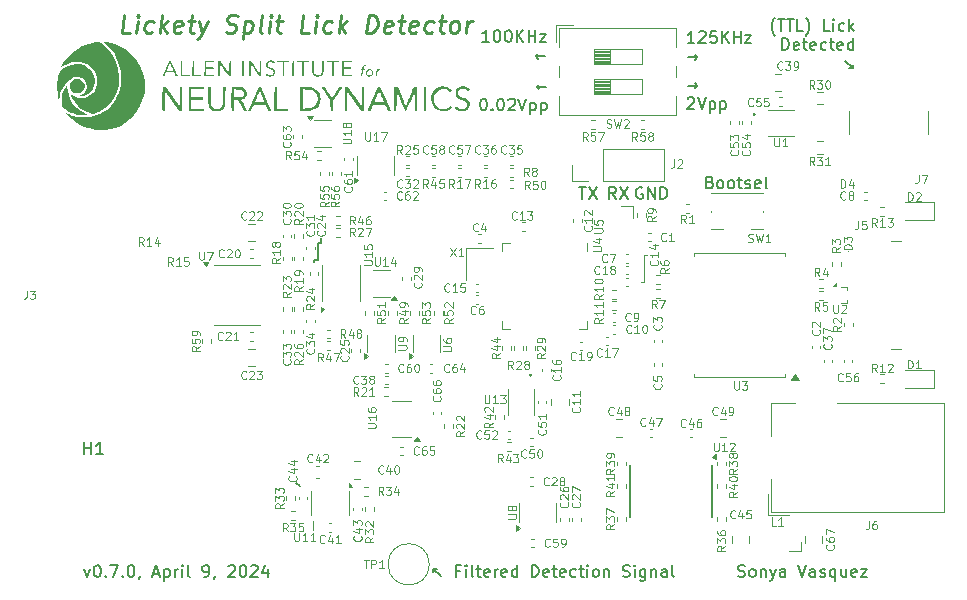
<source format=gto>
G04 #@! TF.GenerationSoftware,KiCad,Pcbnew,7.0.6-7.0.6~ubuntu20.04.1*
G04 #@! TF.CreationDate,2024-04-09T16:12:21-07:00*
G04 #@! TF.ProjectId,harp_lick_detector_capactive,68617270-5f6c-4696-936b-5f6465746563,rev?*
G04 #@! TF.SameCoordinates,PX640a5a0PY7088980*
G04 #@! TF.FileFunction,Legend,Top*
G04 #@! TF.FilePolarity,Positive*
%FSLAX46Y46*%
G04 Gerber Fmt 4.6, Leading zero omitted, Abs format (unit mm)*
G04 Created by KiCad (PCBNEW 7.0.6-7.0.6~ubuntu20.04.1) date 2024-04-09 16:12:21*
%MOMM*%
%LPD*%
G01*
G04 APERTURE LIST*
%ADD10C,0.100000*%
%ADD11C,0.150000*%
%ADD12C,0.200000*%
%ADD13C,0.250000*%
%ADD14C,0.120000*%
G04 APERTURE END LIST*
D10*
X54000000Y26100000D02*
X54200000Y26100000D01*
D11*
X26900000Y29800000D02*
X26900000Y29400000D01*
X24800000Y9100000D02*
X25100000Y8800000D01*
X26900000Y29400000D02*
X26600000Y29400000D01*
X26600000Y28000000D02*
X26300000Y28000000D01*
X26300000Y28000000D02*
X26300000Y27800000D01*
D10*
X54200000Y26100000D02*
X54200000Y28400000D01*
X26200000Y5837500D02*
X26200000Y5100000D01*
D11*
X26600000Y29400000D02*
X26600000Y28000000D01*
D10*
X54200000Y28400000D02*
X54500000Y28400000D01*
D12*
X59803006Y34556591D02*
X59945863Y34508972D01*
X59945863Y34508972D02*
X59993482Y34461353D01*
X59993482Y34461353D02*
X60041101Y34366115D01*
X60041101Y34366115D02*
X60041101Y34223258D01*
X60041101Y34223258D02*
X59993482Y34128020D01*
X59993482Y34128020D02*
X59945863Y34080400D01*
X59945863Y34080400D02*
X59850625Y34032781D01*
X59850625Y34032781D02*
X59469673Y34032781D01*
X59469673Y34032781D02*
X59469673Y35032781D01*
X59469673Y35032781D02*
X59803006Y35032781D01*
X59803006Y35032781D02*
X59898244Y34985162D01*
X59898244Y34985162D02*
X59945863Y34937543D01*
X59945863Y34937543D02*
X59993482Y34842305D01*
X59993482Y34842305D02*
X59993482Y34747067D01*
X59993482Y34747067D02*
X59945863Y34651829D01*
X59945863Y34651829D02*
X59898244Y34604210D01*
X59898244Y34604210D02*
X59803006Y34556591D01*
X59803006Y34556591D02*
X59469673Y34556591D01*
X60612530Y34032781D02*
X60517292Y34080400D01*
X60517292Y34080400D02*
X60469673Y34128020D01*
X60469673Y34128020D02*
X60422054Y34223258D01*
X60422054Y34223258D02*
X60422054Y34508972D01*
X60422054Y34508972D02*
X60469673Y34604210D01*
X60469673Y34604210D02*
X60517292Y34651829D01*
X60517292Y34651829D02*
X60612530Y34699448D01*
X60612530Y34699448D02*
X60755387Y34699448D01*
X60755387Y34699448D02*
X60850625Y34651829D01*
X60850625Y34651829D02*
X60898244Y34604210D01*
X60898244Y34604210D02*
X60945863Y34508972D01*
X60945863Y34508972D02*
X60945863Y34223258D01*
X60945863Y34223258D02*
X60898244Y34128020D01*
X60898244Y34128020D02*
X60850625Y34080400D01*
X60850625Y34080400D02*
X60755387Y34032781D01*
X60755387Y34032781D02*
X60612530Y34032781D01*
X61517292Y34032781D02*
X61422054Y34080400D01*
X61422054Y34080400D02*
X61374435Y34128020D01*
X61374435Y34128020D02*
X61326816Y34223258D01*
X61326816Y34223258D02*
X61326816Y34508972D01*
X61326816Y34508972D02*
X61374435Y34604210D01*
X61374435Y34604210D02*
X61422054Y34651829D01*
X61422054Y34651829D02*
X61517292Y34699448D01*
X61517292Y34699448D02*
X61660149Y34699448D01*
X61660149Y34699448D02*
X61755387Y34651829D01*
X61755387Y34651829D02*
X61803006Y34604210D01*
X61803006Y34604210D02*
X61850625Y34508972D01*
X61850625Y34508972D02*
X61850625Y34223258D01*
X61850625Y34223258D02*
X61803006Y34128020D01*
X61803006Y34128020D02*
X61755387Y34080400D01*
X61755387Y34080400D02*
X61660149Y34032781D01*
X61660149Y34032781D02*
X61517292Y34032781D01*
X62136340Y34699448D02*
X62517292Y34699448D01*
X62279197Y35032781D02*
X62279197Y34175639D01*
X62279197Y34175639D02*
X62326816Y34080400D01*
X62326816Y34080400D02*
X62422054Y34032781D01*
X62422054Y34032781D02*
X62517292Y34032781D01*
X62803007Y34080400D02*
X62898245Y34032781D01*
X62898245Y34032781D02*
X63088721Y34032781D01*
X63088721Y34032781D02*
X63183959Y34080400D01*
X63183959Y34080400D02*
X63231578Y34175639D01*
X63231578Y34175639D02*
X63231578Y34223258D01*
X63231578Y34223258D02*
X63183959Y34318496D01*
X63183959Y34318496D02*
X63088721Y34366115D01*
X63088721Y34366115D02*
X62945864Y34366115D01*
X62945864Y34366115D02*
X62850626Y34413734D01*
X62850626Y34413734D02*
X62803007Y34508972D01*
X62803007Y34508972D02*
X62803007Y34556591D01*
X62803007Y34556591D02*
X62850626Y34651829D01*
X62850626Y34651829D02*
X62945864Y34699448D01*
X62945864Y34699448D02*
X63088721Y34699448D01*
X63088721Y34699448D02*
X63183959Y34651829D01*
X64041102Y34080400D02*
X63945864Y34032781D01*
X63945864Y34032781D02*
X63755388Y34032781D01*
X63755388Y34032781D02*
X63660150Y34080400D01*
X63660150Y34080400D02*
X63612531Y34175639D01*
X63612531Y34175639D02*
X63612531Y34556591D01*
X63612531Y34556591D02*
X63660150Y34651829D01*
X63660150Y34651829D02*
X63755388Y34699448D01*
X63755388Y34699448D02*
X63945864Y34699448D01*
X63945864Y34699448D02*
X64041102Y34651829D01*
X64041102Y34651829D02*
X64088721Y34556591D01*
X64088721Y34556591D02*
X64088721Y34461353D01*
X64088721Y34461353D02*
X63612531Y34366115D01*
X64660150Y34032781D02*
X64564912Y34080400D01*
X64564912Y34080400D02*
X64517293Y34175639D01*
X64517293Y34175639D02*
X64517293Y35032781D01*
D11*
X36344169Y1844467D02*
X37010835Y1177800D01*
X36677502Y1844467D02*
X36344169Y1844467D01*
X36344169Y1844467D02*
X36344169Y1511134D01*
X38629883Y1653991D02*
X38296550Y1653991D01*
X38296550Y1130181D02*
X38296550Y2130181D01*
X38296550Y2130181D02*
X38772740Y2130181D01*
X39153693Y1130181D02*
X39153693Y1796848D01*
X39153693Y2130181D02*
X39106074Y2082562D01*
X39106074Y2082562D02*
X39153693Y2034943D01*
X39153693Y2034943D02*
X39201312Y2082562D01*
X39201312Y2082562D02*
X39153693Y2130181D01*
X39153693Y2130181D02*
X39153693Y2034943D01*
X39772740Y1130181D02*
X39677502Y1177800D01*
X39677502Y1177800D02*
X39629883Y1273039D01*
X39629883Y1273039D02*
X39629883Y2130181D01*
X40010836Y1796848D02*
X40391788Y1796848D01*
X40153693Y2130181D02*
X40153693Y1273039D01*
X40153693Y1273039D02*
X40201312Y1177800D01*
X40201312Y1177800D02*
X40296550Y1130181D01*
X40296550Y1130181D02*
X40391788Y1130181D01*
X41106074Y1177800D02*
X41010836Y1130181D01*
X41010836Y1130181D02*
X40820360Y1130181D01*
X40820360Y1130181D02*
X40725122Y1177800D01*
X40725122Y1177800D02*
X40677503Y1273039D01*
X40677503Y1273039D02*
X40677503Y1653991D01*
X40677503Y1653991D02*
X40725122Y1749229D01*
X40725122Y1749229D02*
X40820360Y1796848D01*
X40820360Y1796848D02*
X41010836Y1796848D01*
X41010836Y1796848D02*
X41106074Y1749229D01*
X41106074Y1749229D02*
X41153693Y1653991D01*
X41153693Y1653991D02*
X41153693Y1558753D01*
X41153693Y1558753D02*
X40677503Y1463515D01*
X41582265Y1130181D02*
X41582265Y1796848D01*
X41582265Y1606372D02*
X41629884Y1701610D01*
X41629884Y1701610D02*
X41677503Y1749229D01*
X41677503Y1749229D02*
X41772741Y1796848D01*
X41772741Y1796848D02*
X41867979Y1796848D01*
X42582265Y1177800D02*
X42487027Y1130181D01*
X42487027Y1130181D02*
X42296551Y1130181D01*
X42296551Y1130181D02*
X42201313Y1177800D01*
X42201313Y1177800D02*
X42153694Y1273039D01*
X42153694Y1273039D02*
X42153694Y1653991D01*
X42153694Y1653991D02*
X42201313Y1749229D01*
X42201313Y1749229D02*
X42296551Y1796848D01*
X42296551Y1796848D02*
X42487027Y1796848D01*
X42487027Y1796848D02*
X42582265Y1749229D01*
X42582265Y1749229D02*
X42629884Y1653991D01*
X42629884Y1653991D02*
X42629884Y1558753D01*
X42629884Y1558753D02*
X42153694Y1463515D01*
X43487027Y1130181D02*
X43487027Y2130181D01*
X43487027Y1177800D02*
X43391789Y1130181D01*
X43391789Y1130181D02*
X43201313Y1130181D01*
X43201313Y1130181D02*
X43106075Y1177800D01*
X43106075Y1177800D02*
X43058456Y1225420D01*
X43058456Y1225420D02*
X43010837Y1320658D01*
X43010837Y1320658D02*
X43010837Y1606372D01*
X43010837Y1606372D02*
X43058456Y1701610D01*
X43058456Y1701610D02*
X43106075Y1749229D01*
X43106075Y1749229D02*
X43201313Y1796848D01*
X43201313Y1796848D02*
X43391789Y1796848D01*
X43391789Y1796848D02*
X43487027Y1749229D01*
X44725123Y1130181D02*
X44725123Y2130181D01*
X44725123Y2130181D02*
X44963218Y2130181D01*
X44963218Y2130181D02*
X45106075Y2082562D01*
X45106075Y2082562D02*
X45201313Y1987324D01*
X45201313Y1987324D02*
X45248932Y1892086D01*
X45248932Y1892086D02*
X45296551Y1701610D01*
X45296551Y1701610D02*
X45296551Y1558753D01*
X45296551Y1558753D02*
X45248932Y1368277D01*
X45248932Y1368277D02*
X45201313Y1273039D01*
X45201313Y1273039D02*
X45106075Y1177800D01*
X45106075Y1177800D02*
X44963218Y1130181D01*
X44963218Y1130181D02*
X44725123Y1130181D01*
X46106075Y1177800D02*
X46010837Y1130181D01*
X46010837Y1130181D02*
X45820361Y1130181D01*
X45820361Y1130181D02*
X45725123Y1177800D01*
X45725123Y1177800D02*
X45677504Y1273039D01*
X45677504Y1273039D02*
X45677504Y1653991D01*
X45677504Y1653991D02*
X45725123Y1749229D01*
X45725123Y1749229D02*
X45820361Y1796848D01*
X45820361Y1796848D02*
X46010837Y1796848D01*
X46010837Y1796848D02*
X46106075Y1749229D01*
X46106075Y1749229D02*
X46153694Y1653991D01*
X46153694Y1653991D02*
X46153694Y1558753D01*
X46153694Y1558753D02*
X45677504Y1463515D01*
X46439409Y1796848D02*
X46820361Y1796848D01*
X46582266Y2130181D02*
X46582266Y1273039D01*
X46582266Y1273039D02*
X46629885Y1177800D01*
X46629885Y1177800D02*
X46725123Y1130181D01*
X46725123Y1130181D02*
X46820361Y1130181D01*
X47534647Y1177800D02*
X47439409Y1130181D01*
X47439409Y1130181D02*
X47248933Y1130181D01*
X47248933Y1130181D02*
X47153695Y1177800D01*
X47153695Y1177800D02*
X47106076Y1273039D01*
X47106076Y1273039D02*
X47106076Y1653991D01*
X47106076Y1653991D02*
X47153695Y1749229D01*
X47153695Y1749229D02*
X47248933Y1796848D01*
X47248933Y1796848D02*
X47439409Y1796848D01*
X47439409Y1796848D02*
X47534647Y1749229D01*
X47534647Y1749229D02*
X47582266Y1653991D01*
X47582266Y1653991D02*
X47582266Y1558753D01*
X47582266Y1558753D02*
X47106076Y1463515D01*
X48439409Y1177800D02*
X48344171Y1130181D01*
X48344171Y1130181D02*
X48153695Y1130181D01*
X48153695Y1130181D02*
X48058457Y1177800D01*
X48058457Y1177800D02*
X48010838Y1225420D01*
X48010838Y1225420D02*
X47963219Y1320658D01*
X47963219Y1320658D02*
X47963219Y1606372D01*
X47963219Y1606372D02*
X48010838Y1701610D01*
X48010838Y1701610D02*
X48058457Y1749229D01*
X48058457Y1749229D02*
X48153695Y1796848D01*
X48153695Y1796848D02*
X48344171Y1796848D01*
X48344171Y1796848D02*
X48439409Y1749229D01*
X48725124Y1796848D02*
X49106076Y1796848D01*
X48867981Y2130181D02*
X48867981Y1273039D01*
X48867981Y1273039D02*
X48915600Y1177800D01*
X48915600Y1177800D02*
X49010838Y1130181D01*
X49010838Y1130181D02*
X49106076Y1130181D01*
X49439410Y1130181D02*
X49439410Y1796848D01*
X49439410Y2130181D02*
X49391791Y2082562D01*
X49391791Y2082562D02*
X49439410Y2034943D01*
X49439410Y2034943D02*
X49487029Y2082562D01*
X49487029Y2082562D02*
X49439410Y2130181D01*
X49439410Y2130181D02*
X49439410Y2034943D01*
X50058457Y1130181D02*
X49963219Y1177800D01*
X49963219Y1177800D02*
X49915600Y1225420D01*
X49915600Y1225420D02*
X49867981Y1320658D01*
X49867981Y1320658D02*
X49867981Y1606372D01*
X49867981Y1606372D02*
X49915600Y1701610D01*
X49915600Y1701610D02*
X49963219Y1749229D01*
X49963219Y1749229D02*
X50058457Y1796848D01*
X50058457Y1796848D02*
X50201314Y1796848D01*
X50201314Y1796848D02*
X50296552Y1749229D01*
X50296552Y1749229D02*
X50344171Y1701610D01*
X50344171Y1701610D02*
X50391790Y1606372D01*
X50391790Y1606372D02*
X50391790Y1320658D01*
X50391790Y1320658D02*
X50344171Y1225420D01*
X50344171Y1225420D02*
X50296552Y1177800D01*
X50296552Y1177800D02*
X50201314Y1130181D01*
X50201314Y1130181D02*
X50058457Y1130181D01*
X50820362Y1796848D02*
X50820362Y1130181D01*
X50820362Y1701610D02*
X50867981Y1749229D01*
X50867981Y1749229D02*
X50963219Y1796848D01*
X50963219Y1796848D02*
X51106076Y1796848D01*
X51106076Y1796848D02*
X51201314Y1749229D01*
X51201314Y1749229D02*
X51248933Y1653991D01*
X51248933Y1653991D02*
X51248933Y1130181D01*
X52439410Y1177800D02*
X52582267Y1130181D01*
X52582267Y1130181D02*
X52820362Y1130181D01*
X52820362Y1130181D02*
X52915600Y1177800D01*
X52915600Y1177800D02*
X52963219Y1225420D01*
X52963219Y1225420D02*
X53010838Y1320658D01*
X53010838Y1320658D02*
X53010838Y1415896D01*
X53010838Y1415896D02*
X52963219Y1511134D01*
X52963219Y1511134D02*
X52915600Y1558753D01*
X52915600Y1558753D02*
X52820362Y1606372D01*
X52820362Y1606372D02*
X52629886Y1653991D01*
X52629886Y1653991D02*
X52534648Y1701610D01*
X52534648Y1701610D02*
X52487029Y1749229D01*
X52487029Y1749229D02*
X52439410Y1844467D01*
X52439410Y1844467D02*
X52439410Y1939705D01*
X52439410Y1939705D02*
X52487029Y2034943D01*
X52487029Y2034943D02*
X52534648Y2082562D01*
X52534648Y2082562D02*
X52629886Y2130181D01*
X52629886Y2130181D02*
X52867981Y2130181D01*
X52867981Y2130181D02*
X53010838Y2082562D01*
X53439410Y1130181D02*
X53439410Y1796848D01*
X53439410Y2130181D02*
X53391791Y2082562D01*
X53391791Y2082562D02*
X53439410Y2034943D01*
X53439410Y2034943D02*
X53487029Y2082562D01*
X53487029Y2082562D02*
X53439410Y2130181D01*
X53439410Y2130181D02*
X53439410Y2034943D01*
X54344171Y1796848D02*
X54344171Y987324D01*
X54344171Y987324D02*
X54296552Y892086D01*
X54296552Y892086D02*
X54248933Y844467D01*
X54248933Y844467D02*
X54153695Y796848D01*
X54153695Y796848D02*
X54010838Y796848D01*
X54010838Y796848D02*
X53915600Y844467D01*
X54344171Y1177800D02*
X54248933Y1130181D01*
X54248933Y1130181D02*
X54058457Y1130181D01*
X54058457Y1130181D02*
X53963219Y1177800D01*
X53963219Y1177800D02*
X53915600Y1225420D01*
X53915600Y1225420D02*
X53867981Y1320658D01*
X53867981Y1320658D02*
X53867981Y1606372D01*
X53867981Y1606372D02*
X53915600Y1701610D01*
X53915600Y1701610D02*
X53963219Y1749229D01*
X53963219Y1749229D02*
X54058457Y1796848D01*
X54058457Y1796848D02*
X54248933Y1796848D01*
X54248933Y1796848D02*
X54344171Y1749229D01*
X54820362Y1796848D02*
X54820362Y1130181D01*
X54820362Y1701610D02*
X54867981Y1749229D01*
X54867981Y1749229D02*
X54963219Y1796848D01*
X54963219Y1796848D02*
X55106076Y1796848D01*
X55106076Y1796848D02*
X55201314Y1749229D01*
X55201314Y1749229D02*
X55248933Y1653991D01*
X55248933Y1653991D02*
X55248933Y1130181D01*
X56153695Y1130181D02*
X56153695Y1653991D01*
X56153695Y1653991D02*
X56106076Y1749229D01*
X56106076Y1749229D02*
X56010838Y1796848D01*
X56010838Y1796848D02*
X55820362Y1796848D01*
X55820362Y1796848D02*
X55725124Y1749229D01*
X56153695Y1177800D02*
X56058457Y1130181D01*
X56058457Y1130181D02*
X55820362Y1130181D01*
X55820362Y1130181D02*
X55725124Y1177800D01*
X55725124Y1177800D02*
X55677505Y1273039D01*
X55677505Y1273039D02*
X55677505Y1368277D01*
X55677505Y1368277D02*
X55725124Y1463515D01*
X55725124Y1463515D02*
X55820362Y1511134D01*
X55820362Y1511134D02*
X56058457Y1511134D01*
X56058457Y1511134D02*
X56153695Y1558753D01*
X56772743Y1130181D02*
X56677505Y1177800D01*
X56677505Y1177800D02*
X56629886Y1273039D01*
X56629886Y1273039D02*
X56629886Y2130181D01*
D12*
X48726816Y34132781D02*
X49298244Y34132781D01*
X49012530Y33132781D02*
X49012530Y34132781D01*
X49536340Y34132781D02*
X50203006Y33132781D01*
X50203006Y34132781D02*
X49536340Y33132781D01*
X54093482Y34085162D02*
X53998244Y34132781D01*
X53998244Y34132781D02*
X53855387Y34132781D01*
X53855387Y34132781D02*
X53712530Y34085162D01*
X53712530Y34085162D02*
X53617292Y33989924D01*
X53617292Y33989924D02*
X53569673Y33894686D01*
X53569673Y33894686D02*
X53522054Y33704210D01*
X53522054Y33704210D02*
X53522054Y33561353D01*
X53522054Y33561353D02*
X53569673Y33370877D01*
X53569673Y33370877D02*
X53617292Y33275639D01*
X53617292Y33275639D02*
X53712530Y33180400D01*
X53712530Y33180400D02*
X53855387Y33132781D01*
X53855387Y33132781D02*
X53950625Y33132781D01*
X53950625Y33132781D02*
X54093482Y33180400D01*
X54093482Y33180400D02*
X54141101Y33228020D01*
X54141101Y33228020D02*
X54141101Y33561353D01*
X54141101Y33561353D02*
X53950625Y33561353D01*
X54569673Y33132781D02*
X54569673Y34132781D01*
X54569673Y34132781D02*
X55141101Y33132781D01*
X55141101Y33132781D02*
X55141101Y34132781D01*
X55617292Y33132781D02*
X55617292Y34132781D01*
X55617292Y34132781D02*
X55855387Y34132781D01*
X55855387Y34132781D02*
X55998244Y34085162D01*
X55998244Y34085162D02*
X56093482Y33989924D01*
X56093482Y33989924D02*
X56141101Y33894686D01*
X56141101Y33894686D02*
X56188720Y33704210D01*
X56188720Y33704210D02*
X56188720Y33561353D01*
X56188720Y33561353D02*
X56141101Y33370877D01*
X56141101Y33370877D02*
X56093482Y33275639D01*
X56093482Y33275639D02*
X55998244Y33180400D01*
X55998244Y33180400D02*
X55855387Y33132781D01*
X55855387Y33132781D02*
X55617292Y33132781D01*
D11*
X62189160Y1177800D02*
X62332017Y1130181D01*
X62332017Y1130181D02*
X62570112Y1130181D01*
X62570112Y1130181D02*
X62665350Y1177800D01*
X62665350Y1177800D02*
X62712969Y1225420D01*
X62712969Y1225420D02*
X62760588Y1320658D01*
X62760588Y1320658D02*
X62760588Y1415896D01*
X62760588Y1415896D02*
X62712969Y1511134D01*
X62712969Y1511134D02*
X62665350Y1558753D01*
X62665350Y1558753D02*
X62570112Y1606372D01*
X62570112Y1606372D02*
X62379636Y1653991D01*
X62379636Y1653991D02*
X62284398Y1701610D01*
X62284398Y1701610D02*
X62236779Y1749229D01*
X62236779Y1749229D02*
X62189160Y1844467D01*
X62189160Y1844467D02*
X62189160Y1939705D01*
X62189160Y1939705D02*
X62236779Y2034943D01*
X62236779Y2034943D02*
X62284398Y2082562D01*
X62284398Y2082562D02*
X62379636Y2130181D01*
X62379636Y2130181D02*
X62617731Y2130181D01*
X62617731Y2130181D02*
X62760588Y2082562D01*
X63332017Y1130181D02*
X63236779Y1177800D01*
X63236779Y1177800D02*
X63189160Y1225420D01*
X63189160Y1225420D02*
X63141541Y1320658D01*
X63141541Y1320658D02*
X63141541Y1606372D01*
X63141541Y1606372D02*
X63189160Y1701610D01*
X63189160Y1701610D02*
X63236779Y1749229D01*
X63236779Y1749229D02*
X63332017Y1796848D01*
X63332017Y1796848D02*
X63474874Y1796848D01*
X63474874Y1796848D02*
X63570112Y1749229D01*
X63570112Y1749229D02*
X63617731Y1701610D01*
X63617731Y1701610D02*
X63665350Y1606372D01*
X63665350Y1606372D02*
X63665350Y1320658D01*
X63665350Y1320658D02*
X63617731Y1225420D01*
X63617731Y1225420D02*
X63570112Y1177800D01*
X63570112Y1177800D02*
X63474874Y1130181D01*
X63474874Y1130181D02*
X63332017Y1130181D01*
X64093922Y1796848D02*
X64093922Y1130181D01*
X64093922Y1701610D02*
X64141541Y1749229D01*
X64141541Y1749229D02*
X64236779Y1796848D01*
X64236779Y1796848D02*
X64379636Y1796848D01*
X64379636Y1796848D02*
X64474874Y1749229D01*
X64474874Y1749229D02*
X64522493Y1653991D01*
X64522493Y1653991D02*
X64522493Y1130181D01*
X64903446Y1796848D02*
X65141541Y1130181D01*
X65379636Y1796848D02*
X65141541Y1130181D01*
X65141541Y1130181D02*
X65046303Y892086D01*
X65046303Y892086D02*
X64998684Y844467D01*
X64998684Y844467D02*
X64903446Y796848D01*
X66189160Y1130181D02*
X66189160Y1653991D01*
X66189160Y1653991D02*
X66141541Y1749229D01*
X66141541Y1749229D02*
X66046303Y1796848D01*
X66046303Y1796848D02*
X65855827Y1796848D01*
X65855827Y1796848D02*
X65760589Y1749229D01*
X66189160Y1177800D02*
X66093922Y1130181D01*
X66093922Y1130181D02*
X65855827Y1130181D01*
X65855827Y1130181D02*
X65760589Y1177800D01*
X65760589Y1177800D02*
X65712970Y1273039D01*
X65712970Y1273039D02*
X65712970Y1368277D01*
X65712970Y1368277D02*
X65760589Y1463515D01*
X65760589Y1463515D02*
X65855827Y1511134D01*
X65855827Y1511134D02*
X66093922Y1511134D01*
X66093922Y1511134D02*
X66189160Y1558753D01*
X67284399Y2130181D02*
X67617732Y1130181D01*
X67617732Y1130181D02*
X67951065Y2130181D01*
X68712970Y1130181D02*
X68712970Y1653991D01*
X68712970Y1653991D02*
X68665351Y1749229D01*
X68665351Y1749229D02*
X68570113Y1796848D01*
X68570113Y1796848D02*
X68379637Y1796848D01*
X68379637Y1796848D02*
X68284399Y1749229D01*
X68712970Y1177800D02*
X68617732Y1130181D01*
X68617732Y1130181D02*
X68379637Y1130181D01*
X68379637Y1130181D02*
X68284399Y1177800D01*
X68284399Y1177800D02*
X68236780Y1273039D01*
X68236780Y1273039D02*
X68236780Y1368277D01*
X68236780Y1368277D02*
X68284399Y1463515D01*
X68284399Y1463515D02*
X68379637Y1511134D01*
X68379637Y1511134D02*
X68617732Y1511134D01*
X68617732Y1511134D02*
X68712970Y1558753D01*
X69141542Y1177800D02*
X69236780Y1130181D01*
X69236780Y1130181D02*
X69427256Y1130181D01*
X69427256Y1130181D02*
X69522494Y1177800D01*
X69522494Y1177800D02*
X69570113Y1273039D01*
X69570113Y1273039D02*
X69570113Y1320658D01*
X69570113Y1320658D02*
X69522494Y1415896D01*
X69522494Y1415896D02*
X69427256Y1463515D01*
X69427256Y1463515D02*
X69284399Y1463515D01*
X69284399Y1463515D02*
X69189161Y1511134D01*
X69189161Y1511134D02*
X69141542Y1606372D01*
X69141542Y1606372D02*
X69141542Y1653991D01*
X69141542Y1653991D02*
X69189161Y1749229D01*
X69189161Y1749229D02*
X69284399Y1796848D01*
X69284399Y1796848D02*
X69427256Y1796848D01*
X69427256Y1796848D02*
X69522494Y1749229D01*
X70427256Y1796848D02*
X70427256Y796848D01*
X70427256Y1177800D02*
X70332018Y1130181D01*
X70332018Y1130181D02*
X70141542Y1130181D01*
X70141542Y1130181D02*
X70046304Y1177800D01*
X70046304Y1177800D02*
X69998685Y1225420D01*
X69998685Y1225420D02*
X69951066Y1320658D01*
X69951066Y1320658D02*
X69951066Y1606372D01*
X69951066Y1606372D02*
X69998685Y1701610D01*
X69998685Y1701610D02*
X70046304Y1749229D01*
X70046304Y1749229D02*
X70141542Y1796848D01*
X70141542Y1796848D02*
X70332018Y1796848D01*
X70332018Y1796848D02*
X70427256Y1749229D01*
X71332018Y1796848D02*
X71332018Y1130181D01*
X70903447Y1796848D02*
X70903447Y1273039D01*
X70903447Y1273039D02*
X70951066Y1177800D01*
X70951066Y1177800D02*
X71046304Y1130181D01*
X71046304Y1130181D02*
X71189161Y1130181D01*
X71189161Y1130181D02*
X71284399Y1177800D01*
X71284399Y1177800D02*
X71332018Y1225420D01*
X72189161Y1177800D02*
X72093923Y1130181D01*
X72093923Y1130181D02*
X71903447Y1130181D01*
X71903447Y1130181D02*
X71808209Y1177800D01*
X71808209Y1177800D02*
X71760590Y1273039D01*
X71760590Y1273039D02*
X71760590Y1653991D01*
X71760590Y1653991D02*
X71808209Y1749229D01*
X71808209Y1749229D02*
X71903447Y1796848D01*
X71903447Y1796848D02*
X72093923Y1796848D01*
X72093923Y1796848D02*
X72189161Y1749229D01*
X72189161Y1749229D02*
X72236780Y1653991D01*
X72236780Y1653991D02*
X72236780Y1558753D01*
X72236780Y1558753D02*
X71760590Y1463515D01*
X72570114Y1796848D02*
X73093923Y1796848D01*
X73093923Y1796848D02*
X72570114Y1130181D01*
X72570114Y1130181D02*
X73093923Y1130181D01*
D12*
X41116040Y46442781D02*
X40544612Y46442781D01*
X40830326Y46442781D02*
X40830326Y47442781D01*
X40830326Y47442781D02*
X40735088Y47299924D01*
X40735088Y47299924D02*
X40639850Y47204686D01*
X40639850Y47204686D02*
X40544612Y47157067D01*
X41735088Y47442781D02*
X41830326Y47442781D01*
X41830326Y47442781D02*
X41925564Y47395162D01*
X41925564Y47395162D02*
X41973183Y47347543D01*
X41973183Y47347543D02*
X42020802Y47252305D01*
X42020802Y47252305D02*
X42068421Y47061829D01*
X42068421Y47061829D02*
X42068421Y46823734D01*
X42068421Y46823734D02*
X42020802Y46633258D01*
X42020802Y46633258D02*
X41973183Y46538020D01*
X41973183Y46538020D02*
X41925564Y46490400D01*
X41925564Y46490400D02*
X41830326Y46442781D01*
X41830326Y46442781D02*
X41735088Y46442781D01*
X41735088Y46442781D02*
X41639850Y46490400D01*
X41639850Y46490400D02*
X41592231Y46538020D01*
X41592231Y46538020D02*
X41544612Y46633258D01*
X41544612Y46633258D02*
X41496993Y46823734D01*
X41496993Y46823734D02*
X41496993Y47061829D01*
X41496993Y47061829D02*
X41544612Y47252305D01*
X41544612Y47252305D02*
X41592231Y47347543D01*
X41592231Y47347543D02*
X41639850Y47395162D01*
X41639850Y47395162D02*
X41735088Y47442781D01*
X42687469Y47442781D02*
X42782707Y47442781D01*
X42782707Y47442781D02*
X42877945Y47395162D01*
X42877945Y47395162D02*
X42925564Y47347543D01*
X42925564Y47347543D02*
X42973183Y47252305D01*
X42973183Y47252305D02*
X43020802Y47061829D01*
X43020802Y47061829D02*
X43020802Y46823734D01*
X43020802Y46823734D02*
X42973183Y46633258D01*
X42973183Y46633258D02*
X42925564Y46538020D01*
X42925564Y46538020D02*
X42877945Y46490400D01*
X42877945Y46490400D02*
X42782707Y46442781D01*
X42782707Y46442781D02*
X42687469Y46442781D01*
X42687469Y46442781D02*
X42592231Y46490400D01*
X42592231Y46490400D02*
X42544612Y46538020D01*
X42544612Y46538020D02*
X42496993Y46633258D01*
X42496993Y46633258D02*
X42449374Y46823734D01*
X42449374Y46823734D02*
X42449374Y47061829D01*
X42449374Y47061829D02*
X42496993Y47252305D01*
X42496993Y47252305D02*
X42544612Y47347543D01*
X42544612Y47347543D02*
X42592231Y47395162D01*
X42592231Y47395162D02*
X42687469Y47442781D01*
X43449374Y46442781D02*
X43449374Y47442781D01*
X44020802Y46442781D02*
X43592231Y47014210D01*
X44020802Y47442781D02*
X43449374Y46871353D01*
X44449374Y46442781D02*
X44449374Y47442781D01*
X44449374Y46966591D02*
X45020802Y46966591D01*
X45020802Y46442781D02*
X45020802Y47442781D01*
X45401755Y47109448D02*
X45925564Y47109448D01*
X45925564Y47109448D02*
X45401755Y46442781D01*
X45401755Y46442781D02*
X45925564Y46442781D01*
X45830327Y45213734D02*
X45068422Y45213734D01*
X45258898Y45023258D02*
X45068422Y45213734D01*
X45068422Y45213734D02*
X45258898Y45404210D01*
X65311277Y46971829D02*
X65263658Y47019448D01*
X65263658Y47019448D02*
X65168420Y47162305D01*
X65168420Y47162305D02*
X65120801Y47257543D01*
X65120801Y47257543D02*
X65073182Y47400400D01*
X65073182Y47400400D02*
X65025563Y47638496D01*
X65025563Y47638496D02*
X65025563Y47828972D01*
X65025563Y47828972D02*
X65073182Y48067067D01*
X65073182Y48067067D02*
X65120801Y48209924D01*
X65120801Y48209924D02*
X65168420Y48305162D01*
X65168420Y48305162D02*
X65263658Y48448020D01*
X65263658Y48448020D02*
X65311277Y48495639D01*
X65549373Y48352781D02*
X66120801Y48352781D01*
X65835087Y47352781D02*
X65835087Y48352781D01*
X66311278Y48352781D02*
X66882706Y48352781D01*
X66596992Y47352781D02*
X66596992Y48352781D01*
X67692230Y47352781D02*
X67216040Y47352781D01*
X67216040Y47352781D02*
X67216040Y48352781D01*
X67930326Y46971829D02*
X67977945Y47019448D01*
X67977945Y47019448D02*
X68073183Y47162305D01*
X68073183Y47162305D02*
X68120802Y47257543D01*
X68120802Y47257543D02*
X68168421Y47400400D01*
X68168421Y47400400D02*
X68216040Y47638496D01*
X68216040Y47638496D02*
X68216040Y47828972D01*
X68216040Y47828972D02*
X68168421Y48067067D01*
X68168421Y48067067D02*
X68120802Y48209924D01*
X68120802Y48209924D02*
X68073183Y48305162D01*
X68073183Y48305162D02*
X67977945Y48448020D01*
X67977945Y48448020D02*
X67930326Y48495639D01*
X69930326Y47352781D02*
X69454136Y47352781D01*
X69454136Y47352781D02*
X69454136Y48352781D01*
X70263660Y47352781D02*
X70263660Y48019448D01*
X70263660Y48352781D02*
X70216041Y48305162D01*
X70216041Y48305162D02*
X70263660Y48257543D01*
X70263660Y48257543D02*
X70311279Y48305162D01*
X70311279Y48305162D02*
X70263660Y48352781D01*
X70263660Y48352781D02*
X70263660Y48257543D01*
X71168421Y47400400D02*
X71073183Y47352781D01*
X71073183Y47352781D02*
X70882707Y47352781D01*
X70882707Y47352781D02*
X70787469Y47400400D01*
X70787469Y47400400D02*
X70739850Y47448020D01*
X70739850Y47448020D02*
X70692231Y47543258D01*
X70692231Y47543258D02*
X70692231Y47828972D01*
X70692231Y47828972D02*
X70739850Y47924210D01*
X70739850Y47924210D02*
X70787469Y47971829D01*
X70787469Y47971829D02*
X70882707Y48019448D01*
X70882707Y48019448D02*
X71073183Y48019448D01*
X71073183Y48019448D02*
X71168421Y47971829D01*
X71596993Y47352781D02*
X71596993Y48352781D01*
X71692231Y47733734D02*
X71977945Y47352781D01*
X71977945Y48019448D02*
X71596993Y47638496D01*
X65930325Y45742781D02*
X65930325Y46742781D01*
X65930325Y46742781D02*
X66168420Y46742781D01*
X66168420Y46742781D02*
X66311277Y46695162D01*
X66311277Y46695162D02*
X66406515Y46599924D01*
X66406515Y46599924D02*
X66454134Y46504686D01*
X66454134Y46504686D02*
X66501753Y46314210D01*
X66501753Y46314210D02*
X66501753Y46171353D01*
X66501753Y46171353D02*
X66454134Y45980877D01*
X66454134Y45980877D02*
X66406515Y45885639D01*
X66406515Y45885639D02*
X66311277Y45790400D01*
X66311277Y45790400D02*
X66168420Y45742781D01*
X66168420Y45742781D02*
X65930325Y45742781D01*
X67311277Y45790400D02*
X67216039Y45742781D01*
X67216039Y45742781D02*
X67025563Y45742781D01*
X67025563Y45742781D02*
X66930325Y45790400D01*
X66930325Y45790400D02*
X66882706Y45885639D01*
X66882706Y45885639D02*
X66882706Y46266591D01*
X66882706Y46266591D02*
X66930325Y46361829D01*
X66930325Y46361829D02*
X67025563Y46409448D01*
X67025563Y46409448D02*
X67216039Y46409448D01*
X67216039Y46409448D02*
X67311277Y46361829D01*
X67311277Y46361829D02*
X67358896Y46266591D01*
X67358896Y46266591D02*
X67358896Y46171353D01*
X67358896Y46171353D02*
X66882706Y46076115D01*
X67644611Y46409448D02*
X68025563Y46409448D01*
X67787468Y46742781D02*
X67787468Y45885639D01*
X67787468Y45885639D02*
X67835087Y45790400D01*
X67835087Y45790400D02*
X67930325Y45742781D01*
X67930325Y45742781D02*
X68025563Y45742781D01*
X68739849Y45790400D02*
X68644611Y45742781D01*
X68644611Y45742781D02*
X68454135Y45742781D01*
X68454135Y45742781D02*
X68358897Y45790400D01*
X68358897Y45790400D02*
X68311278Y45885639D01*
X68311278Y45885639D02*
X68311278Y46266591D01*
X68311278Y46266591D02*
X68358897Y46361829D01*
X68358897Y46361829D02*
X68454135Y46409448D01*
X68454135Y46409448D02*
X68644611Y46409448D01*
X68644611Y46409448D02*
X68739849Y46361829D01*
X68739849Y46361829D02*
X68787468Y46266591D01*
X68787468Y46266591D02*
X68787468Y46171353D01*
X68787468Y46171353D02*
X68311278Y46076115D01*
X69644611Y45790400D02*
X69549373Y45742781D01*
X69549373Y45742781D02*
X69358897Y45742781D01*
X69358897Y45742781D02*
X69263659Y45790400D01*
X69263659Y45790400D02*
X69216040Y45838020D01*
X69216040Y45838020D02*
X69168421Y45933258D01*
X69168421Y45933258D02*
X69168421Y46218972D01*
X69168421Y46218972D02*
X69216040Y46314210D01*
X69216040Y46314210D02*
X69263659Y46361829D01*
X69263659Y46361829D02*
X69358897Y46409448D01*
X69358897Y46409448D02*
X69549373Y46409448D01*
X69549373Y46409448D02*
X69644611Y46361829D01*
X69930326Y46409448D02*
X70311278Y46409448D01*
X70073183Y46742781D02*
X70073183Y45885639D01*
X70073183Y45885639D02*
X70120802Y45790400D01*
X70120802Y45790400D02*
X70216040Y45742781D01*
X70216040Y45742781D02*
X70311278Y45742781D01*
X71025564Y45790400D02*
X70930326Y45742781D01*
X70930326Y45742781D02*
X70739850Y45742781D01*
X70739850Y45742781D02*
X70644612Y45790400D01*
X70644612Y45790400D02*
X70596993Y45885639D01*
X70596993Y45885639D02*
X70596993Y46266591D01*
X70596993Y46266591D02*
X70644612Y46361829D01*
X70644612Y46361829D02*
X70739850Y46409448D01*
X70739850Y46409448D02*
X70930326Y46409448D01*
X70930326Y46409448D02*
X71025564Y46361829D01*
X71025564Y46361829D02*
X71073183Y46266591D01*
X71073183Y46266591D02*
X71073183Y46171353D01*
X71073183Y46171353D02*
X70596993Y46076115D01*
X71930326Y45742781D02*
X71930326Y46742781D01*
X71930326Y45790400D02*
X71835088Y45742781D01*
X71835088Y45742781D02*
X71644612Y45742781D01*
X71644612Y45742781D02*
X71549374Y45790400D01*
X71549374Y45790400D02*
X71501755Y45838020D01*
X71501755Y45838020D02*
X71454136Y45933258D01*
X71454136Y45933258D02*
X71454136Y46218972D01*
X71454136Y46218972D02*
X71501755Y46314210D01*
X71501755Y46314210D02*
X71549374Y46361829D01*
X71549374Y46361829D02*
X71644612Y46409448D01*
X71644612Y46409448D02*
X71835088Y46409448D01*
X71835088Y46409448D02*
X71930326Y46361829D01*
X71882707Y44180400D02*
X71216041Y44847067D01*
X71549374Y44180400D02*
X71882707Y44180400D01*
X71882707Y44180400D02*
X71882707Y44513734D01*
D13*
X10726973Y47196572D02*
X10012687Y47196572D01*
X10012687Y47196572D02*
X10200187Y48696572D01*
X11226973Y47196572D02*
X11351973Y48196572D01*
X11414473Y48696572D02*
X11334116Y48625143D01*
X11334116Y48625143D02*
X11396616Y48553715D01*
X11396616Y48553715D02*
X11476973Y48625143D01*
X11476973Y48625143D02*
X11414473Y48696572D01*
X11414473Y48696572D02*
X11396616Y48553715D01*
X12593045Y47268000D02*
X12441259Y47196572D01*
X12441259Y47196572D02*
X12155545Y47196572D01*
X12155545Y47196572D02*
X12021616Y47268000D01*
X12021616Y47268000D02*
X11959116Y47339429D01*
X11959116Y47339429D02*
X11905545Y47482286D01*
X11905545Y47482286D02*
X11959116Y47910858D01*
X11959116Y47910858D02*
X12048402Y48053715D01*
X12048402Y48053715D02*
X12128759Y48125143D01*
X12128759Y48125143D02*
X12280545Y48196572D01*
X12280545Y48196572D02*
X12566259Y48196572D01*
X12566259Y48196572D02*
X12700187Y48125143D01*
X13226973Y47196572D02*
X13414473Y48696572D01*
X13441259Y47768000D02*
X13798401Y47196572D01*
X13923401Y48196572D02*
X13280544Y47625143D01*
X15021616Y47268000D02*
X14869830Y47196572D01*
X14869830Y47196572D02*
X14584116Y47196572D01*
X14584116Y47196572D02*
X14450187Y47268000D01*
X14450187Y47268000D02*
X14396616Y47410858D01*
X14396616Y47410858D02*
X14468045Y47982286D01*
X14468045Y47982286D02*
X14557330Y48125143D01*
X14557330Y48125143D02*
X14709116Y48196572D01*
X14709116Y48196572D02*
X14994830Y48196572D01*
X14994830Y48196572D02*
X15128759Y48125143D01*
X15128759Y48125143D02*
X15182330Y47982286D01*
X15182330Y47982286D02*
X15164473Y47839429D01*
X15164473Y47839429D02*
X14432330Y47696572D01*
X15637687Y48196572D02*
X16209116Y48196572D01*
X15914473Y48696572D02*
X15753759Y47410858D01*
X15753759Y47410858D02*
X15807330Y47268000D01*
X15807330Y47268000D02*
X15941259Y47196572D01*
X15941259Y47196572D02*
X16084116Y47196572D01*
X16566259Y48196572D02*
X16798402Y47196572D01*
X17280544Y48196572D02*
X16798402Y47196572D01*
X16798402Y47196572D02*
X16610902Y46839429D01*
X16610902Y46839429D02*
X16530544Y46768000D01*
X16530544Y46768000D02*
X16378759Y46696572D01*
X18807330Y47268000D02*
X19012687Y47196572D01*
X19012687Y47196572D02*
X19369830Y47196572D01*
X19369830Y47196572D02*
X19521616Y47268000D01*
X19521616Y47268000D02*
X19601973Y47339429D01*
X19601973Y47339429D02*
X19691258Y47482286D01*
X19691258Y47482286D02*
X19709116Y47625143D01*
X19709116Y47625143D02*
X19655544Y47768000D01*
X19655544Y47768000D02*
X19593044Y47839429D01*
X19593044Y47839429D02*
X19459116Y47910858D01*
X19459116Y47910858D02*
X19182330Y47982286D01*
X19182330Y47982286D02*
X19048401Y48053715D01*
X19048401Y48053715D02*
X18985901Y48125143D01*
X18985901Y48125143D02*
X18932330Y48268000D01*
X18932330Y48268000D02*
X18950187Y48410858D01*
X18950187Y48410858D02*
X19039473Y48553715D01*
X19039473Y48553715D02*
X19119830Y48625143D01*
X19119830Y48625143D02*
X19271616Y48696572D01*
X19271616Y48696572D02*
X19628758Y48696572D01*
X19628758Y48696572D02*
X19834116Y48625143D01*
X20423401Y48196572D02*
X20235901Y46696572D01*
X20414472Y48125143D02*
X20566258Y48196572D01*
X20566258Y48196572D02*
X20851972Y48196572D01*
X20851972Y48196572D02*
X20985901Y48125143D01*
X20985901Y48125143D02*
X21048401Y48053715D01*
X21048401Y48053715D02*
X21101972Y47910858D01*
X21101972Y47910858D02*
X21048401Y47482286D01*
X21048401Y47482286D02*
X20959115Y47339429D01*
X20959115Y47339429D02*
X20878758Y47268000D01*
X20878758Y47268000D02*
X20726972Y47196572D01*
X20726972Y47196572D02*
X20441258Y47196572D01*
X20441258Y47196572D02*
X20307329Y47268000D01*
X21869830Y47196572D02*
X21735901Y47268000D01*
X21735901Y47268000D02*
X21682330Y47410858D01*
X21682330Y47410858D02*
X21843044Y48696572D01*
X22441258Y47196572D02*
X22566258Y48196572D01*
X22628758Y48696572D02*
X22548401Y48625143D01*
X22548401Y48625143D02*
X22610901Y48553715D01*
X22610901Y48553715D02*
X22691258Y48625143D01*
X22691258Y48625143D02*
X22628758Y48696572D01*
X22628758Y48696572D02*
X22610901Y48553715D01*
X23066258Y48196572D02*
X23637687Y48196572D01*
X23343044Y48696572D02*
X23182330Y47410858D01*
X23182330Y47410858D02*
X23235901Y47268000D01*
X23235901Y47268000D02*
X23369830Y47196572D01*
X23369830Y47196572D02*
X23512687Y47196572D01*
X25869830Y47196572D02*
X25155544Y47196572D01*
X25155544Y47196572D02*
X25343044Y48696572D01*
X26369830Y47196572D02*
X26494830Y48196572D01*
X26557330Y48696572D02*
X26476973Y48625143D01*
X26476973Y48625143D02*
X26539473Y48553715D01*
X26539473Y48553715D02*
X26619830Y48625143D01*
X26619830Y48625143D02*
X26557330Y48696572D01*
X26557330Y48696572D02*
X26539473Y48553715D01*
X27735902Y47268000D02*
X27584116Y47196572D01*
X27584116Y47196572D02*
X27298402Y47196572D01*
X27298402Y47196572D02*
X27164473Y47268000D01*
X27164473Y47268000D02*
X27101973Y47339429D01*
X27101973Y47339429D02*
X27048402Y47482286D01*
X27048402Y47482286D02*
X27101973Y47910858D01*
X27101973Y47910858D02*
X27191259Y48053715D01*
X27191259Y48053715D02*
X27271616Y48125143D01*
X27271616Y48125143D02*
X27423402Y48196572D01*
X27423402Y48196572D02*
X27709116Y48196572D01*
X27709116Y48196572D02*
X27843044Y48125143D01*
X28369830Y47196572D02*
X28557330Y48696572D01*
X28584116Y47768000D02*
X28941258Y47196572D01*
X29066258Y48196572D02*
X28423401Y47625143D01*
X30726973Y47196572D02*
X30914473Y48696572D01*
X30914473Y48696572D02*
X31271616Y48696572D01*
X31271616Y48696572D02*
X31476973Y48625143D01*
X31476973Y48625143D02*
X31601973Y48482286D01*
X31601973Y48482286D02*
X31655544Y48339429D01*
X31655544Y48339429D02*
X31691259Y48053715D01*
X31691259Y48053715D02*
X31664473Y47839429D01*
X31664473Y47839429D02*
X31557330Y47553715D01*
X31557330Y47553715D02*
X31468044Y47410858D01*
X31468044Y47410858D02*
X31307330Y47268000D01*
X31307330Y47268000D02*
X31084116Y47196572D01*
X31084116Y47196572D02*
X30726973Y47196572D01*
X32807330Y47268000D02*
X32655544Y47196572D01*
X32655544Y47196572D02*
X32369830Y47196572D01*
X32369830Y47196572D02*
X32235901Y47268000D01*
X32235901Y47268000D02*
X32182330Y47410858D01*
X32182330Y47410858D02*
X32253759Y47982286D01*
X32253759Y47982286D02*
X32343044Y48125143D01*
X32343044Y48125143D02*
X32494830Y48196572D01*
X32494830Y48196572D02*
X32780544Y48196572D01*
X32780544Y48196572D02*
X32914473Y48125143D01*
X32914473Y48125143D02*
X32968044Y47982286D01*
X32968044Y47982286D02*
X32950187Y47839429D01*
X32950187Y47839429D02*
X32218044Y47696572D01*
X33423401Y48196572D02*
X33994830Y48196572D01*
X33700187Y48696572D02*
X33539473Y47410858D01*
X33539473Y47410858D02*
X33593044Y47268000D01*
X33593044Y47268000D02*
X33726973Y47196572D01*
X33726973Y47196572D02*
X33869830Y47196572D01*
X34950187Y47268000D02*
X34798401Y47196572D01*
X34798401Y47196572D02*
X34512687Y47196572D01*
X34512687Y47196572D02*
X34378758Y47268000D01*
X34378758Y47268000D02*
X34325187Y47410858D01*
X34325187Y47410858D02*
X34396616Y47982286D01*
X34396616Y47982286D02*
X34485901Y48125143D01*
X34485901Y48125143D02*
X34637687Y48196572D01*
X34637687Y48196572D02*
X34923401Y48196572D01*
X34923401Y48196572D02*
X35057330Y48125143D01*
X35057330Y48125143D02*
X35110901Y47982286D01*
X35110901Y47982286D02*
X35093044Y47839429D01*
X35093044Y47839429D02*
X34360901Y47696572D01*
X36307330Y47268000D02*
X36155544Y47196572D01*
X36155544Y47196572D02*
X35869830Y47196572D01*
X35869830Y47196572D02*
X35735901Y47268000D01*
X35735901Y47268000D02*
X35673401Y47339429D01*
X35673401Y47339429D02*
X35619830Y47482286D01*
X35619830Y47482286D02*
X35673401Y47910858D01*
X35673401Y47910858D02*
X35762687Y48053715D01*
X35762687Y48053715D02*
X35843044Y48125143D01*
X35843044Y48125143D02*
X35994830Y48196572D01*
X35994830Y48196572D02*
X36280544Y48196572D01*
X36280544Y48196572D02*
X36414472Y48125143D01*
X36851972Y48196572D02*
X37423401Y48196572D01*
X37128758Y48696572D02*
X36968044Y47410858D01*
X36968044Y47410858D02*
X37021615Y47268000D01*
X37021615Y47268000D02*
X37155544Y47196572D01*
X37155544Y47196572D02*
X37298401Y47196572D01*
X38012687Y47196572D02*
X37878758Y47268000D01*
X37878758Y47268000D02*
X37816258Y47339429D01*
X37816258Y47339429D02*
X37762687Y47482286D01*
X37762687Y47482286D02*
X37816258Y47910858D01*
X37816258Y47910858D02*
X37905544Y48053715D01*
X37905544Y48053715D02*
X37985901Y48125143D01*
X37985901Y48125143D02*
X38137687Y48196572D01*
X38137687Y48196572D02*
X38351972Y48196572D01*
X38351972Y48196572D02*
X38485901Y48125143D01*
X38485901Y48125143D02*
X38548401Y48053715D01*
X38548401Y48053715D02*
X38601972Y47910858D01*
X38601972Y47910858D02*
X38548401Y47482286D01*
X38548401Y47482286D02*
X38459115Y47339429D01*
X38459115Y47339429D02*
X38378758Y47268000D01*
X38378758Y47268000D02*
X38226972Y47196572D01*
X38226972Y47196572D02*
X38012687Y47196572D01*
X39155544Y47196572D02*
X39280544Y48196572D01*
X39244830Y47910858D02*
X39334115Y48053715D01*
X39334115Y48053715D02*
X39414472Y48125143D01*
X39414472Y48125143D02*
X39566258Y48196572D01*
X39566258Y48196572D02*
X39709115Y48196572D01*
D12*
X45930327Y42623734D02*
X45168422Y42623734D01*
X45358898Y42433258D02*
X45168422Y42623734D01*
X45168422Y42623734D02*
X45358898Y42814210D01*
X40596993Y41632781D02*
X40692231Y41632781D01*
X40692231Y41632781D02*
X40787469Y41585162D01*
X40787469Y41585162D02*
X40835088Y41537543D01*
X40835088Y41537543D02*
X40882707Y41442305D01*
X40882707Y41442305D02*
X40930326Y41251829D01*
X40930326Y41251829D02*
X40930326Y41013734D01*
X40930326Y41013734D02*
X40882707Y40823258D01*
X40882707Y40823258D02*
X40835088Y40728020D01*
X40835088Y40728020D02*
X40787469Y40680400D01*
X40787469Y40680400D02*
X40692231Y40632781D01*
X40692231Y40632781D02*
X40596993Y40632781D01*
X40596993Y40632781D02*
X40501755Y40680400D01*
X40501755Y40680400D02*
X40454136Y40728020D01*
X40454136Y40728020D02*
X40406517Y40823258D01*
X40406517Y40823258D02*
X40358898Y41013734D01*
X40358898Y41013734D02*
X40358898Y41251829D01*
X40358898Y41251829D02*
X40406517Y41442305D01*
X40406517Y41442305D02*
X40454136Y41537543D01*
X40454136Y41537543D02*
X40501755Y41585162D01*
X40501755Y41585162D02*
X40596993Y41632781D01*
X41358898Y40728020D02*
X41406517Y40680400D01*
X41406517Y40680400D02*
X41358898Y40632781D01*
X41358898Y40632781D02*
X41311279Y40680400D01*
X41311279Y40680400D02*
X41358898Y40728020D01*
X41358898Y40728020D02*
X41358898Y40632781D01*
X42025564Y41632781D02*
X42120802Y41632781D01*
X42120802Y41632781D02*
X42216040Y41585162D01*
X42216040Y41585162D02*
X42263659Y41537543D01*
X42263659Y41537543D02*
X42311278Y41442305D01*
X42311278Y41442305D02*
X42358897Y41251829D01*
X42358897Y41251829D02*
X42358897Y41013734D01*
X42358897Y41013734D02*
X42311278Y40823258D01*
X42311278Y40823258D02*
X42263659Y40728020D01*
X42263659Y40728020D02*
X42216040Y40680400D01*
X42216040Y40680400D02*
X42120802Y40632781D01*
X42120802Y40632781D02*
X42025564Y40632781D01*
X42025564Y40632781D02*
X41930326Y40680400D01*
X41930326Y40680400D02*
X41882707Y40728020D01*
X41882707Y40728020D02*
X41835088Y40823258D01*
X41835088Y40823258D02*
X41787469Y41013734D01*
X41787469Y41013734D02*
X41787469Y41251829D01*
X41787469Y41251829D02*
X41835088Y41442305D01*
X41835088Y41442305D02*
X41882707Y41537543D01*
X41882707Y41537543D02*
X41930326Y41585162D01*
X41930326Y41585162D02*
X42025564Y41632781D01*
X42739850Y41537543D02*
X42787469Y41585162D01*
X42787469Y41585162D02*
X42882707Y41632781D01*
X42882707Y41632781D02*
X43120802Y41632781D01*
X43120802Y41632781D02*
X43216040Y41585162D01*
X43216040Y41585162D02*
X43263659Y41537543D01*
X43263659Y41537543D02*
X43311278Y41442305D01*
X43311278Y41442305D02*
X43311278Y41347067D01*
X43311278Y41347067D02*
X43263659Y41204210D01*
X43263659Y41204210D02*
X42692231Y40632781D01*
X42692231Y40632781D02*
X43311278Y40632781D01*
X43596993Y41632781D02*
X43930326Y40632781D01*
X43930326Y40632781D02*
X44263659Y41632781D01*
X44596993Y41299448D02*
X44596993Y40299448D01*
X44596993Y41251829D02*
X44692231Y41299448D01*
X44692231Y41299448D02*
X44882707Y41299448D01*
X44882707Y41299448D02*
X44977945Y41251829D01*
X44977945Y41251829D02*
X45025564Y41204210D01*
X45025564Y41204210D02*
X45073183Y41108972D01*
X45073183Y41108972D02*
X45073183Y40823258D01*
X45073183Y40823258D02*
X45025564Y40728020D01*
X45025564Y40728020D02*
X44977945Y40680400D01*
X44977945Y40680400D02*
X44882707Y40632781D01*
X44882707Y40632781D02*
X44692231Y40632781D01*
X44692231Y40632781D02*
X44596993Y40680400D01*
X45501755Y41299448D02*
X45501755Y40299448D01*
X45501755Y41251829D02*
X45596993Y41299448D01*
X45596993Y41299448D02*
X45787469Y41299448D01*
X45787469Y41299448D02*
X45882707Y41251829D01*
X45882707Y41251829D02*
X45930326Y41204210D01*
X45930326Y41204210D02*
X45977945Y41108972D01*
X45977945Y41108972D02*
X45977945Y40823258D01*
X45977945Y40823258D02*
X45930326Y40728020D01*
X45930326Y40728020D02*
X45882707Y40680400D01*
X45882707Y40680400D02*
X45787469Y40632781D01*
X45787469Y40632781D02*
X45596993Y40632781D01*
X45596993Y40632781D02*
X45501755Y40680400D01*
X57969673Y42723734D02*
X58731578Y42723734D01*
X58541101Y42533258D02*
X58731578Y42723734D01*
X58731578Y42723734D02*
X58541101Y42914210D01*
X57922054Y41637543D02*
X57969673Y41685162D01*
X57969673Y41685162D02*
X58064911Y41732781D01*
X58064911Y41732781D02*
X58303006Y41732781D01*
X58303006Y41732781D02*
X58398244Y41685162D01*
X58398244Y41685162D02*
X58445863Y41637543D01*
X58445863Y41637543D02*
X58493482Y41542305D01*
X58493482Y41542305D02*
X58493482Y41447067D01*
X58493482Y41447067D02*
X58445863Y41304210D01*
X58445863Y41304210D02*
X57874435Y40732781D01*
X57874435Y40732781D02*
X58493482Y40732781D01*
X58779197Y41732781D02*
X59112530Y40732781D01*
X59112530Y40732781D02*
X59445863Y41732781D01*
X59779197Y41399448D02*
X59779197Y40399448D01*
X59779197Y41351829D02*
X59874435Y41399448D01*
X59874435Y41399448D02*
X60064911Y41399448D01*
X60064911Y41399448D02*
X60160149Y41351829D01*
X60160149Y41351829D02*
X60207768Y41304210D01*
X60207768Y41304210D02*
X60255387Y41208972D01*
X60255387Y41208972D02*
X60255387Y40923258D01*
X60255387Y40923258D02*
X60207768Y40828020D01*
X60207768Y40828020D02*
X60160149Y40780400D01*
X60160149Y40780400D02*
X60064911Y40732781D01*
X60064911Y40732781D02*
X59874435Y40732781D01*
X59874435Y40732781D02*
X59779197Y40780400D01*
X60683959Y41399448D02*
X60683959Y40399448D01*
X60683959Y41351829D02*
X60779197Y41399448D01*
X60779197Y41399448D02*
X60969673Y41399448D01*
X60969673Y41399448D02*
X61064911Y41351829D01*
X61064911Y41351829D02*
X61112530Y41304210D01*
X61112530Y41304210D02*
X61160149Y41208972D01*
X61160149Y41208972D02*
X61160149Y40923258D01*
X61160149Y40923258D02*
X61112530Y40828020D01*
X61112530Y40828020D02*
X61064911Y40780400D01*
X61064911Y40780400D02*
X60969673Y40732781D01*
X60969673Y40732781D02*
X60779197Y40732781D01*
X60779197Y40732781D02*
X60683959Y40780400D01*
D11*
X6841541Y1796848D02*
X7079636Y1130181D01*
X7079636Y1130181D02*
X7317731Y1796848D01*
X7889160Y2130181D02*
X7984398Y2130181D01*
X7984398Y2130181D02*
X8079636Y2082562D01*
X8079636Y2082562D02*
X8127255Y2034943D01*
X8127255Y2034943D02*
X8174874Y1939705D01*
X8174874Y1939705D02*
X8222493Y1749229D01*
X8222493Y1749229D02*
X8222493Y1511134D01*
X8222493Y1511134D02*
X8174874Y1320658D01*
X8174874Y1320658D02*
X8127255Y1225420D01*
X8127255Y1225420D02*
X8079636Y1177800D01*
X8079636Y1177800D02*
X7984398Y1130181D01*
X7984398Y1130181D02*
X7889160Y1130181D01*
X7889160Y1130181D02*
X7793922Y1177800D01*
X7793922Y1177800D02*
X7746303Y1225420D01*
X7746303Y1225420D02*
X7698684Y1320658D01*
X7698684Y1320658D02*
X7651065Y1511134D01*
X7651065Y1511134D02*
X7651065Y1749229D01*
X7651065Y1749229D02*
X7698684Y1939705D01*
X7698684Y1939705D02*
X7746303Y2034943D01*
X7746303Y2034943D02*
X7793922Y2082562D01*
X7793922Y2082562D02*
X7889160Y2130181D01*
X8651065Y1225420D02*
X8698684Y1177800D01*
X8698684Y1177800D02*
X8651065Y1130181D01*
X8651065Y1130181D02*
X8603446Y1177800D01*
X8603446Y1177800D02*
X8651065Y1225420D01*
X8651065Y1225420D02*
X8651065Y1130181D01*
X9032017Y2130181D02*
X9698683Y2130181D01*
X9698683Y2130181D02*
X9270112Y1130181D01*
X10079636Y1225420D02*
X10127255Y1177800D01*
X10127255Y1177800D02*
X10079636Y1130181D01*
X10079636Y1130181D02*
X10032017Y1177800D01*
X10032017Y1177800D02*
X10079636Y1225420D01*
X10079636Y1225420D02*
X10079636Y1130181D01*
X10746302Y2130181D02*
X10841540Y2130181D01*
X10841540Y2130181D02*
X10936778Y2082562D01*
X10936778Y2082562D02*
X10984397Y2034943D01*
X10984397Y2034943D02*
X11032016Y1939705D01*
X11032016Y1939705D02*
X11079635Y1749229D01*
X11079635Y1749229D02*
X11079635Y1511134D01*
X11079635Y1511134D02*
X11032016Y1320658D01*
X11032016Y1320658D02*
X10984397Y1225420D01*
X10984397Y1225420D02*
X10936778Y1177800D01*
X10936778Y1177800D02*
X10841540Y1130181D01*
X10841540Y1130181D02*
X10746302Y1130181D01*
X10746302Y1130181D02*
X10651064Y1177800D01*
X10651064Y1177800D02*
X10603445Y1225420D01*
X10603445Y1225420D02*
X10555826Y1320658D01*
X10555826Y1320658D02*
X10508207Y1511134D01*
X10508207Y1511134D02*
X10508207Y1749229D01*
X10508207Y1749229D02*
X10555826Y1939705D01*
X10555826Y1939705D02*
X10603445Y2034943D01*
X10603445Y2034943D02*
X10651064Y2082562D01*
X10651064Y2082562D02*
X10746302Y2130181D01*
X11555826Y1177800D02*
X11555826Y1130181D01*
X11555826Y1130181D02*
X11508207Y1034943D01*
X11508207Y1034943D02*
X11460588Y987324D01*
X12698683Y1415896D02*
X13174873Y1415896D01*
X12603445Y1130181D02*
X12936778Y2130181D01*
X12936778Y2130181D02*
X13270111Y1130181D01*
X13603445Y1796848D02*
X13603445Y796848D01*
X13603445Y1749229D02*
X13698683Y1796848D01*
X13698683Y1796848D02*
X13889159Y1796848D01*
X13889159Y1796848D02*
X13984397Y1749229D01*
X13984397Y1749229D02*
X14032016Y1701610D01*
X14032016Y1701610D02*
X14079635Y1606372D01*
X14079635Y1606372D02*
X14079635Y1320658D01*
X14079635Y1320658D02*
X14032016Y1225420D01*
X14032016Y1225420D02*
X13984397Y1177800D01*
X13984397Y1177800D02*
X13889159Y1130181D01*
X13889159Y1130181D02*
X13698683Y1130181D01*
X13698683Y1130181D02*
X13603445Y1177800D01*
X14508207Y1130181D02*
X14508207Y1796848D01*
X14508207Y1606372D02*
X14555826Y1701610D01*
X14555826Y1701610D02*
X14603445Y1749229D01*
X14603445Y1749229D02*
X14698683Y1796848D01*
X14698683Y1796848D02*
X14793921Y1796848D01*
X15127255Y1130181D02*
X15127255Y1796848D01*
X15127255Y2130181D02*
X15079636Y2082562D01*
X15079636Y2082562D02*
X15127255Y2034943D01*
X15127255Y2034943D02*
X15174874Y2082562D01*
X15174874Y2082562D02*
X15127255Y2130181D01*
X15127255Y2130181D02*
X15127255Y2034943D01*
X15746302Y1130181D02*
X15651064Y1177800D01*
X15651064Y1177800D02*
X15603445Y1273039D01*
X15603445Y1273039D02*
X15603445Y2130181D01*
X16936779Y1130181D02*
X17127255Y1130181D01*
X17127255Y1130181D02*
X17222493Y1177800D01*
X17222493Y1177800D02*
X17270112Y1225420D01*
X17270112Y1225420D02*
X17365350Y1368277D01*
X17365350Y1368277D02*
X17412969Y1558753D01*
X17412969Y1558753D02*
X17412969Y1939705D01*
X17412969Y1939705D02*
X17365350Y2034943D01*
X17365350Y2034943D02*
X17317731Y2082562D01*
X17317731Y2082562D02*
X17222493Y2130181D01*
X17222493Y2130181D02*
X17032017Y2130181D01*
X17032017Y2130181D02*
X16936779Y2082562D01*
X16936779Y2082562D02*
X16889160Y2034943D01*
X16889160Y2034943D02*
X16841541Y1939705D01*
X16841541Y1939705D02*
X16841541Y1701610D01*
X16841541Y1701610D02*
X16889160Y1606372D01*
X16889160Y1606372D02*
X16936779Y1558753D01*
X16936779Y1558753D02*
X17032017Y1511134D01*
X17032017Y1511134D02*
X17222493Y1511134D01*
X17222493Y1511134D02*
X17317731Y1558753D01*
X17317731Y1558753D02*
X17365350Y1606372D01*
X17365350Y1606372D02*
X17412969Y1701610D01*
X17889160Y1177800D02*
X17889160Y1130181D01*
X17889160Y1130181D02*
X17841541Y1034943D01*
X17841541Y1034943D02*
X17793922Y987324D01*
X19032017Y2034943D02*
X19079636Y2082562D01*
X19079636Y2082562D02*
X19174874Y2130181D01*
X19174874Y2130181D02*
X19412969Y2130181D01*
X19412969Y2130181D02*
X19508207Y2082562D01*
X19508207Y2082562D02*
X19555826Y2034943D01*
X19555826Y2034943D02*
X19603445Y1939705D01*
X19603445Y1939705D02*
X19603445Y1844467D01*
X19603445Y1844467D02*
X19555826Y1701610D01*
X19555826Y1701610D02*
X18984398Y1130181D01*
X18984398Y1130181D02*
X19603445Y1130181D01*
X20222493Y2130181D02*
X20317731Y2130181D01*
X20317731Y2130181D02*
X20412969Y2082562D01*
X20412969Y2082562D02*
X20460588Y2034943D01*
X20460588Y2034943D02*
X20508207Y1939705D01*
X20508207Y1939705D02*
X20555826Y1749229D01*
X20555826Y1749229D02*
X20555826Y1511134D01*
X20555826Y1511134D02*
X20508207Y1320658D01*
X20508207Y1320658D02*
X20460588Y1225420D01*
X20460588Y1225420D02*
X20412969Y1177800D01*
X20412969Y1177800D02*
X20317731Y1130181D01*
X20317731Y1130181D02*
X20222493Y1130181D01*
X20222493Y1130181D02*
X20127255Y1177800D01*
X20127255Y1177800D02*
X20079636Y1225420D01*
X20079636Y1225420D02*
X20032017Y1320658D01*
X20032017Y1320658D02*
X19984398Y1511134D01*
X19984398Y1511134D02*
X19984398Y1749229D01*
X19984398Y1749229D02*
X20032017Y1939705D01*
X20032017Y1939705D02*
X20079636Y2034943D01*
X20079636Y2034943D02*
X20127255Y2082562D01*
X20127255Y2082562D02*
X20222493Y2130181D01*
X20936779Y2034943D02*
X20984398Y2082562D01*
X20984398Y2082562D02*
X21079636Y2130181D01*
X21079636Y2130181D02*
X21317731Y2130181D01*
X21317731Y2130181D02*
X21412969Y2082562D01*
X21412969Y2082562D02*
X21460588Y2034943D01*
X21460588Y2034943D02*
X21508207Y1939705D01*
X21508207Y1939705D02*
X21508207Y1844467D01*
X21508207Y1844467D02*
X21460588Y1701610D01*
X21460588Y1701610D02*
X20889160Y1130181D01*
X20889160Y1130181D02*
X21508207Y1130181D01*
X22365350Y1796848D02*
X22365350Y1130181D01*
X22127255Y2177800D02*
X21889160Y1463515D01*
X21889160Y1463515D02*
X22508207Y1463515D01*
D12*
X51841101Y33132781D02*
X51507768Y33608972D01*
X51269673Y33132781D02*
X51269673Y34132781D01*
X51269673Y34132781D02*
X51650625Y34132781D01*
X51650625Y34132781D02*
X51745863Y34085162D01*
X51745863Y34085162D02*
X51793482Y34037543D01*
X51793482Y34037543D02*
X51841101Y33942305D01*
X51841101Y33942305D02*
X51841101Y33799448D01*
X51841101Y33799448D02*
X51793482Y33704210D01*
X51793482Y33704210D02*
X51745863Y33656591D01*
X51745863Y33656591D02*
X51650625Y33608972D01*
X51650625Y33608972D02*
X51269673Y33608972D01*
X52174435Y34132781D02*
X52841101Y33132781D01*
X52841101Y34132781D02*
X52174435Y33132781D01*
X58493482Y46342781D02*
X57922054Y46342781D01*
X58207768Y46342781D02*
X58207768Y47342781D01*
X58207768Y47342781D02*
X58112530Y47199924D01*
X58112530Y47199924D02*
X58017292Y47104686D01*
X58017292Y47104686D02*
X57922054Y47057067D01*
X58874435Y47247543D02*
X58922054Y47295162D01*
X58922054Y47295162D02*
X59017292Y47342781D01*
X59017292Y47342781D02*
X59255387Y47342781D01*
X59255387Y47342781D02*
X59350625Y47295162D01*
X59350625Y47295162D02*
X59398244Y47247543D01*
X59398244Y47247543D02*
X59445863Y47152305D01*
X59445863Y47152305D02*
X59445863Y47057067D01*
X59445863Y47057067D02*
X59398244Y46914210D01*
X59398244Y46914210D02*
X58826816Y46342781D01*
X58826816Y46342781D02*
X59445863Y46342781D01*
X60350625Y47342781D02*
X59874435Y47342781D01*
X59874435Y47342781D02*
X59826816Y46866591D01*
X59826816Y46866591D02*
X59874435Y46914210D01*
X59874435Y46914210D02*
X59969673Y46961829D01*
X59969673Y46961829D02*
X60207768Y46961829D01*
X60207768Y46961829D02*
X60303006Y46914210D01*
X60303006Y46914210D02*
X60350625Y46866591D01*
X60350625Y46866591D02*
X60398244Y46771353D01*
X60398244Y46771353D02*
X60398244Y46533258D01*
X60398244Y46533258D02*
X60350625Y46438020D01*
X60350625Y46438020D02*
X60303006Y46390400D01*
X60303006Y46390400D02*
X60207768Y46342781D01*
X60207768Y46342781D02*
X59969673Y46342781D01*
X59969673Y46342781D02*
X59874435Y46390400D01*
X59874435Y46390400D02*
X59826816Y46438020D01*
X60826816Y46342781D02*
X60826816Y47342781D01*
X61398244Y46342781D02*
X60969673Y46914210D01*
X61398244Y47342781D02*
X60826816Y46771353D01*
X61826816Y46342781D02*
X61826816Y47342781D01*
X61826816Y46866591D02*
X62398244Y46866591D01*
X62398244Y46342781D02*
X62398244Y47342781D01*
X62779197Y47009448D02*
X63303006Y47009448D01*
X63303006Y47009448D02*
X62779197Y46342781D01*
X62779197Y46342781D02*
X63303006Y46342781D01*
X57969673Y45113734D02*
X58731578Y45113734D01*
X58541101Y44923258D02*
X58731578Y45113734D01*
X58731578Y45113734D02*
X58541101Y45304210D01*
D10*
X70251966Y3850000D02*
X70285300Y3816667D01*
X70285300Y3816667D02*
X70318633Y3716667D01*
X70318633Y3716667D02*
X70318633Y3650000D01*
X70318633Y3650000D02*
X70285300Y3550000D01*
X70285300Y3550000D02*
X70218633Y3483333D01*
X70218633Y3483333D02*
X70151966Y3450000D01*
X70151966Y3450000D02*
X70018633Y3416667D01*
X70018633Y3416667D02*
X69918633Y3416667D01*
X69918633Y3416667D02*
X69785300Y3450000D01*
X69785300Y3450000D02*
X69718633Y3483333D01*
X69718633Y3483333D02*
X69651966Y3550000D01*
X69651966Y3550000D02*
X69618633Y3650000D01*
X69618633Y3650000D02*
X69618633Y3716667D01*
X69618633Y3716667D02*
X69651966Y3816667D01*
X69651966Y3816667D02*
X69685300Y3850000D01*
X69618633Y4450000D02*
X69618633Y4316667D01*
X69618633Y4316667D02*
X69651966Y4250000D01*
X69651966Y4250000D02*
X69685300Y4216667D01*
X69685300Y4216667D02*
X69785300Y4150000D01*
X69785300Y4150000D02*
X69918633Y4116667D01*
X69918633Y4116667D02*
X70185300Y4116667D01*
X70185300Y4116667D02*
X70251966Y4150000D01*
X70251966Y4150000D02*
X70285300Y4183333D01*
X70285300Y4183333D02*
X70318633Y4250000D01*
X70318633Y4250000D02*
X70318633Y4383333D01*
X70318633Y4383333D02*
X70285300Y4450000D01*
X70285300Y4450000D02*
X70251966Y4483333D01*
X70251966Y4483333D02*
X70185300Y4516667D01*
X70185300Y4516667D02*
X70018633Y4516667D01*
X70018633Y4516667D02*
X69951966Y4483333D01*
X69951966Y4483333D02*
X69918633Y4450000D01*
X69918633Y4450000D02*
X69885300Y4383333D01*
X69885300Y4383333D02*
X69885300Y4250000D01*
X69885300Y4250000D02*
X69918633Y4183333D01*
X69918633Y4183333D02*
X69951966Y4150000D01*
X69951966Y4150000D02*
X70018633Y4116667D01*
X69618633Y4750000D02*
X69618633Y5216667D01*
X69618633Y5216667D02*
X70318633Y4916667D01*
X39983333Y23448034D02*
X39950000Y23414700D01*
X39950000Y23414700D02*
X39850000Y23381367D01*
X39850000Y23381367D02*
X39783333Y23381367D01*
X39783333Y23381367D02*
X39683333Y23414700D01*
X39683333Y23414700D02*
X39616667Y23481367D01*
X39616667Y23481367D02*
X39583333Y23548034D01*
X39583333Y23548034D02*
X39550000Y23681367D01*
X39550000Y23681367D02*
X39550000Y23781367D01*
X39550000Y23781367D02*
X39583333Y23914700D01*
X39583333Y23914700D02*
X39616667Y23981367D01*
X39616667Y23981367D02*
X39683333Y24048034D01*
X39683333Y24048034D02*
X39783333Y24081367D01*
X39783333Y24081367D02*
X39850000Y24081367D01*
X39850000Y24081367D02*
X39950000Y24048034D01*
X39950000Y24048034D02*
X39983333Y24014700D01*
X40583333Y24081367D02*
X40450000Y24081367D01*
X40450000Y24081367D02*
X40383333Y24048034D01*
X40383333Y24048034D02*
X40350000Y24014700D01*
X40350000Y24014700D02*
X40283333Y23914700D01*
X40283333Y23914700D02*
X40250000Y23781367D01*
X40250000Y23781367D02*
X40250000Y23514700D01*
X40250000Y23514700D02*
X40283333Y23448034D01*
X40283333Y23448034D02*
X40316667Y23414700D01*
X40316667Y23414700D02*
X40383333Y23381367D01*
X40383333Y23381367D02*
X40516667Y23381367D01*
X40516667Y23381367D02*
X40583333Y23414700D01*
X40583333Y23414700D02*
X40616667Y23448034D01*
X40616667Y23448034D02*
X40650000Y23514700D01*
X40650000Y23514700D02*
X40650000Y23681367D01*
X40650000Y23681367D02*
X40616667Y23748034D01*
X40616667Y23748034D02*
X40583333Y23781367D01*
X40583333Y23781367D02*
X40516667Y23814700D01*
X40516667Y23814700D02*
X40383333Y23814700D01*
X40383333Y23814700D02*
X40316667Y23781367D01*
X40316667Y23781367D02*
X40283333Y23748034D01*
X40283333Y23748034D02*
X40250000Y23681367D01*
X24251966Y31450000D02*
X24285300Y31416667D01*
X24285300Y31416667D02*
X24318633Y31316667D01*
X24318633Y31316667D02*
X24318633Y31250000D01*
X24318633Y31250000D02*
X24285300Y31150000D01*
X24285300Y31150000D02*
X24218633Y31083333D01*
X24218633Y31083333D02*
X24151966Y31050000D01*
X24151966Y31050000D02*
X24018633Y31016667D01*
X24018633Y31016667D02*
X23918633Y31016667D01*
X23918633Y31016667D02*
X23785300Y31050000D01*
X23785300Y31050000D02*
X23718633Y31083333D01*
X23718633Y31083333D02*
X23651966Y31150000D01*
X23651966Y31150000D02*
X23618633Y31250000D01*
X23618633Y31250000D02*
X23618633Y31316667D01*
X23618633Y31316667D02*
X23651966Y31416667D01*
X23651966Y31416667D02*
X23685300Y31450000D01*
X23618633Y31683333D02*
X23618633Y32116667D01*
X23618633Y32116667D02*
X23885300Y31883333D01*
X23885300Y31883333D02*
X23885300Y31983333D01*
X23885300Y31983333D02*
X23918633Y32050000D01*
X23918633Y32050000D02*
X23951966Y32083333D01*
X23951966Y32083333D02*
X24018633Y32116667D01*
X24018633Y32116667D02*
X24185300Y32116667D01*
X24185300Y32116667D02*
X24251966Y32083333D01*
X24251966Y32083333D02*
X24285300Y32050000D01*
X24285300Y32050000D02*
X24318633Y31983333D01*
X24318633Y31983333D02*
X24318633Y31783333D01*
X24318633Y31783333D02*
X24285300Y31716667D01*
X24285300Y31716667D02*
X24251966Y31683333D01*
X23618633Y32550000D02*
X23618633Y32616667D01*
X23618633Y32616667D02*
X23651966Y32683334D01*
X23651966Y32683334D02*
X23685300Y32716667D01*
X23685300Y32716667D02*
X23751966Y32750000D01*
X23751966Y32750000D02*
X23885300Y32783334D01*
X23885300Y32783334D02*
X24051966Y32783334D01*
X24051966Y32783334D02*
X24185300Y32750000D01*
X24185300Y32750000D02*
X24251966Y32716667D01*
X24251966Y32716667D02*
X24285300Y32683334D01*
X24285300Y32683334D02*
X24318633Y32616667D01*
X24318633Y32616667D02*
X24318633Y32550000D01*
X24318633Y32550000D02*
X24285300Y32483334D01*
X24285300Y32483334D02*
X24251966Y32450000D01*
X24251966Y32450000D02*
X24185300Y32416667D01*
X24185300Y32416667D02*
X24051966Y32383334D01*
X24051966Y32383334D02*
X23885300Y32383334D01*
X23885300Y32383334D02*
X23751966Y32416667D01*
X23751966Y32416667D02*
X23685300Y32450000D01*
X23685300Y32450000D02*
X23651966Y32483334D01*
X23651966Y32483334D02*
X23618633Y32550000D01*
X43149999Y18731367D02*
X42916666Y19064700D01*
X42749999Y18731367D02*
X42749999Y19431367D01*
X42749999Y19431367D02*
X43016666Y19431367D01*
X43016666Y19431367D02*
X43083333Y19398034D01*
X43083333Y19398034D02*
X43116666Y19364700D01*
X43116666Y19364700D02*
X43149999Y19298034D01*
X43149999Y19298034D02*
X43149999Y19198034D01*
X43149999Y19198034D02*
X43116666Y19131367D01*
X43116666Y19131367D02*
X43083333Y19098034D01*
X43083333Y19098034D02*
X43016666Y19064700D01*
X43016666Y19064700D02*
X42749999Y19064700D01*
X43416666Y19364700D02*
X43449999Y19398034D01*
X43449999Y19398034D02*
X43516666Y19431367D01*
X43516666Y19431367D02*
X43683333Y19431367D01*
X43683333Y19431367D02*
X43749999Y19398034D01*
X43749999Y19398034D02*
X43783333Y19364700D01*
X43783333Y19364700D02*
X43816666Y19298034D01*
X43816666Y19298034D02*
X43816666Y19231367D01*
X43816666Y19231367D02*
X43783333Y19131367D01*
X43783333Y19131367D02*
X43383333Y18731367D01*
X43383333Y18731367D02*
X43816666Y18731367D01*
X44216666Y19131367D02*
X44150000Y19164700D01*
X44150000Y19164700D02*
X44116666Y19198034D01*
X44116666Y19198034D02*
X44083333Y19264700D01*
X44083333Y19264700D02*
X44083333Y19298034D01*
X44083333Y19298034D02*
X44116666Y19364700D01*
X44116666Y19364700D02*
X44150000Y19398034D01*
X44150000Y19398034D02*
X44216666Y19431367D01*
X44216666Y19431367D02*
X44350000Y19431367D01*
X44350000Y19431367D02*
X44416666Y19398034D01*
X44416666Y19398034D02*
X44450000Y19364700D01*
X44450000Y19364700D02*
X44483333Y19298034D01*
X44483333Y19298034D02*
X44483333Y19264700D01*
X44483333Y19264700D02*
X44450000Y19198034D01*
X44450000Y19198034D02*
X44416666Y19164700D01*
X44416666Y19164700D02*
X44350000Y19131367D01*
X44350000Y19131367D02*
X44216666Y19131367D01*
X44216666Y19131367D02*
X44150000Y19098034D01*
X44150000Y19098034D02*
X44116666Y19064700D01*
X44116666Y19064700D02*
X44083333Y18998034D01*
X44083333Y18998034D02*
X44083333Y18864700D01*
X44083333Y18864700D02*
X44116666Y18798034D01*
X44116666Y18798034D02*
X44150000Y18764700D01*
X44150000Y18764700D02*
X44216666Y18731367D01*
X44216666Y18731367D02*
X44350000Y18731367D01*
X44350000Y18731367D02*
X44416666Y18764700D01*
X44416666Y18764700D02*
X44450000Y18798034D01*
X44450000Y18798034D02*
X44483333Y18864700D01*
X44483333Y18864700D02*
X44483333Y18998034D01*
X44483333Y18998034D02*
X44450000Y19064700D01*
X44450000Y19064700D02*
X44416666Y19098034D01*
X44416666Y19098034D02*
X44350000Y19131367D01*
X26318633Y24250000D02*
X25985300Y24016667D01*
X26318633Y23850000D02*
X25618633Y23850000D01*
X25618633Y23850000D02*
X25618633Y24116667D01*
X25618633Y24116667D02*
X25651966Y24183333D01*
X25651966Y24183333D02*
X25685300Y24216667D01*
X25685300Y24216667D02*
X25751966Y24250000D01*
X25751966Y24250000D02*
X25851966Y24250000D01*
X25851966Y24250000D02*
X25918633Y24216667D01*
X25918633Y24216667D02*
X25951966Y24183333D01*
X25951966Y24183333D02*
X25985300Y24116667D01*
X25985300Y24116667D02*
X25985300Y23850000D01*
X25685300Y24516667D02*
X25651966Y24550000D01*
X25651966Y24550000D02*
X25618633Y24616667D01*
X25618633Y24616667D02*
X25618633Y24783333D01*
X25618633Y24783333D02*
X25651966Y24850000D01*
X25651966Y24850000D02*
X25685300Y24883333D01*
X25685300Y24883333D02*
X25751966Y24916667D01*
X25751966Y24916667D02*
X25818633Y24916667D01*
X25818633Y24916667D02*
X25918633Y24883333D01*
X25918633Y24883333D02*
X26318633Y24483333D01*
X26318633Y24483333D02*
X26318633Y24916667D01*
X25851966Y25516667D02*
X26318633Y25516667D01*
X25585300Y25350000D02*
X26085300Y25183334D01*
X26085300Y25183334D02*
X26085300Y25616667D01*
X76583333Y18781367D02*
X76583333Y19481367D01*
X76583333Y19481367D02*
X76750000Y19481367D01*
X76750000Y19481367D02*
X76850000Y19448034D01*
X76850000Y19448034D02*
X76916667Y19381367D01*
X76916667Y19381367D02*
X76950000Y19314700D01*
X76950000Y19314700D02*
X76983333Y19181367D01*
X76983333Y19181367D02*
X76983333Y19081367D01*
X76983333Y19081367D02*
X76950000Y18948034D01*
X76950000Y18948034D02*
X76916667Y18881367D01*
X76916667Y18881367D02*
X76850000Y18814700D01*
X76850000Y18814700D02*
X76750000Y18781367D01*
X76750000Y18781367D02*
X76583333Y18781367D01*
X77650000Y18781367D02*
X77250000Y18781367D01*
X77450000Y18781367D02*
X77450000Y19481367D01*
X77450000Y19481367D02*
X77383333Y19381367D01*
X77383333Y19381367D02*
X77316667Y19314700D01*
X77316667Y19314700D02*
X77250000Y19281367D01*
X28418633Y32905000D02*
X28085300Y32671667D01*
X28418633Y32505000D02*
X27718633Y32505000D01*
X27718633Y32505000D02*
X27718633Y32771667D01*
X27718633Y32771667D02*
X27751966Y32838333D01*
X27751966Y32838333D02*
X27785300Y32871667D01*
X27785300Y32871667D02*
X27851966Y32905000D01*
X27851966Y32905000D02*
X27951966Y32905000D01*
X27951966Y32905000D02*
X28018633Y32871667D01*
X28018633Y32871667D02*
X28051966Y32838333D01*
X28051966Y32838333D02*
X28085300Y32771667D01*
X28085300Y32771667D02*
X28085300Y32505000D01*
X27718633Y33538333D02*
X27718633Y33205000D01*
X27718633Y33205000D02*
X28051966Y33171667D01*
X28051966Y33171667D02*
X28018633Y33205000D01*
X28018633Y33205000D02*
X27985300Y33271667D01*
X27985300Y33271667D02*
X27985300Y33438333D01*
X27985300Y33438333D02*
X28018633Y33505000D01*
X28018633Y33505000D02*
X28051966Y33538333D01*
X28051966Y33538333D02*
X28118633Y33571667D01*
X28118633Y33571667D02*
X28285300Y33571667D01*
X28285300Y33571667D02*
X28351966Y33538333D01*
X28351966Y33538333D02*
X28385300Y33505000D01*
X28385300Y33505000D02*
X28418633Y33438333D01*
X28418633Y33438333D02*
X28418633Y33271667D01*
X28418633Y33271667D02*
X28385300Y33205000D01*
X28385300Y33205000D02*
X28351966Y33171667D01*
X27718633Y34171667D02*
X27718633Y34038334D01*
X27718633Y34038334D02*
X27751966Y33971667D01*
X27751966Y33971667D02*
X27785300Y33938334D01*
X27785300Y33938334D02*
X27885300Y33871667D01*
X27885300Y33871667D02*
X28018633Y33838334D01*
X28018633Y33838334D02*
X28285300Y33838334D01*
X28285300Y33838334D02*
X28351966Y33871667D01*
X28351966Y33871667D02*
X28385300Y33905000D01*
X28385300Y33905000D02*
X28418633Y33971667D01*
X28418633Y33971667D02*
X28418633Y34105000D01*
X28418633Y34105000D02*
X28385300Y34171667D01*
X28385300Y34171667D02*
X28351966Y34205000D01*
X28351966Y34205000D02*
X28285300Y34238334D01*
X28285300Y34238334D02*
X28118633Y34238334D01*
X28118633Y34238334D02*
X28051966Y34205000D01*
X28051966Y34205000D02*
X28018633Y34171667D01*
X28018633Y34171667D02*
X27985300Y34105000D01*
X27985300Y34105000D02*
X27985300Y33971667D01*
X27985300Y33971667D02*
X28018633Y33905000D01*
X28018633Y33905000D02*
X28051966Y33871667D01*
X28051966Y33871667D02*
X28118633Y33838334D01*
X18549999Y21248034D02*
X18516666Y21214700D01*
X18516666Y21214700D02*
X18416666Y21181367D01*
X18416666Y21181367D02*
X18349999Y21181367D01*
X18349999Y21181367D02*
X18249999Y21214700D01*
X18249999Y21214700D02*
X18183333Y21281367D01*
X18183333Y21281367D02*
X18149999Y21348034D01*
X18149999Y21348034D02*
X18116666Y21481367D01*
X18116666Y21481367D02*
X18116666Y21581367D01*
X18116666Y21581367D02*
X18149999Y21714700D01*
X18149999Y21714700D02*
X18183333Y21781367D01*
X18183333Y21781367D02*
X18249999Y21848034D01*
X18249999Y21848034D02*
X18349999Y21881367D01*
X18349999Y21881367D02*
X18416666Y21881367D01*
X18416666Y21881367D02*
X18516666Y21848034D01*
X18516666Y21848034D02*
X18549999Y21814700D01*
X18816666Y21814700D02*
X18849999Y21848034D01*
X18849999Y21848034D02*
X18916666Y21881367D01*
X18916666Y21881367D02*
X19083333Y21881367D01*
X19083333Y21881367D02*
X19149999Y21848034D01*
X19149999Y21848034D02*
X19183333Y21814700D01*
X19183333Y21814700D02*
X19216666Y21748034D01*
X19216666Y21748034D02*
X19216666Y21681367D01*
X19216666Y21681367D02*
X19183333Y21581367D01*
X19183333Y21581367D02*
X18783333Y21181367D01*
X18783333Y21181367D02*
X19216666Y21181367D01*
X19883333Y21181367D02*
X19483333Y21181367D01*
X19683333Y21181367D02*
X19683333Y21881367D01*
X19683333Y21881367D02*
X19616666Y21781367D01*
X19616666Y21781367D02*
X19550000Y21714700D01*
X19550000Y21714700D02*
X19483333Y21681367D01*
X48449999Y19548034D02*
X48416666Y19514700D01*
X48416666Y19514700D02*
X48316666Y19481367D01*
X48316666Y19481367D02*
X48249999Y19481367D01*
X48249999Y19481367D02*
X48149999Y19514700D01*
X48149999Y19514700D02*
X48083333Y19581367D01*
X48083333Y19581367D02*
X48049999Y19648034D01*
X48049999Y19648034D02*
X48016666Y19781367D01*
X48016666Y19781367D02*
X48016666Y19881367D01*
X48016666Y19881367D02*
X48049999Y20014700D01*
X48049999Y20014700D02*
X48083333Y20081367D01*
X48083333Y20081367D02*
X48149999Y20148034D01*
X48149999Y20148034D02*
X48249999Y20181367D01*
X48249999Y20181367D02*
X48316666Y20181367D01*
X48316666Y20181367D02*
X48416666Y20148034D01*
X48416666Y20148034D02*
X48449999Y20114700D01*
X49116666Y19481367D02*
X48716666Y19481367D01*
X48916666Y19481367D02*
X48916666Y20181367D01*
X48916666Y20181367D02*
X48849999Y20081367D01*
X48849999Y20081367D02*
X48783333Y20014700D01*
X48783333Y20014700D02*
X48716666Y19981367D01*
X49450000Y19481367D02*
X49583333Y19481367D01*
X49583333Y19481367D02*
X49650000Y19514700D01*
X49650000Y19514700D02*
X49683333Y19548034D01*
X49683333Y19548034D02*
X49750000Y19648034D01*
X49750000Y19648034D02*
X49783333Y19781367D01*
X49783333Y19781367D02*
X49783333Y20048034D01*
X49783333Y20048034D02*
X49750000Y20114700D01*
X49750000Y20114700D02*
X49716666Y20148034D01*
X49716666Y20148034D02*
X49650000Y20181367D01*
X49650000Y20181367D02*
X49516666Y20181367D01*
X49516666Y20181367D02*
X49450000Y20148034D01*
X49450000Y20148034D02*
X49416666Y20114700D01*
X49416666Y20114700D02*
X49383333Y20048034D01*
X49383333Y20048034D02*
X49383333Y19881367D01*
X49383333Y19881367D02*
X49416666Y19814700D01*
X49416666Y19814700D02*
X49450000Y19781367D01*
X49450000Y19781367D02*
X49516666Y19748034D01*
X49516666Y19748034D02*
X49650000Y19748034D01*
X49650000Y19748034D02*
X49716666Y19781367D01*
X49716666Y19781367D02*
X49750000Y19814700D01*
X49750000Y19814700D02*
X49783333Y19881367D01*
X62118633Y8325000D02*
X61785300Y8091667D01*
X62118633Y7925000D02*
X61418633Y7925000D01*
X61418633Y7925000D02*
X61418633Y8191667D01*
X61418633Y8191667D02*
X61451966Y8258333D01*
X61451966Y8258333D02*
X61485300Y8291667D01*
X61485300Y8291667D02*
X61551966Y8325000D01*
X61551966Y8325000D02*
X61651966Y8325000D01*
X61651966Y8325000D02*
X61718633Y8291667D01*
X61718633Y8291667D02*
X61751966Y8258333D01*
X61751966Y8258333D02*
X61785300Y8191667D01*
X61785300Y8191667D02*
X61785300Y7925000D01*
X61651966Y8925000D02*
X62118633Y8925000D01*
X61385300Y8758333D02*
X61885300Y8591667D01*
X61885300Y8591667D02*
X61885300Y9025000D01*
X61418633Y9425000D02*
X61418633Y9491667D01*
X61418633Y9491667D02*
X61451966Y9558334D01*
X61451966Y9558334D02*
X61485300Y9591667D01*
X61485300Y9591667D02*
X61551966Y9625000D01*
X61551966Y9625000D02*
X61685300Y9658334D01*
X61685300Y9658334D02*
X61851966Y9658334D01*
X61851966Y9658334D02*
X61985300Y9625000D01*
X61985300Y9625000D02*
X62051966Y9591667D01*
X62051966Y9591667D02*
X62085300Y9558334D01*
X62085300Y9558334D02*
X62118633Y9491667D01*
X62118633Y9491667D02*
X62118633Y9425000D01*
X62118633Y9425000D02*
X62085300Y9358334D01*
X62085300Y9358334D02*
X62051966Y9325000D01*
X62051966Y9325000D02*
X61985300Y9291667D01*
X61985300Y9291667D02*
X61851966Y9258334D01*
X61851966Y9258334D02*
X61685300Y9258334D01*
X61685300Y9258334D02*
X61551966Y9291667D01*
X61551966Y9291667D02*
X61485300Y9325000D01*
X61485300Y9325000D02*
X61451966Y9358334D01*
X61451966Y9358334D02*
X61418633Y9425000D01*
X42018633Y20050000D02*
X41685300Y19816667D01*
X42018633Y19650000D02*
X41318633Y19650000D01*
X41318633Y19650000D02*
X41318633Y19916667D01*
X41318633Y19916667D02*
X41351966Y19983333D01*
X41351966Y19983333D02*
X41385300Y20016667D01*
X41385300Y20016667D02*
X41451966Y20050000D01*
X41451966Y20050000D02*
X41551966Y20050000D01*
X41551966Y20050000D02*
X41618633Y20016667D01*
X41618633Y20016667D02*
X41651966Y19983333D01*
X41651966Y19983333D02*
X41685300Y19916667D01*
X41685300Y19916667D02*
X41685300Y19650000D01*
X41551966Y20650000D02*
X42018633Y20650000D01*
X41285300Y20483333D02*
X41785300Y20316667D01*
X41785300Y20316667D02*
X41785300Y20750000D01*
X41551966Y21316667D02*
X42018633Y21316667D01*
X41285300Y21150000D02*
X41785300Y20983334D01*
X41785300Y20983334D02*
X41785300Y21416667D01*
X53083333Y22848034D02*
X53050000Y22814700D01*
X53050000Y22814700D02*
X52950000Y22781367D01*
X52950000Y22781367D02*
X52883333Y22781367D01*
X52883333Y22781367D02*
X52783333Y22814700D01*
X52783333Y22814700D02*
X52716667Y22881367D01*
X52716667Y22881367D02*
X52683333Y22948034D01*
X52683333Y22948034D02*
X52650000Y23081367D01*
X52650000Y23081367D02*
X52650000Y23181367D01*
X52650000Y23181367D02*
X52683333Y23314700D01*
X52683333Y23314700D02*
X52716667Y23381367D01*
X52716667Y23381367D02*
X52783333Y23448034D01*
X52783333Y23448034D02*
X52883333Y23481367D01*
X52883333Y23481367D02*
X52950000Y23481367D01*
X52950000Y23481367D02*
X53050000Y23448034D01*
X53050000Y23448034D02*
X53083333Y23414700D01*
X53416667Y22781367D02*
X53550000Y22781367D01*
X53550000Y22781367D02*
X53616667Y22814700D01*
X53616667Y22814700D02*
X53650000Y22848034D01*
X53650000Y22848034D02*
X53716667Y22948034D01*
X53716667Y22948034D02*
X53750000Y23081367D01*
X53750000Y23081367D02*
X53750000Y23348034D01*
X53750000Y23348034D02*
X53716667Y23414700D01*
X53716667Y23414700D02*
X53683333Y23448034D01*
X53683333Y23448034D02*
X53616667Y23481367D01*
X53616667Y23481367D02*
X53483333Y23481367D01*
X53483333Y23481367D02*
X53416667Y23448034D01*
X53416667Y23448034D02*
X53383333Y23414700D01*
X53383333Y23414700D02*
X53350000Y23348034D01*
X53350000Y23348034D02*
X53350000Y23181367D01*
X53350000Y23181367D02*
X53383333Y23114700D01*
X53383333Y23114700D02*
X53416667Y23081367D01*
X53416667Y23081367D02*
X53483333Y23048034D01*
X53483333Y23048034D02*
X53616667Y23048034D01*
X53616667Y23048034D02*
X53683333Y23081367D01*
X53683333Y23081367D02*
X53716667Y23114700D01*
X53716667Y23114700D02*
X53750000Y23181367D01*
X53649999Y38081367D02*
X53416666Y38414700D01*
X53249999Y38081367D02*
X53249999Y38781367D01*
X53249999Y38781367D02*
X53516666Y38781367D01*
X53516666Y38781367D02*
X53583333Y38748034D01*
X53583333Y38748034D02*
X53616666Y38714700D01*
X53616666Y38714700D02*
X53649999Y38648034D01*
X53649999Y38648034D02*
X53649999Y38548034D01*
X53649999Y38548034D02*
X53616666Y38481367D01*
X53616666Y38481367D02*
X53583333Y38448034D01*
X53583333Y38448034D02*
X53516666Y38414700D01*
X53516666Y38414700D02*
X53249999Y38414700D01*
X54283333Y38781367D02*
X53949999Y38781367D01*
X53949999Y38781367D02*
X53916666Y38448034D01*
X53916666Y38448034D02*
X53949999Y38481367D01*
X53949999Y38481367D02*
X54016666Y38514700D01*
X54016666Y38514700D02*
X54183333Y38514700D01*
X54183333Y38514700D02*
X54249999Y38481367D01*
X54249999Y38481367D02*
X54283333Y38448034D01*
X54283333Y38448034D02*
X54316666Y38381367D01*
X54316666Y38381367D02*
X54316666Y38214700D01*
X54316666Y38214700D02*
X54283333Y38148034D01*
X54283333Y38148034D02*
X54249999Y38114700D01*
X54249999Y38114700D02*
X54183333Y38081367D01*
X54183333Y38081367D02*
X54016666Y38081367D01*
X54016666Y38081367D02*
X53949999Y38114700D01*
X53949999Y38114700D02*
X53916666Y38148034D01*
X54716666Y38481367D02*
X54650000Y38514700D01*
X54650000Y38514700D02*
X54616666Y38548034D01*
X54616666Y38548034D02*
X54583333Y38614700D01*
X54583333Y38614700D02*
X54583333Y38648034D01*
X54583333Y38648034D02*
X54616666Y38714700D01*
X54616666Y38714700D02*
X54650000Y38748034D01*
X54650000Y38748034D02*
X54716666Y38781367D01*
X54716666Y38781367D02*
X54850000Y38781367D01*
X54850000Y38781367D02*
X54916666Y38748034D01*
X54916666Y38748034D02*
X54950000Y38714700D01*
X54950000Y38714700D02*
X54983333Y38648034D01*
X54983333Y38648034D02*
X54983333Y38614700D01*
X54983333Y38614700D02*
X54950000Y38548034D01*
X54950000Y38548034D02*
X54916666Y38514700D01*
X54916666Y38514700D02*
X54850000Y38481367D01*
X54850000Y38481367D02*
X54716666Y38481367D01*
X54716666Y38481367D02*
X54650000Y38448034D01*
X54650000Y38448034D02*
X54616666Y38414700D01*
X54616666Y38414700D02*
X54583333Y38348034D01*
X54583333Y38348034D02*
X54583333Y38214700D01*
X54583333Y38214700D02*
X54616666Y38148034D01*
X54616666Y38148034D02*
X54650000Y38114700D01*
X54650000Y38114700D02*
X54716666Y38081367D01*
X54716666Y38081367D02*
X54850000Y38081367D01*
X54850000Y38081367D02*
X54916666Y38114700D01*
X54916666Y38114700D02*
X54950000Y38148034D01*
X54950000Y38148034D02*
X54983333Y38214700D01*
X54983333Y38214700D02*
X54983333Y38348034D01*
X54983333Y38348034D02*
X54950000Y38414700D01*
X54950000Y38414700D02*
X54916666Y38448034D01*
X54916666Y38448034D02*
X54850000Y38481367D01*
X73266666Y5881367D02*
X73266666Y5381367D01*
X73266666Y5381367D02*
X73233333Y5281367D01*
X73233333Y5281367D02*
X73166666Y5214700D01*
X73166666Y5214700D02*
X73066666Y5181367D01*
X73066666Y5181367D02*
X73000000Y5181367D01*
X73899999Y5881367D02*
X73766666Y5881367D01*
X73766666Y5881367D02*
X73699999Y5848034D01*
X73699999Y5848034D02*
X73666666Y5814700D01*
X73666666Y5814700D02*
X73599999Y5714700D01*
X73599999Y5714700D02*
X73566666Y5581367D01*
X73566666Y5581367D02*
X73566666Y5314700D01*
X73566666Y5314700D02*
X73599999Y5248034D01*
X73599999Y5248034D02*
X73633333Y5214700D01*
X73633333Y5214700D02*
X73699999Y5181367D01*
X73699999Y5181367D02*
X73833333Y5181367D01*
X73833333Y5181367D02*
X73899999Y5214700D01*
X73899999Y5214700D02*
X73933333Y5248034D01*
X73933333Y5248034D02*
X73966666Y5314700D01*
X73966666Y5314700D02*
X73966666Y5481367D01*
X73966666Y5481367D02*
X73933333Y5548034D01*
X73933333Y5548034D02*
X73899999Y5581367D01*
X73899999Y5581367D02*
X73833333Y5614700D01*
X73833333Y5614700D02*
X73699999Y5614700D01*
X73699999Y5614700D02*
X73633333Y5581367D01*
X73633333Y5581367D02*
X73599999Y5548034D01*
X73599999Y5548034D02*
X73566666Y5481367D01*
X29451966Y34150000D02*
X29485300Y34116667D01*
X29485300Y34116667D02*
X29518633Y34016667D01*
X29518633Y34016667D02*
X29518633Y33950000D01*
X29518633Y33950000D02*
X29485300Y33850000D01*
X29485300Y33850000D02*
X29418633Y33783333D01*
X29418633Y33783333D02*
X29351966Y33750000D01*
X29351966Y33750000D02*
X29218633Y33716667D01*
X29218633Y33716667D02*
X29118633Y33716667D01*
X29118633Y33716667D02*
X28985300Y33750000D01*
X28985300Y33750000D02*
X28918633Y33783333D01*
X28918633Y33783333D02*
X28851966Y33850000D01*
X28851966Y33850000D02*
X28818633Y33950000D01*
X28818633Y33950000D02*
X28818633Y34016667D01*
X28818633Y34016667D02*
X28851966Y34116667D01*
X28851966Y34116667D02*
X28885300Y34150000D01*
X28818633Y34750000D02*
X28818633Y34616667D01*
X28818633Y34616667D02*
X28851966Y34550000D01*
X28851966Y34550000D02*
X28885300Y34516667D01*
X28885300Y34516667D02*
X28985300Y34450000D01*
X28985300Y34450000D02*
X29118633Y34416667D01*
X29118633Y34416667D02*
X29385300Y34416667D01*
X29385300Y34416667D02*
X29451966Y34450000D01*
X29451966Y34450000D02*
X29485300Y34483333D01*
X29485300Y34483333D02*
X29518633Y34550000D01*
X29518633Y34550000D02*
X29518633Y34683333D01*
X29518633Y34683333D02*
X29485300Y34750000D01*
X29485300Y34750000D02*
X29451966Y34783333D01*
X29451966Y34783333D02*
X29385300Y34816667D01*
X29385300Y34816667D02*
X29218633Y34816667D01*
X29218633Y34816667D02*
X29151966Y34783333D01*
X29151966Y34783333D02*
X29118633Y34750000D01*
X29118633Y34750000D02*
X29085300Y34683333D01*
X29085300Y34683333D02*
X29085300Y34550000D01*
X29085300Y34550000D02*
X29118633Y34483333D01*
X29118633Y34483333D02*
X29151966Y34450000D01*
X29151966Y34450000D02*
X29218633Y34416667D01*
X29518633Y35483334D02*
X29518633Y35083334D01*
X29518633Y35283334D02*
X28818633Y35283334D01*
X28818633Y35283334D02*
X28918633Y35216667D01*
X28918633Y35216667D02*
X28985300Y35150000D01*
X28985300Y35150000D02*
X29018633Y35083334D01*
X48751966Y7450000D02*
X48785300Y7416667D01*
X48785300Y7416667D02*
X48818633Y7316667D01*
X48818633Y7316667D02*
X48818633Y7250000D01*
X48818633Y7250000D02*
X48785300Y7150000D01*
X48785300Y7150000D02*
X48718633Y7083333D01*
X48718633Y7083333D02*
X48651966Y7050000D01*
X48651966Y7050000D02*
X48518633Y7016667D01*
X48518633Y7016667D02*
X48418633Y7016667D01*
X48418633Y7016667D02*
X48285300Y7050000D01*
X48285300Y7050000D02*
X48218633Y7083333D01*
X48218633Y7083333D02*
X48151966Y7150000D01*
X48151966Y7150000D02*
X48118633Y7250000D01*
X48118633Y7250000D02*
X48118633Y7316667D01*
X48118633Y7316667D02*
X48151966Y7416667D01*
X48151966Y7416667D02*
X48185300Y7450000D01*
X48185300Y7716667D02*
X48151966Y7750000D01*
X48151966Y7750000D02*
X48118633Y7816667D01*
X48118633Y7816667D02*
X48118633Y7983333D01*
X48118633Y7983333D02*
X48151966Y8050000D01*
X48151966Y8050000D02*
X48185300Y8083333D01*
X48185300Y8083333D02*
X48251966Y8116667D01*
X48251966Y8116667D02*
X48318633Y8116667D01*
X48318633Y8116667D02*
X48418633Y8083333D01*
X48418633Y8083333D02*
X48818633Y7683333D01*
X48818633Y7683333D02*
X48818633Y8116667D01*
X48118633Y8350000D02*
X48118633Y8816667D01*
X48118633Y8816667D02*
X48818633Y8516667D01*
X30029999Y17548034D02*
X29996666Y17514700D01*
X29996666Y17514700D02*
X29896666Y17481367D01*
X29896666Y17481367D02*
X29829999Y17481367D01*
X29829999Y17481367D02*
X29729999Y17514700D01*
X29729999Y17514700D02*
X29663333Y17581367D01*
X29663333Y17581367D02*
X29629999Y17648034D01*
X29629999Y17648034D02*
X29596666Y17781367D01*
X29596666Y17781367D02*
X29596666Y17881367D01*
X29596666Y17881367D02*
X29629999Y18014700D01*
X29629999Y18014700D02*
X29663333Y18081367D01*
X29663333Y18081367D02*
X29729999Y18148034D01*
X29729999Y18148034D02*
X29829999Y18181367D01*
X29829999Y18181367D02*
X29896666Y18181367D01*
X29896666Y18181367D02*
X29996666Y18148034D01*
X29996666Y18148034D02*
X30029999Y18114700D01*
X30263333Y18181367D02*
X30696666Y18181367D01*
X30696666Y18181367D02*
X30463333Y17914700D01*
X30463333Y17914700D02*
X30563333Y17914700D01*
X30563333Y17914700D02*
X30629999Y17881367D01*
X30629999Y17881367D02*
X30663333Y17848034D01*
X30663333Y17848034D02*
X30696666Y17781367D01*
X30696666Y17781367D02*
X30696666Y17614700D01*
X30696666Y17614700D02*
X30663333Y17548034D01*
X30663333Y17548034D02*
X30629999Y17514700D01*
X30629999Y17514700D02*
X30563333Y17481367D01*
X30563333Y17481367D02*
X30363333Y17481367D01*
X30363333Y17481367D02*
X30296666Y17514700D01*
X30296666Y17514700D02*
X30263333Y17548034D01*
X31096666Y17881367D02*
X31030000Y17914700D01*
X31030000Y17914700D02*
X30996666Y17948034D01*
X30996666Y17948034D02*
X30963333Y18014700D01*
X30963333Y18014700D02*
X30963333Y18048034D01*
X30963333Y18048034D02*
X30996666Y18114700D01*
X30996666Y18114700D02*
X31030000Y18148034D01*
X31030000Y18148034D02*
X31096666Y18181367D01*
X31096666Y18181367D02*
X31230000Y18181367D01*
X31230000Y18181367D02*
X31296666Y18148034D01*
X31296666Y18148034D02*
X31330000Y18114700D01*
X31330000Y18114700D02*
X31363333Y18048034D01*
X31363333Y18048034D02*
X31363333Y18014700D01*
X31363333Y18014700D02*
X31330000Y17948034D01*
X31330000Y17948034D02*
X31296666Y17914700D01*
X31296666Y17914700D02*
X31230000Y17881367D01*
X31230000Y17881367D02*
X31096666Y17881367D01*
X31096666Y17881367D02*
X31030000Y17848034D01*
X31030000Y17848034D02*
X30996666Y17814700D01*
X30996666Y17814700D02*
X30963333Y17748034D01*
X30963333Y17748034D02*
X30963333Y17614700D01*
X30963333Y17614700D02*
X30996666Y17548034D01*
X30996666Y17548034D02*
X31030000Y17514700D01*
X31030000Y17514700D02*
X31096666Y17481367D01*
X31096666Y17481367D02*
X31230000Y17481367D01*
X31230000Y17481367D02*
X31296666Y17514700D01*
X31296666Y17514700D02*
X31330000Y17548034D01*
X31330000Y17548034D02*
X31363333Y17614700D01*
X31363333Y17614700D02*
X31363333Y17748034D01*
X31363333Y17748034D02*
X31330000Y17814700D01*
X31330000Y17814700D02*
X31296666Y17848034D01*
X31296666Y17848034D02*
X31230000Y17881367D01*
X61949999Y6148034D02*
X61916666Y6114700D01*
X61916666Y6114700D02*
X61816666Y6081367D01*
X61816666Y6081367D02*
X61749999Y6081367D01*
X61749999Y6081367D02*
X61649999Y6114700D01*
X61649999Y6114700D02*
X61583333Y6181367D01*
X61583333Y6181367D02*
X61549999Y6248034D01*
X61549999Y6248034D02*
X61516666Y6381367D01*
X61516666Y6381367D02*
X61516666Y6481367D01*
X61516666Y6481367D02*
X61549999Y6614700D01*
X61549999Y6614700D02*
X61583333Y6681367D01*
X61583333Y6681367D02*
X61649999Y6748034D01*
X61649999Y6748034D02*
X61749999Y6781367D01*
X61749999Y6781367D02*
X61816666Y6781367D01*
X61816666Y6781367D02*
X61916666Y6748034D01*
X61916666Y6748034D02*
X61949999Y6714700D01*
X62549999Y6548034D02*
X62549999Y6081367D01*
X62383333Y6814700D02*
X62216666Y6314700D01*
X62216666Y6314700D02*
X62649999Y6314700D01*
X63250000Y6781367D02*
X62916666Y6781367D01*
X62916666Y6781367D02*
X62883333Y6448034D01*
X62883333Y6448034D02*
X62916666Y6481367D01*
X62916666Y6481367D02*
X62983333Y6514700D01*
X62983333Y6514700D02*
X63150000Y6514700D01*
X63150000Y6514700D02*
X63216666Y6481367D01*
X63216666Y6481367D02*
X63250000Y6448034D01*
X63250000Y6448034D02*
X63283333Y6381367D01*
X63283333Y6381367D02*
X63283333Y6214700D01*
X63283333Y6214700D02*
X63250000Y6148034D01*
X63250000Y6148034D02*
X63216666Y6114700D01*
X63216666Y6114700D02*
X63150000Y6081367D01*
X63150000Y6081367D02*
X62983333Y6081367D01*
X62983333Y6081367D02*
X62916666Y6114700D01*
X62916666Y6114700D02*
X62883333Y6148034D01*
X16618633Y20650000D02*
X16285300Y20416667D01*
X16618633Y20250000D02*
X15918633Y20250000D01*
X15918633Y20250000D02*
X15918633Y20516667D01*
X15918633Y20516667D02*
X15951966Y20583333D01*
X15951966Y20583333D02*
X15985300Y20616667D01*
X15985300Y20616667D02*
X16051966Y20650000D01*
X16051966Y20650000D02*
X16151966Y20650000D01*
X16151966Y20650000D02*
X16218633Y20616667D01*
X16218633Y20616667D02*
X16251966Y20583333D01*
X16251966Y20583333D02*
X16285300Y20516667D01*
X16285300Y20516667D02*
X16285300Y20250000D01*
X15918633Y21283333D02*
X15918633Y20950000D01*
X15918633Y20950000D02*
X16251966Y20916667D01*
X16251966Y20916667D02*
X16218633Y20950000D01*
X16218633Y20950000D02*
X16185300Y21016667D01*
X16185300Y21016667D02*
X16185300Y21183333D01*
X16185300Y21183333D02*
X16218633Y21250000D01*
X16218633Y21250000D02*
X16251966Y21283333D01*
X16251966Y21283333D02*
X16318633Y21316667D01*
X16318633Y21316667D02*
X16485300Y21316667D01*
X16485300Y21316667D02*
X16551966Y21283333D01*
X16551966Y21283333D02*
X16585300Y21250000D01*
X16585300Y21250000D02*
X16618633Y21183333D01*
X16618633Y21183333D02*
X16618633Y21016667D01*
X16618633Y21016667D02*
X16585300Y20950000D01*
X16585300Y20950000D02*
X16551966Y20916667D01*
X16618633Y21650000D02*
X16618633Y21783334D01*
X16618633Y21783334D02*
X16585300Y21850000D01*
X16585300Y21850000D02*
X16551966Y21883334D01*
X16551966Y21883334D02*
X16451966Y21950000D01*
X16451966Y21950000D02*
X16318633Y21983334D01*
X16318633Y21983334D02*
X16051966Y21983334D01*
X16051966Y21983334D02*
X15985300Y21950000D01*
X15985300Y21950000D02*
X15951966Y21916667D01*
X15951966Y21916667D02*
X15918633Y21850000D01*
X15918633Y21850000D02*
X15918633Y21716667D01*
X15918633Y21716667D02*
X15951966Y21650000D01*
X15951966Y21650000D02*
X15985300Y21616667D01*
X15985300Y21616667D02*
X16051966Y21583334D01*
X16051966Y21583334D02*
X16218633Y21583334D01*
X16218633Y21583334D02*
X16285300Y21616667D01*
X16285300Y21616667D02*
X16318633Y21650000D01*
X16318633Y21650000D02*
X16351966Y21716667D01*
X16351966Y21716667D02*
X16351966Y21850000D01*
X16351966Y21850000D02*
X16318633Y21916667D01*
X16318633Y21916667D02*
X16285300Y21950000D01*
X16285300Y21950000D02*
X16218633Y21983334D01*
X30818633Y13733334D02*
X31385300Y13733334D01*
X31385300Y13733334D02*
X31451966Y13766667D01*
X31451966Y13766667D02*
X31485300Y13800001D01*
X31485300Y13800001D02*
X31518633Y13866667D01*
X31518633Y13866667D02*
X31518633Y14000001D01*
X31518633Y14000001D02*
X31485300Y14066667D01*
X31485300Y14066667D02*
X31451966Y14100001D01*
X31451966Y14100001D02*
X31385300Y14133334D01*
X31385300Y14133334D02*
X30818633Y14133334D01*
X31518633Y14833334D02*
X31518633Y14433334D01*
X31518633Y14633334D02*
X30818633Y14633334D01*
X30818633Y14633334D02*
X30918633Y14566667D01*
X30918633Y14566667D02*
X30985300Y14500000D01*
X30985300Y14500000D02*
X31018633Y14433334D01*
X30818633Y15433334D02*
X30818633Y15300001D01*
X30818633Y15300001D02*
X30851966Y15233334D01*
X30851966Y15233334D02*
X30885300Y15200001D01*
X30885300Y15200001D02*
X30985300Y15133334D01*
X30985300Y15133334D02*
X31118633Y15100001D01*
X31118633Y15100001D02*
X31385300Y15100001D01*
X31385300Y15100001D02*
X31451966Y15133334D01*
X31451966Y15133334D02*
X31485300Y15166667D01*
X31485300Y15166667D02*
X31518633Y15233334D01*
X31518633Y15233334D02*
X31518633Y15366667D01*
X31518633Y15366667D02*
X31485300Y15433334D01*
X31485300Y15433334D02*
X31451966Y15466667D01*
X31451966Y15466667D02*
X31385300Y15500001D01*
X31385300Y15500001D02*
X31218633Y15500001D01*
X31218633Y15500001D02*
X31151966Y15466667D01*
X31151966Y15466667D02*
X31118633Y15433334D01*
X31118633Y15433334D02*
X31085300Y15366667D01*
X31085300Y15366667D02*
X31085300Y15233334D01*
X31085300Y15233334D02*
X31118633Y15166667D01*
X31118633Y15166667D02*
X31151966Y15133334D01*
X31151966Y15133334D02*
X31218633Y15100001D01*
X25318633Y19550000D02*
X24985300Y19316667D01*
X25318633Y19150000D02*
X24618633Y19150000D01*
X24618633Y19150000D02*
X24618633Y19416667D01*
X24618633Y19416667D02*
X24651966Y19483333D01*
X24651966Y19483333D02*
X24685300Y19516667D01*
X24685300Y19516667D02*
X24751966Y19550000D01*
X24751966Y19550000D02*
X24851966Y19550000D01*
X24851966Y19550000D02*
X24918633Y19516667D01*
X24918633Y19516667D02*
X24951966Y19483333D01*
X24951966Y19483333D02*
X24985300Y19416667D01*
X24985300Y19416667D02*
X24985300Y19150000D01*
X24685300Y19816667D02*
X24651966Y19850000D01*
X24651966Y19850000D02*
X24618633Y19916667D01*
X24618633Y19916667D02*
X24618633Y20083333D01*
X24618633Y20083333D02*
X24651966Y20150000D01*
X24651966Y20150000D02*
X24685300Y20183333D01*
X24685300Y20183333D02*
X24751966Y20216667D01*
X24751966Y20216667D02*
X24818633Y20216667D01*
X24818633Y20216667D02*
X24918633Y20183333D01*
X24918633Y20183333D02*
X25318633Y19783333D01*
X25318633Y19783333D02*
X25318633Y20216667D01*
X24618633Y20816667D02*
X24618633Y20683334D01*
X24618633Y20683334D02*
X24651966Y20616667D01*
X24651966Y20616667D02*
X24685300Y20583334D01*
X24685300Y20583334D02*
X24785300Y20516667D01*
X24785300Y20516667D02*
X24918633Y20483334D01*
X24918633Y20483334D02*
X25185300Y20483334D01*
X25185300Y20483334D02*
X25251966Y20516667D01*
X25251966Y20516667D02*
X25285300Y20550000D01*
X25285300Y20550000D02*
X25318633Y20616667D01*
X25318633Y20616667D02*
X25318633Y20750000D01*
X25318633Y20750000D02*
X25285300Y20816667D01*
X25285300Y20816667D02*
X25251966Y20850000D01*
X25251966Y20850000D02*
X25185300Y20883334D01*
X25185300Y20883334D02*
X25018633Y20883334D01*
X25018633Y20883334D02*
X24951966Y20850000D01*
X24951966Y20850000D02*
X24918633Y20816667D01*
X24918633Y20816667D02*
X24885300Y20750000D01*
X24885300Y20750000D02*
X24885300Y20616667D01*
X24885300Y20616667D02*
X24918633Y20550000D01*
X24918633Y20550000D02*
X24951966Y20516667D01*
X24951966Y20516667D02*
X25018633Y20483334D01*
X62118633Y10287500D02*
X61785300Y10054167D01*
X62118633Y9887500D02*
X61418633Y9887500D01*
X61418633Y9887500D02*
X61418633Y10154167D01*
X61418633Y10154167D02*
X61451966Y10220833D01*
X61451966Y10220833D02*
X61485300Y10254167D01*
X61485300Y10254167D02*
X61551966Y10287500D01*
X61551966Y10287500D02*
X61651966Y10287500D01*
X61651966Y10287500D02*
X61718633Y10254167D01*
X61718633Y10254167D02*
X61751966Y10220833D01*
X61751966Y10220833D02*
X61785300Y10154167D01*
X61785300Y10154167D02*
X61785300Y9887500D01*
X61418633Y10520833D02*
X61418633Y10954167D01*
X61418633Y10954167D02*
X61685300Y10720833D01*
X61685300Y10720833D02*
X61685300Y10820833D01*
X61685300Y10820833D02*
X61718633Y10887500D01*
X61718633Y10887500D02*
X61751966Y10920833D01*
X61751966Y10920833D02*
X61818633Y10954167D01*
X61818633Y10954167D02*
X61985300Y10954167D01*
X61985300Y10954167D02*
X62051966Y10920833D01*
X62051966Y10920833D02*
X62085300Y10887500D01*
X62085300Y10887500D02*
X62118633Y10820833D01*
X62118633Y10820833D02*
X62118633Y10620833D01*
X62118633Y10620833D02*
X62085300Y10554167D01*
X62085300Y10554167D02*
X62051966Y10520833D01*
X61718633Y11354167D02*
X61685300Y11287500D01*
X61685300Y11287500D02*
X61651966Y11254167D01*
X61651966Y11254167D02*
X61585300Y11220834D01*
X61585300Y11220834D02*
X61551966Y11220834D01*
X61551966Y11220834D02*
X61485300Y11254167D01*
X61485300Y11254167D02*
X61451966Y11287500D01*
X61451966Y11287500D02*
X61418633Y11354167D01*
X61418633Y11354167D02*
X61418633Y11487500D01*
X61418633Y11487500D02*
X61451966Y11554167D01*
X61451966Y11554167D02*
X61485300Y11587500D01*
X61485300Y11587500D02*
X61551966Y11620834D01*
X61551966Y11620834D02*
X61585300Y11620834D01*
X61585300Y11620834D02*
X61651966Y11587500D01*
X61651966Y11587500D02*
X61685300Y11554167D01*
X61685300Y11554167D02*
X61718633Y11487500D01*
X61718633Y11487500D02*
X61718633Y11354167D01*
X61718633Y11354167D02*
X61751966Y11287500D01*
X61751966Y11287500D02*
X61785300Y11254167D01*
X61785300Y11254167D02*
X61851966Y11220834D01*
X61851966Y11220834D02*
X61985300Y11220834D01*
X61985300Y11220834D02*
X62051966Y11254167D01*
X62051966Y11254167D02*
X62085300Y11287500D01*
X62085300Y11287500D02*
X62118633Y11354167D01*
X62118633Y11354167D02*
X62118633Y11487500D01*
X62118633Y11487500D02*
X62085300Y11554167D01*
X62085300Y11554167D02*
X62051966Y11587500D01*
X62051966Y11587500D02*
X61985300Y11620834D01*
X61985300Y11620834D02*
X61851966Y11620834D01*
X61851966Y11620834D02*
X61785300Y11587500D01*
X61785300Y11587500D02*
X61751966Y11554167D01*
X61751966Y11554167D02*
X61718633Y11487500D01*
X1966666Y25381367D02*
X1966666Y24881367D01*
X1966666Y24881367D02*
X1933333Y24781367D01*
X1933333Y24781367D02*
X1866666Y24714700D01*
X1866666Y24714700D02*
X1766666Y24681367D01*
X1766666Y24681367D02*
X1700000Y24681367D01*
X2233333Y25381367D02*
X2666666Y25381367D01*
X2666666Y25381367D02*
X2433333Y25114700D01*
X2433333Y25114700D02*
X2533333Y25114700D01*
X2533333Y25114700D02*
X2599999Y25081367D01*
X2599999Y25081367D02*
X2633333Y25048034D01*
X2633333Y25048034D02*
X2666666Y24981367D01*
X2666666Y24981367D02*
X2666666Y24814700D01*
X2666666Y24814700D02*
X2633333Y24748034D01*
X2633333Y24748034D02*
X2599999Y24714700D01*
X2599999Y24714700D02*
X2533333Y24681367D01*
X2533333Y24681367D02*
X2333333Y24681367D01*
X2333333Y24681367D02*
X2266666Y24714700D01*
X2266666Y24714700D02*
X2233333Y24748034D01*
X30049999Y16481367D02*
X29816666Y16814700D01*
X29649999Y16481367D02*
X29649999Y17181367D01*
X29649999Y17181367D02*
X29916666Y17181367D01*
X29916666Y17181367D02*
X29983333Y17148034D01*
X29983333Y17148034D02*
X30016666Y17114700D01*
X30016666Y17114700D02*
X30049999Y17048034D01*
X30049999Y17048034D02*
X30049999Y16948034D01*
X30049999Y16948034D02*
X30016666Y16881367D01*
X30016666Y16881367D02*
X29983333Y16848034D01*
X29983333Y16848034D02*
X29916666Y16814700D01*
X29916666Y16814700D02*
X29649999Y16814700D01*
X30316666Y17114700D02*
X30349999Y17148034D01*
X30349999Y17148034D02*
X30416666Y17181367D01*
X30416666Y17181367D02*
X30583333Y17181367D01*
X30583333Y17181367D02*
X30649999Y17148034D01*
X30649999Y17148034D02*
X30683333Y17114700D01*
X30683333Y17114700D02*
X30716666Y17048034D01*
X30716666Y17048034D02*
X30716666Y16981367D01*
X30716666Y16981367D02*
X30683333Y16881367D01*
X30683333Y16881367D02*
X30283333Y16481367D01*
X30283333Y16481367D02*
X30716666Y16481367D01*
X31383333Y16481367D02*
X30983333Y16481367D01*
X31183333Y16481367D02*
X31183333Y17181367D01*
X31183333Y17181367D02*
X31116666Y17081367D01*
X31116666Y17081367D02*
X31050000Y17014700D01*
X31050000Y17014700D02*
X30983333Y16981367D01*
X51066666Y39214700D02*
X51166666Y39181367D01*
X51166666Y39181367D02*
X51333333Y39181367D01*
X51333333Y39181367D02*
X51399999Y39214700D01*
X51399999Y39214700D02*
X51433333Y39248034D01*
X51433333Y39248034D02*
X51466666Y39314700D01*
X51466666Y39314700D02*
X51466666Y39381367D01*
X51466666Y39381367D02*
X51433333Y39448034D01*
X51433333Y39448034D02*
X51399999Y39481367D01*
X51399999Y39481367D02*
X51333333Y39514700D01*
X51333333Y39514700D02*
X51199999Y39548034D01*
X51199999Y39548034D02*
X51133333Y39581367D01*
X51133333Y39581367D02*
X51099999Y39614700D01*
X51099999Y39614700D02*
X51066666Y39681367D01*
X51066666Y39681367D02*
X51066666Y39748034D01*
X51066666Y39748034D02*
X51099999Y39814700D01*
X51099999Y39814700D02*
X51133333Y39848034D01*
X51133333Y39848034D02*
X51199999Y39881367D01*
X51199999Y39881367D02*
X51366666Y39881367D01*
X51366666Y39881367D02*
X51466666Y39848034D01*
X51700000Y39881367D02*
X51866666Y39181367D01*
X51866666Y39181367D02*
X52000000Y39681367D01*
X52000000Y39681367D02*
X52133333Y39181367D01*
X52133333Y39181367D02*
X52300000Y39881367D01*
X52533333Y39814700D02*
X52566666Y39848034D01*
X52566666Y39848034D02*
X52633333Y39881367D01*
X52633333Y39881367D02*
X52800000Y39881367D01*
X52800000Y39881367D02*
X52866666Y39848034D01*
X52866666Y39848034D02*
X52900000Y39814700D01*
X52900000Y39814700D02*
X52933333Y39748034D01*
X52933333Y39748034D02*
X52933333Y39681367D01*
X52933333Y39681367D02*
X52900000Y39581367D01*
X52900000Y39581367D02*
X52500000Y39181367D01*
X52500000Y39181367D02*
X52933333Y39181367D01*
X43449999Y31448034D02*
X43416666Y31414700D01*
X43416666Y31414700D02*
X43316666Y31381367D01*
X43316666Y31381367D02*
X43249999Y31381367D01*
X43249999Y31381367D02*
X43149999Y31414700D01*
X43149999Y31414700D02*
X43083333Y31481367D01*
X43083333Y31481367D02*
X43049999Y31548034D01*
X43049999Y31548034D02*
X43016666Y31681367D01*
X43016666Y31681367D02*
X43016666Y31781367D01*
X43016666Y31781367D02*
X43049999Y31914700D01*
X43049999Y31914700D02*
X43083333Y31981367D01*
X43083333Y31981367D02*
X43149999Y32048034D01*
X43149999Y32048034D02*
X43249999Y32081367D01*
X43249999Y32081367D02*
X43316666Y32081367D01*
X43316666Y32081367D02*
X43416666Y32048034D01*
X43416666Y32048034D02*
X43449999Y32014700D01*
X44116666Y31381367D02*
X43716666Y31381367D01*
X43916666Y31381367D02*
X43916666Y32081367D01*
X43916666Y32081367D02*
X43849999Y31981367D01*
X43849999Y31981367D02*
X43783333Y31914700D01*
X43783333Y31914700D02*
X43716666Y31881367D01*
X44350000Y32081367D02*
X44783333Y32081367D01*
X44783333Y32081367D02*
X44550000Y31814700D01*
X44550000Y31814700D02*
X44650000Y31814700D01*
X44650000Y31814700D02*
X44716666Y31781367D01*
X44716666Y31781367D02*
X44750000Y31748034D01*
X44750000Y31748034D02*
X44783333Y31681367D01*
X44783333Y31681367D02*
X44783333Y31514700D01*
X44783333Y31514700D02*
X44750000Y31448034D01*
X44750000Y31448034D02*
X44716666Y31414700D01*
X44716666Y31414700D02*
X44650000Y31381367D01*
X44650000Y31381367D02*
X44450000Y31381367D01*
X44450000Y31381367D02*
X44383333Y31414700D01*
X44383333Y31414700D02*
X44350000Y31448034D01*
X50718633Y23050000D02*
X50385300Y22816667D01*
X50718633Y22650000D02*
X50018633Y22650000D01*
X50018633Y22650000D02*
X50018633Y22916667D01*
X50018633Y22916667D02*
X50051966Y22983333D01*
X50051966Y22983333D02*
X50085300Y23016667D01*
X50085300Y23016667D02*
X50151966Y23050000D01*
X50151966Y23050000D02*
X50251966Y23050000D01*
X50251966Y23050000D02*
X50318633Y23016667D01*
X50318633Y23016667D02*
X50351966Y22983333D01*
X50351966Y22983333D02*
X50385300Y22916667D01*
X50385300Y22916667D02*
X50385300Y22650000D01*
X50718633Y23716667D02*
X50718633Y23316667D01*
X50718633Y23516667D02*
X50018633Y23516667D01*
X50018633Y23516667D02*
X50118633Y23450000D01*
X50118633Y23450000D02*
X50185300Y23383333D01*
X50185300Y23383333D02*
X50218633Y23316667D01*
X50718633Y24383334D02*
X50718633Y23983334D01*
X50718633Y24183334D02*
X50018633Y24183334D01*
X50018633Y24183334D02*
X50118633Y24116667D01*
X50118633Y24116667D02*
X50185300Y24050000D01*
X50185300Y24050000D02*
X50218633Y23983334D01*
X71283333Y33148034D02*
X71250000Y33114700D01*
X71250000Y33114700D02*
X71150000Y33081367D01*
X71150000Y33081367D02*
X71083333Y33081367D01*
X71083333Y33081367D02*
X70983333Y33114700D01*
X70983333Y33114700D02*
X70916667Y33181367D01*
X70916667Y33181367D02*
X70883333Y33248034D01*
X70883333Y33248034D02*
X70850000Y33381367D01*
X70850000Y33381367D02*
X70850000Y33481367D01*
X70850000Y33481367D02*
X70883333Y33614700D01*
X70883333Y33614700D02*
X70916667Y33681367D01*
X70916667Y33681367D02*
X70983333Y33748034D01*
X70983333Y33748034D02*
X71083333Y33781367D01*
X71083333Y33781367D02*
X71150000Y33781367D01*
X71150000Y33781367D02*
X71250000Y33748034D01*
X71250000Y33748034D02*
X71283333Y33714700D01*
X71683333Y33481367D02*
X71616667Y33514700D01*
X71616667Y33514700D02*
X71583333Y33548034D01*
X71583333Y33548034D02*
X71550000Y33614700D01*
X71550000Y33614700D02*
X71550000Y33648034D01*
X71550000Y33648034D02*
X71583333Y33714700D01*
X71583333Y33714700D02*
X71616667Y33748034D01*
X71616667Y33748034D02*
X71683333Y33781367D01*
X71683333Y33781367D02*
X71816667Y33781367D01*
X71816667Y33781367D02*
X71883333Y33748034D01*
X71883333Y33748034D02*
X71916667Y33714700D01*
X71916667Y33714700D02*
X71950000Y33648034D01*
X71950000Y33648034D02*
X71950000Y33614700D01*
X71950000Y33614700D02*
X71916667Y33548034D01*
X71916667Y33548034D02*
X71883333Y33514700D01*
X71883333Y33514700D02*
X71816667Y33481367D01*
X71816667Y33481367D02*
X71683333Y33481367D01*
X71683333Y33481367D02*
X71616667Y33448034D01*
X71616667Y33448034D02*
X71583333Y33414700D01*
X71583333Y33414700D02*
X71550000Y33348034D01*
X71550000Y33348034D02*
X71550000Y33214700D01*
X71550000Y33214700D02*
X71583333Y33148034D01*
X71583333Y33148034D02*
X71616667Y33114700D01*
X71616667Y33114700D02*
X71683333Y33081367D01*
X71683333Y33081367D02*
X71816667Y33081367D01*
X71816667Y33081367D02*
X71883333Y33114700D01*
X71883333Y33114700D02*
X71916667Y33148034D01*
X71916667Y33148034D02*
X71950000Y33214700D01*
X71950000Y33214700D02*
X71950000Y33348034D01*
X71950000Y33348034D02*
X71916667Y33414700D01*
X71916667Y33414700D02*
X71883333Y33448034D01*
X71883333Y33448034D02*
X71816667Y33481367D01*
X31433333Y28181367D02*
X31433333Y27614700D01*
X31433333Y27614700D02*
X31466667Y27548034D01*
X31466667Y27548034D02*
X31500000Y27514700D01*
X31500000Y27514700D02*
X31566667Y27481367D01*
X31566667Y27481367D02*
X31700000Y27481367D01*
X31700000Y27481367D02*
X31766667Y27514700D01*
X31766667Y27514700D02*
X31800000Y27548034D01*
X31800000Y27548034D02*
X31833333Y27614700D01*
X31833333Y27614700D02*
X31833333Y28181367D01*
X32533333Y27481367D02*
X32133333Y27481367D01*
X32333333Y27481367D02*
X32333333Y28181367D01*
X32333333Y28181367D02*
X32266666Y28081367D01*
X32266666Y28081367D02*
X32200000Y28014700D01*
X32200000Y28014700D02*
X32133333Y27981367D01*
X33133333Y27948034D02*
X33133333Y27481367D01*
X32966667Y28214700D02*
X32800000Y27714700D01*
X32800000Y27714700D02*
X33233333Y27714700D01*
X70266666Y24181367D02*
X70266666Y23614700D01*
X70266666Y23614700D02*
X70300000Y23548034D01*
X70300000Y23548034D02*
X70333333Y23514700D01*
X70333333Y23514700D02*
X70400000Y23481367D01*
X70400000Y23481367D02*
X70533333Y23481367D01*
X70533333Y23481367D02*
X70600000Y23514700D01*
X70600000Y23514700D02*
X70633333Y23548034D01*
X70633333Y23548034D02*
X70666666Y23614700D01*
X70666666Y23614700D02*
X70666666Y24181367D01*
X70966666Y24114700D02*
X70999999Y24148034D01*
X70999999Y24148034D02*
X71066666Y24181367D01*
X71066666Y24181367D02*
X71233333Y24181367D01*
X71233333Y24181367D02*
X71299999Y24148034D01*
X71299999Y24148034D02*
X71333333Y24114700D01*
X71333333Y24114700D02*
X71366666Y24048034D01*
X71366666Y24048034D02*
X71366666Y23981367D01*
X71366666Y23981367D02*
X71333333Y23881367D01*
X71333333Y23881367D02*
X70933333Y23481367D01*
X70933333Y23481367D02*
X71366666Y23481367D01*
X36118633Y23040000D02*
X35785300Y22806667D01*
X36118633Y22640000D02*
X35418633Y22640000D01*
X35418633Y22640000D02*
X35418633Y22906667D01*
X35418633Y22906667D02*
X35451966Y22973333D01*
X35451966Y22973333D02*
X35485300Y23006667D01*
X35485300Y23006667D02*
X35551966Y23040000D01*
X35551966Y23040000D02*
X35651966Y23040000D01*
X35651966Y23040000D02*
X35718633Y23006667D01*
X35718633Y23006667D02*
X35751966Y22973333D01*
X35751966Y22973333D02*
X35785300Y22906667D01*
X35785300Y22906667D02*
X35785300Y22640000D01*
X35418633Y23673333D02*
X35418633Y23340000D01*
X35418633Y23340000D02*
X35751966Y23306667D01*
X35751966Y23306667D02*
X35718633Y23340000D01*
X35718633Y23340000D02*
X35685300Y23406667D01*
X35685300Y23406667D02*
X35685300Y23573333D01*
X35685300Y23573333D02*
X35718633Y23640000D01*
X35718633Y23640000D02*
X35751966Y23673333D01*
X35751966Y23673333D02*
X35818633Y23706667D01*
X35818633Y23706667D02*
X35985300Y23706667D01*
X35985300Y23706667D02*
X36051966Y23673333D01*
X36051966Y23673333D02*
X36085300Y23640000D01*
X36085300Y23640000D02*
X36118633Y23573333D01*
X36118633Y23573333D02*
X36118633Y23406667D01*
X36118633Y23406667D02*
X36085300Y23340000D01*
X36085300Y23340000D02*
X36051966Y23306667D01*
X35418633Y23940000D02*
X35418633Y24373334D01*
X35418633Y24373334D02*
X35685300Y24140000D01*
X35685300Y24140000D02*
X35685300Y24240000D01*
X35685300Y24240000D02*
X35718633Y24306667D01*
X35718633Y24306667D02*
X35751966Y24340000D01*
X35751966Y24340000D02*
X35818633Y24373334D01*
X35818633Y24373334D02*
X35985300Y24373334D01*
X35985300Y24373334D02*
X36051966Y24340000D01*
X36051966Y24340000D02*
X36085300Y24306667D01*
X36085300Y24306667D02*
X36118633Y24240000D01*
X36118633Y24240000D02*
X36118633Y24040000D01*
X36118633Y24040000D02*
X36085300Y23973334D01*
X36085300Y23973334D02*
X36051966Y23940000D01*
X27199999Y4048034D02*
X27166666Y4014700D01*
X27166666Y4014700D02*
X27066666Y3981367D01*
X27066666Y3981367D02*
X26999999Y3981367D01*
X26999999Y3981367D02*
X26899999Y4014700D01*
X26899999Y4014700D02*
X26833333Y4081367D01*
X26833333Y4081367D02*
X26799999Y4148034D01*
X26799999Y4148034D02*
X26766666Y4281367D01*
X26766666Y4281367D02*
X26766666Y4381367D01*
X26766666Y4381367D02*
X26799999Y4514700D01*
X26799999Y4514700D02*
X26833333Y4581367D01*
X26833333Y4581367D02*
X26899999Y4648034D01*
X26899999Y4648034D02*
X26999999Y4681367D01*
X26999999Y4681367D02*
X27066666Y4681367D01*
X27066666Y4681367D02*
X27166666Y4648034D01*
X27166666Y4648034D02*
X27199999Y4614700D01*
X27799999Y4448034D02*
X27799999Y3981367D01*
X27633333Y4714700D02*
X27466666Y4214700D01*
X27466666Y4214700D02*
X27899999Y4214700D01*
X28533333Y3981367D02*
X28133333Y3981367D01*
X28333333Y3981367D02*
X28333333Y4681367D01*
X28333333Y4681367D02*
X28266666Y4581367D01*
X28266666Y4581367D02*
X28200000Y4514700D01*
X28200000Y4514700D02*
X28133333Y4481367D01*
X45868633Y20050000D02*
X45535300Y19816667D01*
X45868633Y19650000D02*
X45168633Y19650000D01*
X45168633Y19650000D02*
X45168633Y19916667D01*
X45168633Y19916667D02*
X45201966Y19983333D01*
X45201966Y19983333D02*
X45235300Y20016667D01*
X45235300Y20016667D02*
X45301966Y20050000D01*
X45301966Y20050000D02*
X45401966Y20050000D01*
X45401966Y20050000D02*
X45468633Y20016667D01*
X45468633Y20016667D02*
X45501966Y19983333D01*
X45501966Y19983333D02*
X45535300Y19916667D01*
X45535300Y19916667D02*
X45535300Y19650000D01*
X45235300Y20316667D02*
X45201966Y20350000D01*
X45201966Y20350000D02*
X45168633Y20416667D01*
X45168633Y20416667D02*
X45168633Y20583333D01*
X45168633Y20583333D02*
X45201966Y20650000D01*
X45201966Y20650000D02*
X45235300Y20683333D01*
X45235300Y20683333D02*
X45301966Y20716667D01*
X45301966Y20716667D02*
X45368633Y20716667D01*
X45368633Y20716667D02*
X45468633Y20683333D01*
X45468633Y20683333D02*
X45868633Y20283333D01*
X45868633Y20283333D02*
X45868633Y20716667D01*
X45868633Y21050000D02*
X45868633Y21183334D01*
X45868633Y21183334D02*
X45835300Y21250000D01*
X45835300Y21250000D02*
X45801966Y21283334D01*
X45801966Y21283334D02*
X45701966Y21350000D01*
X45701966Y21350000D02*
X45568633Y21383334D01*
X45568633Y21383334D02*
X45301966Y21383334D01*
X45301966Y21383334D02*
X45235300Y21350000D01*
X45235300Y21350000D02*
X45201966Y21316667D01*
X45201966Y21316667D02*
X45168633Y21250000D01*
X45168633Y21250000D02*
X45168633Y21116667D01*
X45168633Y21116667D02*
X45201966Y21050000D01*
X45201966Y21050000D02*
X45235300Y21016667D01*
X45235300Y21016667D02*
X45301966Y20983334D01*
X45301966Y20983334D02*
X45468633Y20983334D01*
X45468633Y20983334D02*
X45535300Y21016667D01*
X45535300Y21016667D02*
X45568633Y21050000D01*
X45568633Y21050000D02*
X45601966Y21116667D01*
X45601966Y21116667D02*
X45601966Y21250000D01*
X45601966Y21250000D02*
X45568633Y21316667D01*
X45568633Y21316667D02*
X45535300Y21350000D01*
X45535300Y21350000D02*
X45468633Y21383334D01*
X32318633Y23050000D02*
X31985300Y22816667D01*
X32318633Y22650000D02*
X31618633Y22650000D01*
X31618633Y22650000D02*
X31618633Y22916667D01*
X31618633Y22916667D02*
X31651966Y22983333D01*
X31651966Y22983333D02*
X31685300Y23016667D01*
X31685300Y23016667D02*
X31751966Y23050000D01*
X31751966Y23050000D02*
X31851966Y23050000D01*
X31851966Y23050000D02*
X31918633Y23016667D01*
X31918633Y23016667D02*
X31951966Y22983333D01*
X31951966Y22983333D02*
X31985300Y22916667D01*
X31985300Y22916667D02*
X31985300Y22650000D01*
X31618633Y23683333D02*
X31618633Y23350000D01*
X31618633Y23350000D02*
X31951966Y23316667D01*
X31951966Y23316667D02*
X31918633Y23350000D01*
X31918633Y23350000D02*
X31885300Y23416667D01*
X31885300Y23416667D02*
X31885300Y23583333D01*
X31885300Y23583333D02*
X31918633Y23650000D01*
X31918633Y23650000D02*
X31951966Y23683333D01*
X31951966Y23683333D02*
X32018633Y23716667D01*
X32018633Y23716667D02*
X32185300Y23716667D01*
X32185300Y23716667D02*
X32251966Y23683333D01*
X32251966Y23683333D02*
X32285300Y23650000D01*
X32285300Y23650000D02*
X32318633Y23583333D01*
X32318633Y23583333D02*
X32318633Y23416667D01*
X32318633Y23416667D02*
X32285300Y23350000D01*
X32285300Y23350000D02*
X32251966Y23316667D01*
X32318633Y24383334D02*
X32318633Y23983334D01*
X32318633Y24183334D02*
X31618633Y24183334D01*
X31618633Y24183334D02*
X31718633Y24116667D01*
X31718633Y24116667D02*
X31785300Y24050000D01*
X31785300Y24050000D02*
X31818633Y23983334D01*
X51718633Y10287500D02*
X51385300Y10054167D01*
X51718633Y9887500D02*
X51018633Y9887500D01*
X51018633Y9887500D02*
X51018633Y10154167D01*
X51018633Y10154167D02*
X51051966Y10220833D01*
X51051966Y10220833D02*
X51085300Y10254167D01*
X51085300Y10254167D02*
X51151966Y10287500D01*
X51151966Y10287500D02*
X51251966Y10287500D01*
X51251966Y10287500D02*
X51318633Y10254167D01*
X51318633Y10254167D02*
X51351966Y10220833D01*
X51351966Y10220833D02*
X51385300Y10154167D01*
X51385300Y10154167D02*
X51385300Y9887500D01*
X51018633Y10520833D02*
X51018633Y10954167D01*
X51018633Y10954167D02*
X51285300Y10720833D01*
X51285300Y10720833D02*
X51285300Y10820833D01*
X51285300Y10820833D02*
X51318633Y10887500D01*
X51318633Y10887500D02*
X51351966Y10920833D01*
X51351966Y10920833D02*
X51418633Y10954167D01*
X51418633Y10954167D02*
X51585300Y10954167D01*
X51585300Y10954167D02*
X51651966Y10920833D01*
X51651966Y10920833D02*
X51685300Y10887500D01*
X51685300Y10887500D02*
X51718633Y10820833D01*
X51718633Y10820833D02*
X51718633Y10620833D01*
X51718633Y10620833D02*
X51685300Y10554167D01*
X51685300Y10554167D02*
X51651966Y10520833D01*
X51718633Y11287500D02*
X51718633Y11420834D01*
X51718633Y11420834D02*
X51685300Y11487500D01*
X51685300Y11487500D02*
X51651966Y11520834D01*
X51651966Y11520834D02*
X51551966Y11587500D01*
X51551966Y11587500D02*
X51418633Y11620834D01*
X51418633Y11620834D02*
X51151966Y11620834D01*
X51151966Y11620834D02*
X51085300Y11587500D01*
X51085300Y11587500D02*
X51051966Y11554167D01*
X51051966Y11554167D02*
X51018633Y11487500D01*
X51018633Y11487500D02*
X51018633Y11354167D01*
X51018633Y11354167D02*
X51051966Y11287500D01*
X51051966Y11287500D02*
X51085300Y11254167D01*
X51085300Y11254167D02*
X51151966Y11220834D01*
X51151966Y11220834D02*
X51318633Y11220834D01*
X51318633Y11220834D02*
X51385300Y11254167D01*
X51385300Y11254167D02*
X51418633Y11287500D01*
X51418633Y11287500D02*
X51451966Y11354167D01*
X51451966Y11354167D02*
X51451966Y11487500D01*
X51451966Y11487500D02*
X51418633Y11554167D01*
X51418633Y11554167D02*
X51385300Y11587500D01*
X51385300Y11587500D02*
X51318633Y11620834D01*
X11849999Y29181367D02*
X11616666Y29514700D01*
X11449999Y29181367D02*
X11449999Y29881367D01*
X11449999Y29881367D02*
X11716666Y29881367D01*
X11716666Y29881367D02*
X11783333Y29848034D01*
X11783333Y29848034D02*
X11816666Y29814700D01*
X11816666Y29814700D02*
X11849999Y29748034D01*
X11849999Y29748034D02*
X11849999Y29648034D01*
X11849999Y29648034D02*
X11816666Y29581367D01*
X11816666Y29581367D02*
X11783333Y29548034D01*
X11783333Y29548034D02*
X11716666Y29514700D01*
X11716666Y29514700D02*
X11449999Y29514700D01*
X12516666Y29181367D02*
X12116666Y29181367D01*
X12316666Y29181367D02*
X12316666Y29881367D01*
X12316666Y29881367D02*
X12249999Y29781367D01*
X12249999Y29781367D02*
X12183333Y29714700D01*
X12183333Y29714700D02*
X12116666Y29681367D01*
X13116666Y29648034D02*
X13116666Y29181367D01*
X12950000Y29914700D02*
X12783333Y29414700D01*
X12783333Y29414700D02*
X13216666Y29414700D01*
X46149999Y8948034D02*
X46116666Y8914700D01*
X46116666Y8914700D02*
X46016666Y8881367D01*
X46016666Y8881367D02*
X45949999Y8881367D01*
X45949999Y8881367D02*
X45849999Y8914700D01*
X45849999Y8914700D02*
X45783333Y8981367D01*
X45783333Y8981367D02*
X45749999Y9048034D01*
X45749999Y9048034D02*
X45716666Y9181367D01*
X45716666Y9181367D02*
X45716666Y9281367D01*
X45716666Y9281367D02*
X45749999Y9414700D01*
X45749999Y9414700D02*
X45783333Y9481367D01*
X45783333Y9481367D02*
X45849999Y9548034D01*
X45849999Y9548034D02*
X45949999Y9581367D01*
X45949999Y9581367D02*
X46016666Y9581367D01*
X46016666Y9581367D02*
X46116666Y9548034D01*
X46116666Y9548034D02*
X46149999Y9514700D01*
X46416666Y9514700D02*
X46449999Y9548034D01*
X46449999Y9548034D02*
X46516666Y9581367D01*
X46516666Y9581367D02*
X46683333Y9581367D01*
X46683333Y9581367D02*
X46749999Y9548034D01*
X46749999Y9548034D02*
X46783333Y9514700D01*
X46783333Y9514700D02*
X46816666Y9448034D01*
X46816666Y9448034D02*
X46816666Y9381367D01*
X46816666Y9381367D02*
X46783333Y9281367D01*
X46783333Y9281367D02*
X46383333Y8881367D01*
X46383333Y8881367D02*
X46816666Y8881367D01*
X47216666Y9281367D02*
X47150000Y9314700D01*
X47150000Y9314700D02*
X47116666Y9348034D01*
X47116666Y9348034D02*
X47083333Y9414700D01*
X47083333Y9414700D02*
X47083333Y9448034D01*
X47083333Y9448034D02*
X47116666Y9514700D01*
X47116666Y9514700D02*
X47150000Y9548034D01*
X47150000Y9548034D02*
X47216666Y9581367D01*
X47216666Y9581367D02*
X47350000Y9581367D01*
X47350000Y9581367D02*
X47416666Y9548034D01*
X47416666Y9548034D02*
X47450000Y9514700D01*
X47450000Y9514700D02*
X47483333Y9448034D01*
X47483333Y9448034D02*
X47483333Y9414700D01*
X47483333Y9414700D02*
X47450000Y9348034D01*
X47450000Y9348034D02*
X47416666Y9314700D01*
X47416666Y9314700D02*
X47350000Y9281367D01*
X47350000Y9281367D02*
X47216666Y9281367D01*
X47216666Y9281367D02*
X47150000Y9248034D01*
X47150000Y9248034D02*
X47116666Y9214700D01*
X47116666Y9214700D02*
X47083333Y9148034D01*
X47083333Y9148034D02*
X47083333Y9014700D01*
X47083333Y9014700D02*
X47116666Y8948034D01*
X47116666Y8948034D02*
X47150000Y8914700D01*
X47150000Y8914700D02*
X47216666Y8881367D01*
X47216666Y8881367D02*
X47350000Y8881367D01*
X47350000Y8881367D02*
X47416666Y8914700D01*
X47416666Y8914700D02*
X47450000Y8948034D01*
X47450000Y8948034D02*
X47483333Y9014700D01*
X47483333Y9014700D02*
X47483333Y9148034D01*
X47483333Y9148034D02*
X47450000Y9214700D01*
X47450000Y9214700D02*
X47416666Y9248034D01*
X47416666Y9248034D02*
X47350000Y9281367D01*
X71049999Y17748034D02*
X71016666Y17714700D01*
X71016666Y17714700D02*
X70916666Y17681367D01*
X70916666Y17681367D02*
X70849999Y17681367D01*
X70849999Y17681367D02*
X70749999Y17714700D01*
X70749999Y17714700D02*
X70683333Y17781367D01*
X70683333Y17781367D02*
X70649999Y17848034D01*
X70649999Y17848034D02*
X70616666Y17981367D01*
X70616666Y17981367D02*
X70616666Y18081367D01*
X70616666Y18081367D02*
X70649999Y18214700D01*
X70649999Y18214700D02*
X70683333Y18281367D01*
X70683333Y18281367D02*
X70749999Y18348034D01*
X70749999Y18348034D02*
X70849999Y18381367D01*
X70849999Y18381367D02*
X70916666Y18381367D01*
X70916666Y18381367D02*
X71016666Y18348034D01*
X71016666Y18348034D02*
X71049999Y18314700D01*
X71683333Y18381367D02*
X71349999Y18381367D01*
X71349999Y18381367D02*
X71316666Y18048034D01*
X71316666Y18048034D02*
X71349999Y18081367D01*
X71349999Y18081367D02*
X71416666Y18114700D01*
X71416666Y18114700D02*
X71583333Y18114700D01*
X71583333Y18114700D02*
X71649999Y18081367D01*
X71649999Y18081367D02*
X71683333Y18048034D01*
X71683333Y18048034D02*
X71716666Y17981367D01*
X71716666Y17981367D02*
X71716666Y17814700D01*
X71716666Y17814700D02*
X71683333Y17748034D01*
X71683333Y17748034D02*
X71649999Y17714700D01*
X71649999Y17714700D02*
X71583333Y17681367D01*
X71583333Y17681367D02*
X71416666Y17681367D01*
X71416666Y17681367D02*
X71349999Y17714700D01*
X71349999Y17714700D02*
X71316666Y17748034D01*
X72316666Y18381367D02*
X72183333Y18381367D01*
X72183333Y18381367D02*
X72116666Y18348034D01*
X72116666Y18348034D02*
X72083333Y18314700D01*
X72083333Y18314700D02*
X72016666Y18214700D01*
X72016666Y18214700D02*
X71983333Y18081367D01*
X71983333Y18081367D02*
X71983333Y17814700D01*
X71983333Y17814700D02*
X72016666Y17748034D01*
X72016666Y17748034D02*
X72050000Y17714700D01*
X72050000Y17714700D02*
X72116666Y17681367D01*
X72116666Y17681367D02*
X72250000Y17681367D01*
X72250000Y17681367D02*
X72316666Y17714700D01*
X72316666Y17714700D02*
X72350000Y17748034D01*
X72350000Y17748034D02*
X72383333Y17814700D01*
X72383333Y17814700D02*
X72383333Y17981367D01*
X72383333Y17981367D02*
X72350000Y18048034D01*
X72350000Y18048034D02*
X72316666Y18081367D01*
X72316666Y18081367D02*
X72250000Y18114700D01*
X72250000Y18114700D02*
X72116666Y18114700D01*
X72116666Y18114700D02*
X72050000Y18081367D01*
X72050000Y18081367D02*
X72016666Y18048034D01*
X72016666Y18048034D02*
X71983333Y17981367D01*
X24633333Y4881367D02*
X24633333Y4314700D01*
X24633333Y4314700D02*
X24666667Y4248034D01*
X24666667Y4248034D02*
X24700000Y4214700D01*
X24700000Y4214700D02*
X24766667Y4181367D01*
X24766667Y4181367D02*
X24900000Y4181367D01*
X24900000Y4181367D02*
X24966667Y4214700D01*
X24966667Y4214700D02*
X25000000Y4248034D01*
X25000000Y4248034D02*
X25033333Y4314700D01*
X25033333Y4314700D02*
X25033333Y4881367D01*
X25733333Y4181367D02*
X25333333Y4181367D01*
X25533333Y4181367D02*
X25533333Y4881367D01*
X25533333Y4881367D02*
X25466666Y4781367D01*
X25466666Y4781367D02*
X25400000Y4714700D01*
X25400000Y4714700D02*
X25333333Y4681367D01*
X26400000Y4181367D02*
X26000000Y4181367D01*
X26200000Y4181367D02*
X26200000Y4881367D01*
X26200000Y4881367D02*
X26133333Y4781367D01*
X26133333Y4781367D02*
X26066667Y4714700D01*
X26066667Y4714700D02*
X26000000Y4681367D01*
X20549999Y31448034D02*
X20516666Y31414700D01*
X20516666Y31414700D02*
X20416666Y31381367D01*
X20416666Y31381367D02*
X20349999Y31381367D01*
X20349999Y31381367D02*
X20249999Y31414700D01*
X20249999Y31414700D02*
X20183333Y31481367D01*
X20183333Y31481367D02*
X20149999Y31548034D01*
X20149999Y31548034D02*
X20116666Y31681367D01*
X20116666Y31681367D02*
X20116666Y31781367D01*
X20116666Y31781367D02*
X20149999Y31914700D01*
X20149999Y31914700D02*
X20183333Y31981367D01*
X20183333Y31981367D02*
X20249999Y32048034D01*
X20249999Y32048034D02*
X20349999Y32081367D01*
X20349999Y32081367D02*
X20416666Y32081367D01*
X20416666Y32081367D02*
X20516666Y32048034D01*
X20516666Y32048034D02*
X20549999Y32014700D01*
X20816666Y32014700D02*
X20849999Y32048034D01*
X20849999Y32048034D02*
X20916666Y32081367D01*
X20916666Y32081367D02*
X21083333Y32081367D01*
X21083333Y32081367D02*
X21149999Y32048034D01*
X21149999Y32048034D02*
X21183333Y32014700D01*
X21183333Y32014700D02*
X21216666Y31948034D01*
X21216666Y31948034D02*
X21216666Y31881367D01*
X21216666Y31881367D02*
X21183333Y31781367D01*
X21183333Y31781367D02*
X20783333Y31381367D01*
X20783333Y31381367D02*
X21216666Y31381367D01*
X21483333Y32014700D02*
X21516666Y32048034D01*
X21516666Y32048034D02*
X21583333Y32081367D01*
X21583333Y32081367D02*
X21750000Y32081367D01*
X21750000Y32081367D02*
X21816666Y32048034D01*
X21816666Y32048034D02*
X21850000Y32014700D01*
X21850000Y32014700D02*
X21883333Y31948034D01*
X21883333Y31948034D02*
X21883333Y31881367D01*
X21883333Y31881367D02*
X21850000Y31781367D01*
X21850000Y31781367D02*
X21450000Y31381367D01*
X21450000Y31381367D02*
X21883333Y31381367D01*
X32149999Y9948034D02*
X32116666Y9914700D01*
X32116666Y9914700D02*
X32016666Y9881367D01*
X32016666Y9881367D02*
X31949999Y9881367D01*
X31949999Y9881367D02*
X31849999Y9914700D01*
X31849999Y9914700D02*
X31783333Y9981367D01*
X31783333Y9981367D02*
X31749999Y10048034D01*
X31749999Y10048034D02*
X31716666Y10181367D01*
X31716666Y10181367D02*
X31716666Y10281367D01*
X31716666Y10281367D02*
X31749999Y10414700D01*
X31749999Y10414700D02*
X31783333Y10481367D01*
X31783333Y10481367D02*
X31849999Y10548034D01*
X31849999Y10548034D02*
X31949999Y10581367D01*
X31949999Y10581367D02*
X32016666Y10581367D01*
X32016666Y10581367D02*
X32116666Y10548034D01*
X32116666Y10548034D02*
X32149999Y10514700D01*
X32749999Y10348034D02*
X32749999Y9881367D01*
X32583333Y10614700D02*
X32416666Y10114700D01*
X32416666Y10114700D02*
X32849999Y10114700D01*
X33250000Y10581367D02*
X33316666Y10581367D01*
X33316666Y10581367D02*
X33383333Y10548034D01*
X33383333Y10548034D02*
X33416666Y10514700D01*
X33416666Y10514700D02*
X33450000Y10448034D01*
X33450000Y10448034D02*
X33483333Y10314700D01*
X33483333Y10314700D02*
X33483333Y10148034D01*
X33483333Y10148034D02*
X33450000Y10014700D01*
X33450000Y10014700D02*
X33416666Y9948034D01*
X33416666Y9948034D02*
X33383333Y9914700D01*
X33383333Y9914700D02*
X33316666Y9881367D01*
X33316666Y9881367D02*
X33250000Y9881367D01*
X33250000Y9881367D02*
X33183333Y9914700D01*
X33183333Y9914700D02*
X33150000Y9948034D01*
X33150000Y9948034D02*
X33116666Y10014700D01*
X33116666Y10014700D02*
X33083333Y10148034D01*
X33083333Y10148034D02*
X33083333Y10314700D01*
X33083333Y10314700D02*
X33116666Y10448034D01*
X33116666Y10448034D02*
X33150000Y10514700D01*
X33150000Y10514700D02*
X33183333Y10548034D01*
X33183333Y10548034D02*
X33250000Y10581367D01*
X63151966Y37250000D02*
X63185300Y37216667D01*
X63185300Y37216667D02*
X63218633Y37116667D01*
X63218633Y37116667D02*
X63218633Y37050000D01*
X63218633Y37050000D02*
X63185300Y36950000D01*
X63185300Y36950000D02*
X63118633Y36883333D01*
X63118633Y36883333D02*
X63051966Y36850000D01*
X63051966Y36850000D02*
X62918633Y36816667D01*
X62918633Y36816667D02*
X62818633Y36816667D01*
X62818633Y36816667D02*
X62685300Y36850000D01*
X62685300Y36850000D02*
X62618633Y36883333D01*
X62618633Y36883333D02*
X62551966Y36950000D01*
X62551966Y36950000D02*
X62518633Y37050000D01*
X62518633Y37050000D02*
X62518633Y37116667D01*
X62518633Y37116667D02*
X62551966Y37216667D01*
X62551966Y37216667D02*
X62585300Y37250000D01*
X62518633Y37883333D02*
X62518633Y37550000D01*
X62518633Y37550000D02*
X62851966Y37516667D01*
X62851966Y37516667D02*
X62818633Y37550000D01*
X62818633Y37550000D02*
X62785300Y37616667D01*
X62785300Y37616667D02*
X62785300Y37783333D01*
X62785300Y37783333D02*
X62818633Y37850000D01*
X62818633Y37850000D02*
X62851966Y37883333D01*
X62851966Y37883333D02*
X62918633Y37916667D01*
X62918633Y37916667D02*
X63085300Y37916667D01*
X63085300Y37916667D02*
X63151966Y37883333D01*
X63151966Y37883333D02*
X63185300Y37850000D01*
X63185300Y37850000D02*
X63218633Y37783333D01*
X63218633Y37783333D02*
X63218633Y37616667D01*
X63218633Y37616667D02*
X63185300Y37550000D01*
X63185300Y37550000D02*
X63151966Y37516667D01*
X62751966Y38516667D02*
X63218633Y38516667D01*
X62485300Y38350000D02*
X62985300Y38183334D01*
X62985300Y38183334D02*
X62985300Y38616667D01*
X70818633Y29083334D02*
X70485300Y28850001D01*
X70818633Y28683334D02*
X70118633Y28683334D01*
X70118633Y28683334D02*
X70118633Y28950001D01*
X70118633Y28950001D02*
X70151966Y29016667D01*
X70151966Y29016667D02*
X70185300Y29050001D01*
X70185300Y29050001D02*
X70251966Y29083334D01*
X70251966Y29083334D02*
X70351966Y29083334D01*
X70351966Y29083334D02*
X70418633Y29050001D01*
X70418633Y29050001D02*
X70451966Y29016667D01*
X70451966Y29016667D02*
X70485300Y28950001D01*
X70485300Y28950001D02*
X70485300Y28683334D01*
X70118633Y29316667D02*
X70118633Y29750001D01*
X70118633Y29750001D02*
X70385300Y29516667D01*
X70385300Y29516667D02*
X70385300Y29616667D01*
X70385300Y29616667D02*
X70418633Y29683334D01*
X70418633Y29683334D02*
X70451966Y29716667D01*
X70451966Y29716667D02*
X70518633Y29750001D01*
X70518633Y29750001D02*
X70685300Y29750001D01*
X70685300Y29750001D02*
X70751966Y29716667D01*
X70751966Y29716667D02*
X70785300Y29683334D01*
X70785300Y29683334D02*
X70818633Y29616667D01*
X70818633Y29616667D02*
X70818633Y29416667D01*
X70818633Y29416667D02*
X70785300Y29350001D01*
X70785300Y29350001D02*
X70751966Y29316667D01*
X27151966Y30450000D02*
X27185300Y30416667D01*
X27185300Y30416667D02*
X27218633Y30316667D01*
X27218633Y30316667D02*
X27218633Y30250000D01*
X27218633Y30250000D02*
X27185300Y30150000D01*
X27185300Y30150000D02*
X27118633Y30083333D01*
X27118633Y30083333D02*
X27051966Y30050000D01*
X27051966Y30050000D02*
X26918633Y30016667D01*
X26918633Y30016667D02*
X26818633Y30016667D01*
X26818633Y30016667D02*
X26685300Y30050000D01*
X26685300Y30050000D02*
X26618633Y30083333D01*
X26618633Y30083333D02*
X26551966Y30150000D01*
X26551966Y30150000D02*
X26518633Y30250000D01*
X26518633Y30250000D02*
X26518633Y30316667D01*
X26518633Y30316667D02*
X26551966Y30416667D01*
X26551966Y30416667D02*
X26585300Y30450000D01*
X26585300Y30716667D02*
X26551966Y30750000D01*
X26551966Y30750000D02*
X26518633Y30816667D01*
X26518633Y30816667D02*
X26518633Y30983333D01*
X26518633Y30983333D02*
X26551966Y31050000D01*
X26551966Y31050000D02*
X26585300Y31083333D01*
X26585300Y31083333D02*
X26651966Y31116667D01*
X26651966Y31116667D02*
X26718633Y31116667D01*
X26718633Y31116667D02*
X26818633Y31083333D01*
X26818633Y31083333D02*
X27218633Y30683333D01*
X27218633Y30683333D02*
X27218633Y31116667D01*
X26751966Y31716667D02*
X27218633Y31716667D01*
X26485300Y31550000D02*
X26985300Y31383334D01*
X26985300Y31383334D02*
X26985300Y31816667D01*
X37218633Y20266667D02*
X37785300Y20266667D01*
X37785300Y20266667D02*
X37851966Y20300000D01*
X37851966Y20300000D02*
X37885300Y20333334D01*
X37885300Y20333334D02*
X37918633Y20400000D01*
X37918633Y20400000D02*
X37918633Y20533334D01*
X37918633Y20533334D02*
X37885300Y20600000D01*
X37885300Y20600000D02*
X37851966Y20633334D01*
X37851966Y20633334D02*
X37785300Y20666667D01*
X37785300Y20666667D02*
X37218633Y20666667D01*
X37218633Y21300000D02*
X37218633Y21166667D01*
X37218633Y21166667D02*
X37251966Y21100000D01*
X37251966Y21100000D02*
X37285300Y21066667D01*
X37285300Y21066667D02*
X37385300Y21000000D01*
X37385300Y21000000D02*
X37518633Y20966667D01*
X37518633Y20966667D02*
X37785300Y20966667D01*
X37785300Y20966667D02*
X37851966Y21000000D01*
X37851966Y21000000D02*
X37885300Y21033333D01*
X37885300Y21033333D02*
X37918633Y21100000D01*
X37918633Y21100000D02*
X37918633Y21233333D01*
X37918633Y21233333D02*
X37885300Y21300000D01*
X37885300Y21300000D02*
X37851966Y21333333D01*
X37851966Y21333333D02*
X37785300Y21366667D01*
X37785300Y21366667D02*
X37618633Y21366667D01*
X37618633Y21366667D02*
X37551966Y21333333D01*
X37551966Y21333333D02*
X37518633Y21300000D01*
X37518633Y21300000D02*
X37485300Y21233333D01*
X37485300Y21233333D02*
X37485300Y21100000D01*
X37485300Y21100000D02*
X37518633Y21033333D01*
X37518633Y21033333D02*
X37551966Y21000000D01*
X37551966Y21000000D02*
X37618633Y20966667D01*
X24349999Y36481367D02*
X24116666Y36814700D01*
X23949999Y36481367D02*
X23949999Y37181367D01*
X23949999Y37181367D02*
X24216666Y37181367D01*
X24216666Y37181367D02*
X24283333Y37148034D01*
X24283333Y37148034D02*
X24316666Y37114700D01*
X24316666Y37114700D02*
X24349999Y37048034D01*
X24349999Y37048034D02*
X24349999Y36948034D01*
X24349999Y36948034D02*
X24316666Y36881367D01*
X24316666Y36881367D02*
X24283333Y36848034D01*
X24283333Y36848034D02*
X24216666Y36814700D01*
X24216666Y36814700D02*
X23949999Y36814700D01*
X24983333Y37181367D02*
X24649999Y37181367D01*
X24649999Y37181367D02*
X24616666Y36848034D01*
X24616666Y36848034D02*
X24649999Y36881367D01*
X24649999Y36881367D02*
X24716666Y36914700D01*
X24716666Y36914700D02*
X24883333Y36914700D01*
X24883333Y36914700D02*
X24949999Y36881367D01*
X24949999Y36881367D02*
X24983333Y36848034D01*
X24983333Y36848034D02*
X25016666Y36781367D01*
X25016666Y36781367D02*
X25016666Y36614700D01*
X25016666Y36614700D02*
X24983333Y36548034D01*
X24983333Y36548034D02*
X24949999Y36514700D01*
X24949999Y36514700D02*
X24883333Y36481367D01*
X24883333Y36481367D02*
X24716666Y36481367D01*
X24716666Y36481367D02*
X24649999Y36514700D01*
X24649999Y36514700D02*
X24616666Y36548034D01*
X25616666Y36948034D02*
X25616666Y36481367D01*
X25450000Y37214700D02*
X25283333Y36714700D01*
X25283333Y36714700D02*
X25716666Y36714700D01*
X16566666Y28681367D02*
X16566666Y28114700D01*
X16566666Y28114700D02*
X16600000Y28048034D01*
X16600000Y28048034D02*
X16633333Y28014700D01*
X16633333Y28014700D02*
X16700000Y27981367D01*
X16700000Y27981367D02*
X16833333Y27981367D01*
X16833333Y27981367D02*
X16900000Y28014700D01*
X16900000Y28014700D02*
X16933333Y28048034D01*
X16933333Y28048034D02*
X16966666Y28114700D01*
X16966666Y28114700D02*
X16966666Y28681367D01*
X17233333Y28681367D02*
X17699999Y28681367D01*
X17699999Y28681367D02*
X17399999Y27981367D01*
X65266666Y38281367D02*
X65266666Y37714700D01*
X65266666Y37714700D02*
X65300000Y37648034D01*
X65300000Y37648034D02*
X65333333Y37614700D01*
X65333333Y37614700D02*
X65400000Y37581367D01*
X65400000Y37581367D02*
X65533333Y37581367D01*
X65533333Y37581367D02*
X65600000Y37614700D01*
X65600000Y37614700D02*
X65633333Y37648034D01*
X65633333Y37648034D02*
X65666666Y37714700D01*
X65666666Y37714700D02*
X65666666Y38281367D01*
X66366666Y37581367D02*
X65966666Y37581367D01*
X66166666Y37581367D02*
X66166666Y38281367D01*
X66166666Y38281367D02*
X66099999Y38181367D01*
X66099999Y38181367D02*
X66033333Y38114700D01*
X66033333Y38114700D02*
X65966666Y38081367D01*
X27049999Y19381367D02*
X26816666Y19714700D01*
X26649999Y19381367D02*
X26649999Y20081367D01*
X26649999Y20081367D02*
X26916666Y20081367D01*
X26916666Y20081367D02*
X26983333Y20048034D01*
X26983333Y20048034D02*
X27016666Y20014700D01*
X27016666Y20014700D02*
X27049999Y19948034D01*
X27049999Y19948034D02*
X27049999Y19848034D01*
X27049999Y19848034D02*
X27016666Y19781367D01*
X27016666Y19781367D02*
X26983333Y19748034D01*
X26983333Y19748034D02*
X26916666Y19714700D01*
X26916666Y19714700D02*
X26649999Y19714700D01*
X27649999Y19848034D02*
X27649999Y19381367D01*
X27483333Y20114700D02*
X27316666Y19614700D01*
X27316666Y19614700D02*
X27749999Y19614700D01*
X27950000Y20081367D02*
X28416666Y20081367D01*
X28416666Y20081367D02*
X28116666Y19381367D01*
X29749999Y30981367D02*
X29516666Y31314700D01*
X29349999Y30981367D02*
X29349999Y31681367D01*
X29349999Y31681367D02*
X29616666Y31681367D01*
X29616666Y31681367D02*
X29683333Y31648034D01*
X29683333Y31648034D02*
X29716666Y31614700D01*
X29716666Y31614700D02*
X29749999Y31548034D01*
X29749999Y31548034D02*
X29749999Y31448034D01*
X29749999Y31448034D02*
X29716666Y31381367D01*
X29716666Y31381367D02*
X29683333Y31348034D01*
X29683333Y31348034D02*
X29616666Y31314700D01*
X29616666Y31314700D02*
X29349999Y31314700D01*
X30349999Y31448034D02*
X30349999Y30981367D01*
X30183333Y31714700D02*
X30016666Y31214700D01*
X30016666Y31214700D02*
X30449999Y31214700D01*
X31016666Y31681367D02*
X30883333Y31681367D01*
X30883333Y31681367D02*
X30816666Y31648034D01*
X30816666Y31648034D02*
X30783333Y31614700D01*
X30783333Y31614700D02*
X30716666Y31514700D01*
X30716666Y31514700D02*
X30683333Y31381367D01*
X30683333Y31381367D02*
X30683333Y31114700D01*
X30683333Y31114700D02*
X30716666Y31048034D01*
X30716666Y31048034D02*
X30750000Y31014700D01*
X30750000Y31014700D02*
X30816666Y30981367D01*
X30816666Y30981367D02*
X30950000Y30981367D01*
X30950000Y30981367D02*
X31016666Y31014700D01*
X31016666Y31014700D02*
X31050000Y31048034D01*
X31050000Y31048034D02*
X31083333Y31114700D01*
X31083333Y31114700D02*
X31083333Y31281367D01*
X31083333Y31281367D02*
X31050000Y31348034D01*
X31050000Y31348034D02*
X31016666Y31381367D01*
X31016666Y31381367D02*
X30950000Y31414700D01*
X30950000Y31414700D02*
X30816666Y31414700D01*
X30816666Y31414700D02*
X30750000Y31381367D01*
X30750000Y31381367D02*
X30716666Y31348034D01*
X30716666Y31348034D02*
X30683333Y31281367D01*
X49449999Y38081367D02*
X49216666Y38414700D01*
X49049999Y38081367D02*
X49049999Y38781367D01*
X49049999Y38781367D02*
X49316666Y38781367D01*
X49316666Y38781367D02*
X49383333Y38748034D01*
X49383333Y38748034D02*
X49416666Y38714700D01*
X49416666Y38714700D02*
X49449999Y38648034D01*
X49449999Y38648034D02*
X49449999Y38548034D01*
X49449999Y38548034D02*
X49416666Y38481367D01*
X49416666Y38481367D02*
X49383333Y38448034D01*
X49383333Y38448034D02*
X49316666Y38414700D01*
X49316666Y38414700D02*
X49049999Y38414700D01*
X50083333Y38781367D02*
X49749999Y38781367D01*
X49749999Y38781367D02*
X49716666Y38448034D01*
X49716666Y38448034D02*
X49749999Y38481367D01*
X49749999Y38481367D02*
X49816666Y38514700D01*
X49816666Y38514700D02*
X49983333Y38514700D01*
X49983333Y38514700D02*
X50049999Y38481367D01*
X50049999Y38481367D02*
X50083333Y38448034D01*
X50083333Y38448034D02*
X50116666Y38381367D01*
X50116666Y38381367D02*
X50116666Y38214700D01*
X50116666Y38214700D02*
X50083333Y38148034D01*
X50083333Y38148034D02*
X50049999Y38114700D01*
X50049999Y38114700D02*
X49983333Y38081367D01*
X49983333Y38081367D02*
X49816666Y38081367D01*
X49816666Y38081367D02*
X49749999Y38114700D01*
X49749999Y38114700D02*
X49716666Y38148034D01*
X50350000Y38781367D02*
X50816666Y38781367D01*
X50816666Y38781367D02*
X50516666Y38081367D01*
X49918633Y28729167D02*
X50485300Y28729167D01*
X50485300Y28729167D02*
X50551966Y28762500D01*
X50551966Y28762500D02*
X50585300Y28795834D01*
X50585300Y28795834D02*
X50618633Y28862500D01*
X50618633Y28862500D02*
X50618633Y28995834D01*
X50618633Y28995834D02*
X50585300Y29062500D01*
X50585300Y29062500D02*
X50551966Y29095834D01*
X50551966Y29095834D02*
X50485300Y29129167D01*
X50485300Y29129167D02*
X49918633Y29129167D01*
X50151966Y29762500D02*
X50618633Y29762500D01*
X49885300Y29595833D02*
X50385300Y29429167D01*
X50385300Y29429167D02*
X50385300Y29862500D01*
X55651966Y22483334D02*
X55685300Y22450001D01*
X55685300Y22450001D02*
X55718633Y22350001D01*
X55718633Y22350001D02*
X55718633Y22283334D01*
X55718633Y22283334D02*
X55685300Y22183334D01*
X55685300Y22183334D02*
X55618633Y22116667D01*
X55618633Y22116667D02*
X55551966Y22083334D01*
X55551966Y22083334D02*
X55418633Y22050001D01*
X55418633Y22050001D02*
X55318633Y22050001D01*
X55318633Y22050001D02*
X55185300Y22083334D01*
X55185300Y22083334D02*
X55118633Y22116667D01*
X55118633Y22116667D02*
X55051966Y22183334D01*
X55051966Y22183334D02*
X55018633Y22283334D01*
X55018633Y22283334D02*
X55018633Y22350001D01*
X55018633Y22350001D02*
X55051966Y22450001D01*
X55051966Y22450001D02*
X55085300Y22483334D01*
X55018633Y22716667D02*
X55018633Y23150001D01*
X55018633Y23150001D02*
X55285300Y22916667D01*
X55285300Y22916667D02*
X55285300Y23016667D01*
X55285300Y23016667D02*
X55318633Y23083334D01*
X55318633Y23083334D02*
X55351966Y23116667D01*
X55351966Y23116667D02*
X55418633Y23150001D01*
X55418633Y23150001D02*
X55585300Y23150001D01*
X55585300Y23150001D02*
X55651966Y23116667D01*
X55651966Y23116667D02*
X55685300Y23083334D01*
X55685300Y23083334D02*
X55718633Y23016667D01*
X55718633Y23016667D02*
X55718633Y22816667D01*
X55718633Y22816667D02*
X55685300Y22750001D01*
X55685300Y22750001D02*
X55651966Y22716667D01*
X68649999Y42481367D02*
X68416666Y42814700D01*
X68249999Y42481367D02*
X68249999Y43181367D01*
X68249999Y43181367D02*
X68516666Y43181367D01*
X68516666Y43181367D02*
X68583333Y43148034D01*
X68583333Y43148034D02*
X68616666Y43114700D01*
X68616666Y43114700D02*
X68649999Y43048034D01*
X68649999Y43048034D02*
X68649999Y42948034D01*
X68649999Y42948034D02*
X68616666Y42881367D01*
X68616666Y42881367D02*
X68583333Y42848034D01*
X68583333Y42848034D02*
X68516666Y42814700D01*
X68516666Y42814700D02*
X68249999Y42814700D01*
X68883333Y43181367D02*
X69316666Y43181367D01*
X69316666Y43181367D02*
X69083333Y42914700D01*
X69083333Y42914700D02*
X69183333Y42914700D01*
X69183333Y42914700D02*
X69249999Y42881367D01*
X69249999Y42881367D02*
X69283333Y42848034D01*
X69283333Y42848034D02*
X69316666Y42781367D01*
X69316666Y42781367D02*
X69316666Y42614700D01*
X69316666Y42614700D02*
X69283333Y42548034D01*
X69283333Y42548034D02*
X69249999Y42514700D01*
X69249999Y42514700D02*
X69183333Y42481367D01*
X69183333Y42481367D02*
X68983333Y42481367D01*
X68983333Y42481367D02*
X68916666Y42514700D01*
X68916666Y42514700D02*
X68883333Y42548034D01*
X69750000Y43181367D02*
X69816666Y43181367D01*
X69816666Y43181367D02*
X69883333Y43148034D01*
X69883333Y43148034D02*
X69916666Y43114700D01*
X69916666Y43114700D02*
X69950000Y43048034D01*
X69950000Y43048034D02*
X69983333Y42914700D01*
X69983333Y42914700D02*
X69983333Y42748034D01*
X69983333Y42748034D02*
X69950000Y42614700D01*
X69950000Y42614700D02*
X69916666Y42548034D01*
X69916666Y42548034D02*
X69883333Y42514700D01*
X69883333Y42514700D02*
X69816666Y42481367D01*
X69816666Y42481367D02*
X69750000Y42481367D01*
X69750000Y42481367D02*
X69683333Y42514700D01*
X69683333Y42514700D02*
X69650000Y42548034D01*
X69650000Y42548034D02*
X69616666Y42614700D01*
X69616666Y42614700D02*
X69583333Y42748034D01*
X69583333Y42748034D02*
X69583333Y42914700D01*
X69583333Y42914700D02*
X69616666Y43048034D01*
X69616666Y43048034D02*
X69650000Y43114700D01*
X69650000Y43114700D02*
X69683333Y43148034D01*
X69683333Y43148034D02*
X69750000Y43181367D01*
X72366666Y31281367D02*
X72366666Y30781367D01*
X72366666Y30781367D02*
X72333333Y30681367D01*
X72333333Y30681367D02*
X72266666Y30614700D01*
X72266666Y30614700D02*
X72166666Y30581367D01*
X72166666Y30581367D02*
X72100000Y30581367D01*
X73033333Y31281367D02*
X72699999Y31281367D01*
X72699999Y31281367D02*
X72666666Y30948034D01*
X72666666Y30948034D02*
X72699999Y30981367D01*
X72699999Y30981367D02*
X72766666Y31014700D01*
X72766666Y31014700D02*
X72933333Y31014700D01*
X72933333Y31014700D02*
X72999999Y30981367D01*
X72999999Y30981367D02*
X73033333Y30948034D01*
X73033333Y30948034D02*
X73066666Y30881367D01*
X73066666Y30881367D02*
X73066666Y30714700D01*
X73066666Y30714700D02*
X73033333Y30648034D01*
X73033333Y30648034D02*
X72999999Y30614700D01*
X72999999Y30614700D02*
X72933333Y30581367D01*
X72933333Y30581367D02*
X72766666Y30581367D01*
X72766666Y30581367D02*
X72699999Y30614700D01*
X72699999Y30614700D02*
X72666666Y30648034D01*
X39018633Y13450000D02*
X38685300Y13216667D01*
X39018633Y13050000D02*
X38318633Y13050000D01*
X38318633Y13050000D02*
X38318633Y13316667D01*
X38318633Y13316667D02*
X38351966Y13383333D01*
X38351966Y13383333D02*
X38385300Y13416667D01*
X38385300Y13416667D02*
X38451966Y13450000D01*
X38451966Y13450000D02*
X38551966Y13450000D01*
X38551966Y13450000D02*
X38618633Y13416667D01*
X38618633Y13416667D02*
X38651966Y13383333D01*
X38651966Y13383333D02*
X38685300Y13316667D01*
X38685300Y13316667D02*
X38685300Y13050000D01*
X38385300Y13716667D02*
X38351966Y13750000D01*
X38351966Y13750000D02*
X38318633Y13816667D01*
X38318633Y13816667D02*
X38318633Y13983333D01*
X38318633Y13983333D02*
X38351966Y14050000D01*
X38351966Y14050000D02*
X38385300Y14083333D01*
X38385300Y14083333D02*
X38451966Y14116667D01*
X38451966Y14116667D02*
X38518633Y14116667D01*
X38518633Y14116667D02*
X38618633Y14083333D01*
X38618633Y14083333D02*
X39018633Y13683333D01*
X39018633Y13683333D02*
X39018633Y14116667D01*
X38385300Y14383334D02*
X38351966Y14416667D01*
X38351966Y14416667D02*
X38318633Y14483334D01*
X38318633Y14483334D02*
X38318633Y14650000D01*
X38318633Y14650000D02*
X38351966Y14716667D01*
X38351966Y14716667D02*
X38385300Y14750000D01*
X38385300Y14750000D02*
X38451966Y14783334D01*
X38451966Y14783334D02*
X38518633Y14783334D01*
X38518633Y14783334D02*
X38618633Y14750000D01*
X38618633Y14750000D02*
X39018633Y14350000D01*
X39018633Y14350000D02*
X39018633Y14783334D01*
X20549999Y17948034D02*
X20516666Y17914700D01*
X20516666Y17914700D02*
X20416666Y17881367D01*
X20416666Y17881367D02*
X20349999Y17881367D01*
X20349999Y17881367D02*
X20249999Y17914700D01*
X20249999Y17914700D02*
X20183333Y17981367D01*
X20183333Y17981367D02*
X20149999Y18048034D01*
X20149999Y18048034D02*
X20116666Y18181367D01*
X20116666Y18181367D02*
X20116666Y18281367D01*
X20116666Y18281367D02*
X20149999Y18414700D01*
X20149999Y18414700D02*
X20183333Y18481367D01*
X20183333Y18481367D02*
X20249999Y18548034D01*
X20249999Y18548034D02*
X20349999Y18581367D01*
X20349999Y18581367D02*
X20416666Y18581367D01*
X20416666Y18581367D02*
X20516666Y18548034D01*
X20516666Y18548034D02*
X20549999Y18514700D01*
X20816666Y18514700D02*
X20849999Y18548034D01*
X20849999Y18548034D02*
X20916666Y18581367D01*
X20916666Y18581367D02*
X21083333Y18581367D01*
X21083333Y18581367D02*
X21149999Y18548034D01*
X21149999Y18548034D02*
X21183333Y18514700D01*
X21183333Y18514700D02*
X21216666Y18448034D01*
X21216666Y18448034D02*
X21216666Y18381367D01*
X21216666Y18381367D02*
X21183333Y18281367D01*
X21183333Y18281367D02*
X20783333Y17881367D01*
X20783333Y17881367D02*
X21216666Y17881367D01*
X21450000Y18581367D02*
X21883333Y18581367D01*
X21883333Y18581367D02*
X21650000Y18314700D01*
X21650000Y18314700D02*
X21750000Y18314700D01*
X21750000Y18314700D02*
X21816666Y18281367D01*
X21816666Y18281367D02*
X21850000Y18248034D01*
X21850000Y18248034D02*
X21883333Y18181367D01*
X21883333Y18181367D02*
X21883333Y18014700D01*
X21883333Y18014700D02*
X21850000Y17948034D01*
X21850000Y17948034D02*
X21816666Y17914700D01*
X21816666Y17914700D02*
X21750000Y17881367D01*
X21750000Y17881367D02*
X21550000Y17881367D01*
X21550000Y17881367D02*
X21483333Y17914700D01*
X21483333Y17914700D02*
X21450000Y17948034D01*
X55283333Y23881367D02*
X55050000Y24214700D01*
X54883333Y23881367D02*
X54883333Y24581367D01*
X54883333Y24581367D02*
X55150000Y24581367D01*
X55150000Y24581367D02*
X55216667Y24548034D01*
X55216667Y24548034D02*
X55250000Y24514700D01*
X55250000Y24514700D02*
X55283333Y24448034D01*
X55283333Y24448034D02*
X55283333Y24348034D01*
X55283333Y24348034D02*
X55250000Y24281367D01*
X55250000Y24281367D02*
X55216667Y24248034D01*
X55216667Y24248034D02*
X55150000Y24214700D01*
X55150000Y24214700D02*
X54883333Y24214700D01*
X55516667Y24581367D02*
X55983333Y24581367D01*
X55983333Y24581367D02*
X55683333Y23881367D01*
X44549999Y33981367D02*
X44316666Y34314700D01*
X44149999Y33981367D02*
X44149999Y34681367D01*
X44149999Y34681367D02*
X44416666Y34681367D01*
X44416666Y34681367D02*
X44483333Y34648034D01*
X44483333Y34648034D02*
X44516666Y34614700D01*
X44516666Y34614700D02*
X44549999Y34548034D01*
X44549999Y34548034D02*
X44549999Y34448034D01*
X44549999Y34448034D02*
X44516666Y34381367D01*
X44516666Y34381367D02*
X44483333Y34348034D01*
X44483333Y34348034D02*
X44416666Y34314700D01*
X44416666Y34314700D02*
X44149999Y34314700D01*
X45183333Y34681367D02*
X44849999Y34681367D01*
X44849999Y34681367D02*
X44816666Y34348034D01*
X44816666Y34348034D02*
X44849999Y34381367D01*
X44849999Y34381367D02*
X44916666Y34414700D01*
X44916666Y34414700D02*
X45083333Y34414700D01*
X45083333Y34414700D02*
X45149999Y34381367D01*
X45149999Y34381367D02*
X45183333Y34348034D01*
X45183333Y34348034D02*
X45216666Y34281367D01*
X45216666Y34281367D02*
X45216666Y34114700D01*
X45216666Y34114700D02*
X45183333Y34048034D01*
X45183333Y34048034D02*
X45149999Y34014700D01*
X45149999Y34014700D02*
X45083333Y33981367D01*
X45083333Y33981367D02*
X44916666Y33981367D01*
X44916666Y33981367D02*
X44849999Y34014700D01*
X44849999Y34014700D02*
X44816666Y34048034D01*
X45650000Y34681367D02*
X45716666Y34681367D01*
X45716666Y34681367D02*
X45783333Y34648034D01*
X45783333Y34648034D02*
X45816666Y34614700D01*
X45816666Y34614700D02*
X45850000Y34548034D01*
X45850000Y34548034D02*
X45883333Y34414700D01*
X45883333Y34414700D02*
X45883333Y34248034D01*
X45883333Y34248034D02*
X45850000Y34114700D01*
X45850000Y34114700D02*
X45816666Y34048034D01*
X45816666Y34048034D02*
X45783333Y34014700D01*
X45783333Y34014700D02*
X45716666Y33981367D01*
X45716666Y33981367D02*
X45650000Y33981367D01*
X45650000Y33981367D02*
X45583333Y34014700D01*
X45583333Y34014700D02*
X45550000Y34048034D01*
X45550000Y34048034D02*
X45516666Y34114700D01*
X45516666Y34114700D02*
X45483333Y34248034D01*
X45483333Y34248034D02*
X45483333Y34414700D01*
X45483333Y34414700D02*
X45516666Y34548034D01*
X45516666Y34548034D02*
X45550000Y34614700D01*
X45550000Y34614700D02*
X45583333Y34648034D01*
X45583333Y34648034D02*
X45650000Y34681367D01*
X63066666Y29514700D02*
X63166666Y29481367D01*
X63166666Y29481367D02*
X63333333Y29481367D01*
X63333333Y29481367D02*
X63399999Y29514700D01*
X63399999Y29514700D02*
X63433333Y29548034D01*
X63433333Y29548034D02*
X63466666Y29614700D01*
X63466666Y29614700D02*
X63466666Y29681367D01*
X63466666Y29681367D02*
X63433333Y29748034D01*
X63433333Y29748034D02*
X63399999Y29781367D01*
X63399999Y29781367D02*
X63333333Y29814700D01*
X63333333Y29814700D02*
X63199999Y29848034D01*
X63199999Y29848034D02*
X63133333Y29881367D01*
X63133333Y29881367D02*
X63099999Y29914700D01*
X63099999Y29914700D02*
X63066666Y29981367D01*
X63066666Y29981367D02*
X63066666Y30048034D01*
X63066666Y30048034D02*
X63099999Y30114700D01*
X63099999Y30114700D02*
X63133333Y30148034D01*
X63133333Y30148034D02*
X63199999Y30181367D01*
X63199999Y30181367D02*
X63366666Y30181367D01*
X63366666Y30181367D02*
X63466666Y30148034D01*
X63700000Y30181367D02*
X63866666Y29481367D01*
X63866666Y29481367D02*
X64000000Y29981367D01*
X64000000Y29981367D02*
X64133333Y29481367D01*
X64133333Y29481367D02*
X64300000Y30181367D01*
X64933333Y29481367D02*
X64533333Y29481367D01*
X64733333Y29481367D02*
X64733333Y30181367D01*
X64733333Y30181367D02*
X64666666Y30081367D01*
X64666666Y30081367D02*
X64600000Y30014700D01*
X64600000Y30014700D02*
X64533333Y29981367D01*
X69051966Y22050834D02*
X69085300Y22017501D01*
X69085300Y22017501D02*
X69118633Y21917501D01*
X69118633Y21917501D02*
X69118633Y21850834D01*
X69118633Y21850834D02*
X69085300Y21750834D01*
X69085300Y21750834D02*
X69018633Y21684167D01*
X69018633Y21684167D02*
X68951966Y21650834D01*
X68951966Y21650834D02*
X68818633Y21617501D01*
X68818633Y21617501D02*
X68718633Y21617501D01*
X68718633Y21617501D02*
X68585300Y21650834D01*
X68585300Y21650834D02*
X68518633Y21684167D01*
X68518633Y21684167D02*
X68451966Y21750834D01*
X68451966Y21750834D02*
X68418633Y21850834D01*
X68418633Y21850834D02*
X68418633Y21917501D01*
X68418633Y21917501D02*
X68451966Y22017501D01*
X68451966Y22017501D02*
X68485300Y22050834D01*
X68485300Y22317501D02*
X68451966Y22350834D01*
X68451966Y22350834D02*
X68418633Y22417501D01*
X68418633Y22417501D02*
X68418633Y22584167D01*
X68418633Y22584167D02*
X68451966Y22650834D01*
X68451966Y22650834D02*
X68485300Y22684167D01*
X68485300Y22684167D02*
X68551966Y22717501D01*
X68551966Y22717501D02*
X68618633Y22717501D01*
X68618633Y22717501D02*
X68718633Y22684167D01*
X68718633Y22684167D02*
X69118633Y22284167D01*
X69118633Y22284167D02*
X69118633Y22717501D01*
X38149999Y34081367D02*
X37916666Y34414700D01*
X37749999Y34081367D02*
X37749999Y34781367D01*
X37749999Y34781367D02*
X38016666Y34781367D01*
X38016666Y34781367D02*
X38083333Y34748034D01*
X38083333Y34748034D02*
X38116666Y34714700D01*
X38116666Y34714700D02*
X38149999Y34648034D01*
X38149999Y34648034D02*
X38149999Y34548034D01*
X38149999Y34548034D02*
X38116666Y34481367D01*
X38116666Y34481367D02*
X38083333Y34448034D01*
X38083333Y34448034D02*
X38016666Y34414700D01*
X38016666Y34414700D02*
X37749999Y34414700D01*
X38816666Y34081367D02*
X38416666Y34081367D01*
X38616666Y34081367D02*
X38616666Y34781367D01*
X38616666Y34781367D02*
X38549999Y34681367D01*
X38549999Y34681367D02*
X38483333Y34614700D01*
X38483333Y34614700D02*
X38416666Y34581367D01*
X39050000Y34781367D02*
X39516666Y34781367D01*
X39516666Y34781367D02*
X39216666Y34081367D01*
X28718633Y37833334D02*
X29285300Y37833334D01*
X29285300Y37833334D02*
X29351966Y37866667D01*
X29351966Y37866667D02*
X29385300Y37900001D01*
X29385300Y37900001D02*
X29418633Y37966667D01*
X29418633Y37966667D02*
X29418633Y38100001D01*
X29418633Y38100001D02*
X29385300Y38166667D01*
X29385300Y38166667D02*
X29351966Y38200001D01*
X29351966Y38200001D02*
X29285300Y38233334D01*
X29285300Y38233334D02*
X28718633Y38233334D01*
X29418633Y38933334D02*
X29418633Y38533334D01*
X29418633Y38733334D02*
X28718633Y38733334D01*
X28718633Y38733334D02*
X28818633Y38666667D01*
X28818633Y38666667D02*
X28885300Y38600000D01*
X28885300Y38600000D02*
X28918633Y38533334D01*
X29018633Y39333334D02*
X28985300Y39266667D01*
X28985300Y39266667D02*
X28951966Y39233334D01*
X28951966Y39233334D02*
X28885300Y39200001D01*
X28885300Y39200001D02*
X28851966Y39200001D01*
X28851966Y39200001D02*
X28785300Y39233334D01*
X28785300Y39233334D02*
X28751966Y39266667D01*
X28751966Y39266667D02*
X28718633Y39333334D01*
X28718633Y39333334D02*
X28718633Y39466667D01*
X28718633Y39466667D02*
X28751966Y39533334D01*
X28751966Y39533334D02*
X28785300Y39566667D01*
X28785300Y39566667D02*
X28851966Y39600001D01*
X28851966Y39600001D02*
X28885300Y39600001D01*
X28885300Y39600001D02*
X28951966Y39566667D01*
X28951966Y39566667D02*
X28985300Y39533334D01*
X28985300Y39533334D02*
X29018633Y39466667D01*
X29018633Y39466667D02*
X29018633Y39333334D01*
X29018633Y39333334D02*
X29051966Y39266667D01*
X29051966Y39266667D02*
X29085300Y39233334D01*
X29085300Y39233334D02*
X29151966Y39200001D01*
X29151966Y39200001D02*
X29285300Y39200001D01*
X29285300Y39200001D02*
X29351966Y39233334D01*
X29351966Y39233334D02*
X29385300Y39266667D01*
X29385300Y39266667D02*
X29418633Y39333334D01*
X29418633Y39333334D02*
X29418633Y39466667D01*
X29418633Y39466667D02*
X29385300Y39533334D01*
X29385300Y39533334D02*
X29351966Y39566667D01*
X29351966Y39566667D02*
X29285300Y39600001D01*
X29285300Y39600001D02*
X29151966Y39600001D01*
X29151966Y39600001D02*
X29085300Y39566667D01*
X29085300Y39566667D02*
X29051966Y39533334D01*
X29051966Y39533334D02*
X29018633Y39466667D01*
X31318633Y4500000D02*
X30985300Y4266667D01*
X31318633Y4100000D02*
X30618633Y4100000D01*
X30618633Y4100000D02*
X30618633Y4366667D01*
X30618633Y4366667D02*
X30651966Y4433333D01*
X30651966Y4433333D02*
X30685300Y4466667D01*
X30685300Y4466667D02*
X30751966Y4500000D01*
X30751966Y4500000D02*
X30851966Y4500000D01*
X30851966Y4500000D02*
X30918633Y4466667D01*
X30918633Y4466667D02*
X30951966Y4433333D01*
X30951966Y4433333D02*
X30985300Y4366667D01*
X30985300Y4366667D02*
X30985300Y4100000D01*
X30618633Y4733333D02*
X30618633Y5166667D01*
X30618633Y5166667D02*
X30885300Y4933333D01*
X30885300Y4933333D02*
X30885300Y5033333D01*
X30885300Y5033333D02*
X30918633Y5100000D01*
X30918633Y5100000D02*
X30951966Y5133333D01*
X30951966Y5133333D02*
X31018633Y5166667D01*
X31018633Y5166667D02*
X31185300Y5166667D01*
X31185300Y5166667D02*
X31251966Y5133333D01*
X31251966Y5133333D02*
X31285300Y5100000D01*
X31285300Y5100000D02*
X31318633Y5033333D01*
X31318633Y5033333D02*
X31318633Y4833333D01*
X31318633Y4833333D02*
X31285300Y4766667D01*
X31285300Y4766667D02*
X31251966Y4733333D01*
X30685300Y5433334D02*
X30651966Y5466667D01*
X30651966Y5466667D02*
X30618633Y5533334D01*
X30618633Y5533334D02*
X30618633Y5700000D01*
X30618633Y5700000D02*
X30651966Y5766667D01*
X30651966Y5766667D02*
X30685300Y5800000D01*
X30685300Y5800000D02*
X30751966Y5833334D01*
X30751966Y5833334D02*
X30818633Y5833334D01*
X30818633Y5833334D02*
X30918633Y5800000D01*
X30918633Y5800000D02*
X31318633Y5400000D01*
X31318633Y5400000D02*
X31318633Y5833334D01*
X33849999Y18548034D02*
X33816666Y18514700D01*
X33816666Y18514700D02*
X33716666Y18481367D01*
X33716666Y18481367D02*
X33649999Y18481367D01*
X33649999Y18481367D02*
X33549999Y18514700D01*
X33549999Y18514700D02*
X33483333Y18581367D01*
X33483333Y18581367D02*
X33449999Y18648034D01*
X33449999Y18648034D02*
X33416666Y18781367D01*
X33416666Y18781367D02*
X33416666Y18881367D01*
X33416666Y18881367D02*
X33449999Y19014700D01*
X33449999Y19014700D02*
X33483333Y19081367D01*
X33483333Y19081367D02*
X33549999Y19148034D01*
X33549999Y19148034D02*
X33649999Y19181367D01*
X33649999Y19181367D02*
X33716666Y19181367D01*
X33716666Y19181367D02*
X33816666Y19148034D01*
X33816666Y19148034D02*
X33849999Y19114700D01*
X34449999Y19181367D02*
X34316666Y19181367D01*
X34316666Y19181367D02*
X34249999Y19148034D01*
X34249999Y19148034D02*
X34216666Y19114700D01*
X34216666Y19114700D02*
X34149999Y19014700D01*
X34149999Y19014700D02*
X34116666Y18881367D01*
X34116666Y18881367D02*
X34116666Y18614700D01*
X34116666Y18614700D02*
X34149999Y18548034D01*
X34149999Y18548034D02*
X34183333Y18514700D01*
X34183333Y18514700D02*
X34249999Y18481367D01*
X34249999Y18481367D02*
X34383333Y18481367D01*
X34383333Y18481367D02*
X34449999Y18514700D01*
X34449999Y18514700D02*
X34483333Y18548034D01*
X34483333Y18548034D02*
X34516666Y18614700D01*
X34516666Y18614700D02*
X34516666Y18781367D01*
X34516666Y18781367D02*
X34483333Y18848034D01*
X34483333Y18848034D02*
X34449999Y18881367D01*
X34449999Y18881367D02*
X34383333Y18914700D01*
X34383333Y18914700D02*
X34249999Y18914700D01*
X34249999Y18914700D02*
X34183333Y18881367D01*
X34183333Y18881367D02*
X34149999Y18848034D01*
X34149999Y18848034D02*
X34116666Y18781367D01*
X34950000Y19181367D02*
X35016666Y19181367D01*
X35016666Y19181367D02*
X35083333Y19148034D01*
X35083333Y19148034D02*
X35116666Y19114700D01*
X35116666Y19114700D02*
X35150000Y19048034D01*
X35150000Y19048034D02*
X35183333Y18914700D01*
X35183333Y18914700D02*
X35183333Y18748034D01*
X35183333Y18748034D02*
X35150000Y18614700D01*
X35150000Y18614700D02*
X35116666Y18548034D01*
X35116666Y18548034D02*
X35083333Y18514700D01*
X35083333Y18514700D02*
X35016666Y18481367D01*
X35016666Y18481367D02*
X34950000Y18481367D01*
X34950000Y18481367D02*
X34883333Y18514700D01*
X34883333Y18514700D02*
X34850000Y18548034D01*
X34850000Y18548034D02*
X34816666Y18614700D01*
X34816666Y18614700D02*
X34783333Y18748034D01*
X34783333Y18748034D02*
X34783333Y18914700D01*
X34783333Y18914700D02*
X34816666Y19048034D01*
X34816666Y19048034D02*
X34850000Y19114700D01*
X34850000Y19114700D02*
X34883333Y19148034D01*
X34883333Y19148034D02*
X34950000Y19181367D01*
X30518633Y27533334D02*
X31085300Y27533334D01*
X31085300Y27533334D02*
X31151966Y27566667D01*
X31151966Y27566667D02*
X31185300Y27600001D01*
X31185300Y27600001D02*
X31218633Y27666667D01*
X31218633Y27666667D02*
X31218633Y27800001D01*
X31218633Y27800001D02*
X31185300Y27866667D01*
X31185300Y27866667D02*
X31151966Y27900001D01*
X31151966Y27900001D02*
X31085300Y27933334D01*
X31085300Y27933334D02*
X30518633Y27933334D01*
X31218633Y28633334D02*
X31218633Y28233334D01*
X31218633Y28433334D02*
X30518633Y28433334D01*
X30518633Y28433334D02*
X30618633Y28366667D01*
X30618633Y28366667D02*
X30685300Y28300000D01*
X30685300Y28300000D02*
X30718633Y28233334D01*
X30518633Y29266667D02*
X30518633Y28933334D01*
X30518633Y28933334D02*
X30851966Y28900001D01*
X30851966Y28900001D02*
X30818633Y28933334D01*
X30818633Y28933334D02*
X30785300Y29000001D01*
X30785300Y29000001D02*
X30785300Y29166667D01*
X30785300Y29166667D02*
X30818633Y29233334D01*
X30818633Y29233334D02*
X30851966Y29266667D01*
X30851966Y29266667D02*
X30918633Y29300001D01*
X30918633Y29300001D02*
X31085300Y29300001D01*
X31085300Y29300001D02*
X31151966Y29266667D01*
X31151966Y29266667D02*
X31185300Y29233334D01*
X31185300Y29233334D02*
X31218633Y29166667D01*
X31218633Y29166667D02*
X31218633Y29000001D01*
X31218633Y29000001D02*
X31185300Y28933334D01*
X31185300Y28933334D02*
X31151966Y28900001D01*
X37833333Y28981367D02*
X38299999Y28281367D01*
X38299999Y28981367D02*
X37833333Y28281367D01*
X38933333Y28281367D02*
X38533333Y28281367D01*
X38733333Y28281367D02*
X38733333Y28981367D01*
X38733333Y28981367D02*
X38666666Y28881367D01*
X38666666Y28881367D02*
X38600000Y28814700D01*
X38600000Y28814700D02*
X38533333Y28781367D01*
X33418633Y20366667D02*
X33985300Y20366667D01*
X33985300Y20366667D02*
X34051966Y20400000D01*
X34051966Y20400000D02*
X34085300Y20433334D01*
X34085300Y20433334D02*
X34118633Y20500000D01*
X34118633Y20500000D02*
X34118633Y20633334D01*
X34118633Y20633334D02*
X34085300Y20700000D01*
X34085300Y20700000D02*
X34051966Y20733334D01*
X34051966Y20733334D02*
X33985300Y20766667D01*
X33985300Y20766667D02*
X33418633Y20766667D01*
X34118633Y21133333D02*
X34118633Y21266667D01*
X34118633Y21266667D02*
X34085300Y21333333D01*
X34085300Y21333333D02*
X34051966Y21366667D01*
X34051966Y21366667D02*
X33951966Y21433333D01*
X33951966Y21433333D02*
X33818633Y21466667D01*
X33818633Y21466667D02*
X33551966Y21466667D01*
X33551966Y21466667D02*
X33485300Y21433333D01*
X33485300Y21433333D02*
X33451966Y21400000D01*
X33451966Y21400000D02*
X33418633Y21333333D01*
X33418633Y21333333D02*
X33418633Y21200000D01*
X33418633Y21200000D02*
X33451966Y21133333D01*
X33451966Y21133333D02*
X33485300Y21100000D01*
X33485300Y21100000D02*
X33551966Y21066667D01*
X33551966Y21066667D02*
X33718633Y21066667D01*
X33718633Y21066667D02*
X33785300Y21100000D01*
X33785300Y21100000D02*
X33818633Y21133333D01*
X33818633Y21133333D02*
X33851966Y21200000D01*
X33851966Y21200000D02*
X33851966Y21333333D01*
X33851966Y21333333D02*
X33818633Y21400000D01*
X33818633Y21400000D02*
X33785300Y21433333D01*
X33785300Y21433333D02*
X33718633Y21466667D01*
X40449999Y12898034D02*
X40416666Y12864700D01*
X40416666Y12864700D02*
X40316666Y12831367D01*
X40316666Y12831367D02*
X40249999Y12831367D01*
X40249999Y12831367D02*
X40149999Y12864700D01*
X40149999Y12864700D02*
X40083333Y12931367D01*
X40083333Y12931367D02*
X40049999Y12998034D01*
X40049999Y12998034D02*
X40016666Y13131367D01*
X40016666Y13131367D02*
X40016666Y13231367D01*
X40016666Y13231367D02*
X40049999Y13364700D01*
X40049999Y13364700D02*
X40083333Y13431367D01*
X40083333Y13431367D02*
X40149999Y13498034D01*
X40149999Y13498034D02*
X40249999Y13531367D01*
X40249999Y13531367D02*
X40316666Y13531367D01*
X40316666Y13531367D02*
X40416666Y13498034D01*
X40416666Y13498034D02*
X40449999Y13464700D01*
X41083333Y13531367D02*
X40749999Y13531367D01*
X40749999Y13531367D02*
X40716666Y13198034D01*
X40716666Y13198034D02*
X40749999Y13231367D01*
X40749999Y13231367D02*
X40816666Y13264700D01*
X40816666Y13264700D02*
X40983333Y13264700D01*
X40983333Y13264700D02*
X41049999Y13231367D01*
X41049999Y13231367D02*
X41083333Y13198034D01*
X41083333Y13198034D02*
X41116666Y13131367D01*
X41116666Y13131367D02*
X41116666Y12964700D01*
X41116666Y12964700D02*
X41083333Y12898034D01*
X41083333Y12898034D02*
X41049999Y12864700D01*
X41049999Y12864700D02*
X40983333Y12831367D01*
X40983333Y12831367D02*
X40816666Y12831367D01*
X40816666Y12831367D02*
X40749999Y12864700D01*
X40749999Y12864700D02*
X40716666Y12898034D01*
X41383333Y13464700D02*
X41416666Y13498034D01*
X41416666Y13498034D02*
X41483333Y13531367D01*
X41483333Y13531367D02*
X41650000Y13531367D01*
X41650000Y13531367D02*
X41716666Y13498034D01*
X41716666Y13498034D02*
X41750000Y13464700D01*
X41750000Y13464700D02*
X41783333Y13398034D01*
X41783333Y13398034D02*
X41783333Y13331367D01*
X41783333Y13331367D02*
X41750000Y13231367D01*
X41750000Y13231367D02*
X41350000Y12831367D01*
X41350000Y12831367D02*
X41783333Y12831367D01*
X56318633Y27283334D02*
X55985300Y27050001D01*
X56318633Y26883334D02*
X55618633Y26883334D01*
X55618633Y26883334D02*
X55618633Y27150001D01*
X55618633Y27150001D02*
X55651966Y27216667D01*
X55651966Y27216667D02*
X55685300Y27250001D01*
X55685300Y27250001D02*
X55751966Y27283334D01*
X55751966Y27283334D02*
X55851966Y27283334D01*
X55851966Y27283334D02*
X55918633Y27250001D01*
X55918633Y27250001D02*
X55951966Y27216667D01*
X55951966Y27216667D02*
X55985300Y27150001D01*
X55985300Y27150001D02*
X55985300Y26883334D01*
X55618633Y27883334D02*
X55618633Y27750001D01*
X55618633Y27750001D02*
X55651966Y27683334D01*
X55651966Y27683334D02*
X55685300Y27650001D01*
X55685300Y27650001D02*
X55785300Y27583334D01*
X55785300Y27583334D02*
X55918633Y27550001D01*
X55918633Y27550001D02*
X56185300Y27550001D01*
X56185300Y27550001D02*
X56251966Y27583334D01*
X56251966Y27583334D02*
X56285300Y27616667D01*
X56285300Y27616667D02*
X56318633Y27683334D01*
X56318633Y27683334D02*
X56318633Y27816667D01*
X56318633Y27816667D02*
X56285300Y27883334D01*
X56285300Y27883334D02*
X56251966Y27916667D01*
X56251966Y27916667D02*
X56185300Y27950001D01*
X56185300Y27950001D02*
X56018633Y27950001D01*
X56018633Y27950001D02*
X55951966Y27916667D01*
X55951966Y27916667D02*
X55918633Y27883334D01*
X55918633Y27883334D02*
X55885300Y27816667D01*
X55885300Y27816667D02*
X55885300Y27683334D01*
X55885300Y27683334D02*
X55918633Y27616667D01*
X55918633Y27616667D02*
X55951966Y27583334D01*
X55951966Y27583334D02*
X56018633Y27550001D01*
X73949999Y18481367D02*
X73716666Y18814700D01*
X73549999Y18481367D02*
X73549999Y19181367D01*
X73549999Y19181367D02*
X73816666Y19181367D01*
X73816666Y19181367D02*
X73883333Y19148034D01*
X73883333Y19148034D02*
X73916666Y19114700D01*
X73916666Y19114700D02*
X73949999Y19048034D01*
X73949999Y19048034D02*
X73949999Y18948034D01*
X73949999Y18948034D02*
X73916666Y18881367D01*
X73916666Y18881367D02*
X73883333Y18848034D01*
X73883333Y18848034D02*
X73816666Y18814700D01*
X73816666Y18814700D02*
X73549999Y18814700D01*
X74616666Y18481367D02*
X74216666Y18481367D01*
X74416666Y18481367D02*
X74416666Y19181367D01*
X74416666Y19181367D02*
X74349999Y19081367D01*
X74349999Y19081367D02*
X74283333Y19014700D01*
X74283333Y19014700D02*
X74216666Y18981367D01*
X74883333Y19114700D02*
X74916666Y19148034D01*
X74916666Y19148034D02*
X74983333Y19181367D01*
X74983333Y19181367D02*
X75150000Y19181367D01*
X75150000Y19181367D02*
X75216666Y19148034D01*
X75216666Y19148034D02*
X75250000Y19114700D01*
X75250000Y19114700D02*
X75283333Y19048034D01*
X75283333Y19048034D02*
X75283333Y18981367D01*
X75283333Y18981367D02*
X75250000Y18881367D01*
X75250000Y18881367D02*
X74850000Y18481367D01*
X74850000Y18481367D02*
X75283333Y18481367D01*
X44249999Y11298034D02*
X44216666Y11264700D01*
X44216666Y11264700D02*
X44116666Y11231367D01*
X44116666Y11231367D02*
X44049999Y11231367D01*
X44049999Y11231367D02*
X43949999Y11264700D01*
X43949999Y11264700D02*
X43883333Y11331367D01*
X43883333Y11331367D02*
X43849999Y11398034D01*
X43849999Y11398034D02*
X43816666Y11531367D01*
X43816666Y11531367D02*
X43816666Y11631367D01*
X43816666Y11631367D02*
X43849999Y11764700D01*
X43849999Y11764700D02*
X43883333Y11831367D01*
X43883333Y11831367D02*
X43949999Y11898034D01*
X43949999Y11898034D02*
X44049999Y11931367D01*
X44049999Y11931367D02*
X44116666Y11931367D01*
X44116666Y11931367D02*
X44216666Y11898034D01*
X44216666Y11898034D02*
X44249999Y11864700D01*
X44883333Y11931367D02*
X44549999Y11931367D01*
X44549999Y11931367D02*
X44516666Y11598034D01*
X44516666Y11598034D02*
X44549999Y11631367D01*
X44549999Y11631367D02*
X44616666Y11664700D01*
X44616666Y11664700D02*
X44783333Y11664700D01*
X44783333Y11664700D02*
X44849999Y11631367D01*
X44849999Y11631367D02*
X44883333Y11598034D01*
X44883333Y11598034D02*
X44916666Y11531367D01*
X44916666Y11531367D02*
X44916666Y11364700D01*
X44916666Y11364700D02*
X44883333Y11298034D01*
X44883333Y11298034D02*
X44849999Y11264700D01*
X44849999Y11264700D02*
X44783333Y11231367D01*
X44783333Y11231367D02*
X44616666Y11231367D01*
X44616666Y11231367D02*
X44549999Y11264700D01*
X44549999Y11264700D02*
X44516666Y11298034D01*
X45350000Y11931367D02*
X45416666Y11931367D01*
X45416666Y11931367D02*
X45483333Y11898034D01*
X45483333Y11898034D02*
X45516666Y11864700D01*
X45516666Y11864700D02*
X45550000Y11798034D01*
X45550000Y11798034D02*
X45583333Y11664700D01*
X45583333Y11664700D02*
X45583333Y11498034D01*
X45583333Y11498034D02*
X45550000Y11364700D01*
X45550000Y11364700D02*
X45516666Y11298034D01*
X45516666Y11298034D02*
X45483333Y11264700D01*
X45483333Y11264700D02*
X45416666Y11231367D01*
X45416666Y11231367D02*
X45350000Y11231367D01*
X45350000Y11231367D02*
X45283333Y11264700D01*
X45283333Y11264700D02*
X45250000Y11298034D01*
X45250000Y11298034D02*
X45216666Y11364700D01*
X45216666Y11364700D02*
X45183333Y11498034D01*
X45183333Y11498034D02*
X45183333Y11664700D01*
X45183333Y11664700D02*
X45216666Y11798034D01*
X45216666Y11798034D02*
X45250000Y11864700D01*
X45250000Y11864700D02*
X45283333Y11898034D01*
X45283333Y11898034D02*
X45350000Y11931367D01*
X71818633Y28883334D02*
X71118633Y28883334D01*
X71118633Y28883334D02*
X71118633Y29050001D01*
X71118633Y29050001D02*
X71151966Y29150001D01*
X71151966Y29150001D02*
X71218633Y29216667D01*
X71218633Y29216667D02*
X71285300Y29250001D01*
X71285300Y29250001D02*
X71418633Y29283334D01*
X71418633Y29283334D02*
X71518633Y29283334D01*
X71518633Y29283334D02*
X71651966Y29250001D01*
X71651966Y29250001D02*
X71718633Y29216667D01*
X71718633Y29216667D02*
X71785300Y29150001D01*
X71785300Y29150001D02*
X71818633Y29050001D01*
X71818633Y29050001D02*
X71818633Y28883334D01*
X71118633Y29516667D02*
X71118633Y29950001D01*
X71118633Y29950001D02*
X71385300Y29716667D01*
X71385300Y29716667D02*
X71385300Y29816667D01*
X71385300Y29816667D02*
X71418633Y29883334D01*
X71418633Y29883334D02*
X71451966Y29916667D01*
X71451966Y29916667D02*
X71518633Y29950001D01*
X71518633Y29950001D02*
X71685300Y29950001D01*
X71685300Y29950001D02*
X71751966Y29916667D01*
X71751966Y29916667D02*
X71785300Y29883334D01*
X71785300Y29883334D02*
X71818633Y29816667D01*
X71818633Y29816667D02*
X71818633Y29616667D01*
X71818633Y29616667D02*
X71785300Y29550001D01*
X71785300Y29550001D02*
X71751966Y29516667D01*
X55351966Y27950000D02*
X55385300Y27916667D01*
X55385300Y27916667D02*
X55418633Y27816667D01*
X55418633Y27816667D02*
X55418633Y27750000D01*
X55418633Y27750000D02*
X55385300Y27650000D01*
X55385300Y27650000D02*
X55318633Y27583333D01*
X55318633Y27583333D02*
X55251966Y27550000D01*
X55251966Y27550000D02*
X55118633Y27516667D01*
X55118633Y27516667D02*
X55018633Y27516667D01*
X55018633Y27516667D02*
X54885300Y27550000D01*
X54885300Y27550000D02*
X54818633Y27583333D01*
X54818633Y27583333D02*
X54751966Y27650000D01*
X54751966Y27650000D02*
X54718633Y27750000D01*
X54718633Y27750000D02*
X54718633Y27816667D01*
X54718633Y27816667D02*
X54751966Y27916667D01*
X54751966Y27916667D02*
X54785300Y27950000D01*
X55418633Y28616667D02*
X55418633Y28216667D01*
X55418633Y28416667D02*
X54718633Y28416667D01*
X54718633Y28416667D02*
X54818633Y28350000D01*
X54818633Y28350000D02*
X54885300Y28283333D01*
X54885300Y28283333D02*
X54918633Y28216667D01*
X54951966Y29216667D02*
X55418633Y29216667D01*
X54685300Y29050000D02*
X55185300Y28883334D01*
X55185300Y28883334D02*
X55185300Y29316667D01*
X24751966Y9650000D02*
X24785300Y9616667D01*
X24785300Y9616667D02*
X24818633Y9516667D01*
X24818633Y9516667D02*
X24818633Y9450000D01*
X24818633Y9450000D02*
X24785300Y9350000D01*
X24785300Y9350000D02*
X24718633Y9283333D01*
X24718633Y9283333D02*
X24651966Y9250000D01*
X24651966Y9250000D02*
X24518633Y9216667D01*
X24518633Y9216667D02*
X24418633Y9216667D01*
X24418633Y9216667D02*
X24285300Y9250000D01*
X24285300Y9250000D02*
X24218633Y9283333D01*
X24218633Y9283333D02*
X24151966Y9350000D01*
X24151966Y9350000D02*
X24118633Y9450000D01*
X24118633Y9450000D02*
X24118633Y9516667D01*
X24118633Y9516667D02*
X24151966Y9616667D01*
X24151966Y9616667D02*
X24185300Y9650000D01*
X24351966Y10250000D02*
X24818633Y10250000D01*
X24085300Y10083333D02*
X24585300Y9916667D01*
X24585300Y9916667D02*
X24585300Y10350000D01*
X24351966Y10916667D02*
X24818633Y10916667D01*
X24085300Y10750000D02*
X24585300Y10583334D01*
X24585300Y10583334D02*
X24585300Y11016667D01*
X38018633Y23040000D02*
X37685300Y22806667D01*
X38018633Y22640000D02*
X37318633Y22640000D01*
X37318633Y22640000D02*
X37318633Y22906667D01*
X37318633Y22906667D02*
X37351966Y22973333D01*
X37351966Y22973333D02*
X37385300Y23006667D01*
X37385300Y23006667D02*
X37451966Y23040000D01*
X37451966Y23040000D02*
X37551966Y23040000D01*
X37551966Y23040000D02*
X37618633Y23006667D01*
X37618633Y23006667D02*
X37651966Y22973333D01*
X37651966Y22973333D02*
X37685300Y22906667D01*
X37685300Y22906667D02*
X37685300Y22640000D01*
X37318633Y23673333D02*
X37318633Y23340000D01*
X37318633Y23340000D02*
X37651966Y23306667D01*
X37651966Y23306667D02*
X37618633Y23340000D01*
X37618633Y23340000D02*
X37585300Y23406667D01*
X37585300Y23406667D02*
X37585300Y23573333D01*
X37585300Y23573333D02*
X37618633Y23640000D01*
X37618633Y23640000D02*
X37651966Y23673333D01*
X37651966Y23673333D02*
X37718633Y23706667D01*
X37718633Y23706667D02*
X37885300Y23706667D01*
X37885300Y23706667D02*
X37951966Y23673333D01*
X37951966Y23673333D02*
X37985300Y23640000D01*
X37985300Y23640000D02*
X38018633Y23573333D01*
X38018633Y23573333D02*
X38018633Y23406667D01*
X38018633Y23406667D02*
X37985300Y23340000D01*
X37985300Y23340000D02*
X37951966Y23306667D01*
X37385300Y23973334D02*
X37351966Y24006667D01*
X37351966Y24006667D02*
X37318633Y24073334D01*
X37318633Y24073334D02*
X37318633Y24240000D01*
X37318633Y24240000D02*
X37351966Y24306667D01*
X37351966Y24306667D02*
X37385300Y24340000D01*
X37385300Y24340000D02*
X37451966Y24373334D01*
X37451966Y24373334D02*
X37518633Y24373334D01*
X37518633Y24373334D02*
X37618633Y24340000D01*
X37618633Y24340000D02*
X38018633Y23940000D01*
X38018633Y23940000D02*
X38018633Y24373334D01*
X69083333Y26581367D02*
X68850000Y26914700D01*
X68683333Y26581367D02*
X68683333Y27281367D01*
X68683333Y27281367D02*
X68950000Y27281367D01*
X68950000Y27281367D02*
X69016667Y27248034D01*
X69016667Y27248034D02*
X69050000Y27214700D01*
X69050000Y27214700D02*
X69083333Y27148034D01*
X69083333Y27148034D02*
X69083333Y27048034D01*
X69083333Y27048034D02*
X69050000Y26981367D01*
X69050000Y26981367D02*
X69016667Y26948034D01*
X69016667Y26948034D02*
X68950000Y26914700D01*
X68950000Y26914700D02*
X68683333Y26914700D01*
X69683333Y27048034D02*
X69683333Y26581367D01*
X69516667Y27314700D02*
X69350000Y26814700D01*
X69350000Y26814700D02*
X69783333Y26814700D01*
X76583333Y32981367D02*
X76583333Y33681367D01*
X76583333Y33681367D02*
X76750000Y33681367D01*
X76750000Y33681367D02*
X76850000Y33648034D01*
X76850000Y33648034D02*
X76916667Y33581367D01*
X76916667Y33581367D02*
X76950000Y33514700D01*
X76950000Y33514700D02*
X76983333Y33381367D01*
X76983333Y33381367D02*
X76983333Y33281367D01*
X76983333Y33281367D02*
X76950000Y33148034D01*
X76950000Y33148034D02*
X76916667Y33081367D01*
X76916667Y33081367D02*
X76850000Y33014700D01*
X76850000Y33014700D02*
X76750000Y32981367D01*
X76750000Y32981367D02*
X76583333Y32981367D01*
X77250000Y33614700D02*
X77283333Y33648034D01*
X77283333Y33648034D02*
X77350000Y33681367D01*
X77350000Y33681367D02*
X77516667Y33681367D01*
X77516667Y33681367D02*
X77583333Y33648034D01*
X77583333Y33648034D02*
X77616667Y33614700D01*
X77616667Y33614700D02*
X77650000Y33548034D01*
X77650000Y33548034D02*
X77650000Y33481367D01*
X77650000Y33481367D02*
X77616667Y33381367D01*
X77616667Y33381367D02*
X77216667Y32981367D01*
X77216667Y32981367D02*
X77650000Y32981367D01*
X50449999Y26848034D02*
X50416666Y26814700D01*
X50416666Y26814700D02*
X50316666Y26781367D01*
X50316666Y26781367D02*
X50249999Y26781367D01*
X50249999Y26781367D02*
X50149999Y26814700D01*
X50149999Y26814700D02*
X50083333Y26881367D01*
X50083333Y26881367D02*
X50049999Y26948034D01*
X50049999Y26948034D02*
X50016666Y27081367D01*
X50016666Y27081367D02*
X50016666Y27181367D01*
X50016666Y27181367D02*
X50049999Y27314700D01*
X50049999Y27314700D02*
X50083333Y27381367D01*
X50083333Y27381367D02*
X50149999Y27448034D01*
X50149999Y27448034D02*
X50249999Y27481367D01*
X50249999Y27481367D02*
X50316666Y27481367D01*
X50316666Y27481367D02*
X50416666Y27448034D01*
X50416666Y27448034D02*
X50449999Y27414700D01*
X51116666Y26781367D02*
X50716666Y26781367D01*
X50916666Y26781367D02*
X50916666Y27481367D01*
X50916666Y27481367D02*
X50849999Y27381367D01*
X50849999Y27381367D02*
X50783333Y27314700D01*
X50783333Y27314700D02*
X50716666Y27281367D01*
X51516666Y27181367D02*
X51450000Y27214700D01*
X51450000Y27214700D02*
X51416666Y27248034D01*
X51416666Y27248034D02*
X51383333Y27314700D01*
X51383333Y27314700D02*
X51383333Y27348034D01*
X51383333Y27348034D02*
X51416666Y27414700D01*
X51416666Y27414700D02*
X51450000Y27448034D01*
X51450000Y27448034D02*
X51516666Y27481367D01*
X51516666Y27481367D02*
X51650000Y27481367D01*
X51650000Y27481367D02*
X51716666Y27448034D01*
X51716666Y27448034D02*
X51750000Y27414700D01*
X51750000Y27414700D02*
X51783333Y27348034D01*
X51783333Y27348034D02*
X51783333Y27314700D01*
X51783333Y27314700D02*
X51750000Y27248034D01*
X51750000Y27248034D02*
X51716666Y27214700D01*
X51716666Y27214700D02*
X51650000Y27181367D01*
X51650000Y27181367D02*
X51516666Y27181367D01*
X51516666Y27181367D02*
X51450000Y27148034D01*
X51450000Y27148034D02*
X51416666Y27114700D01*
X51416666Y27114700D02*
X51383333Y27048034D01*
X51383333Y27048034D02*
X51383333Y26914700D01*
X51383333Y26914700D02*
X51416666Y26848034D01*
X51416666Y26848034D02*
X51450000Y26814700D01*
X51450000Y26814700D02*
X51516666Y26781367D01*
X51516666Y26781367D02*
X51650000Y26781367D01*
X51650000Y26781367D02*
X51716666Y26814700D01*
X51716666Y26814700D02*
X51750000Y26848034D01*
X51750000Y26848034D02*
X51783333Y26914700D01*
X51783333Y26914700D02*
X51783333Y27048034D01*
X51783333Y27048034D02*
X51750000Y27114700D01*
X51750000Y27114700D02*
X51716666Y27148034D01*
X51716666Y27148034D02*
X51650000Y27181367D01*
X53149999Y21848034D02*
X53116666Y21814700D01*
X53116666Y21814700D02*
X53016666Y21781367D01*
X53016666Y21781367D02*
X52949999Y21781367D01*
X52949999Y21781367D02*
X52849999Y21814700D01*
X52849999Y21814700D02*
X52783333Y21881367D01*
X52783333Y21881367D02*
X52749999Y21948034D01*
X52749999Y21948034D02*
X52716666Y22081367D01*
X52716666Y22081367D02*
X52716666Y22181367D01*
X52716666Y22181367D02*
X52749999Y22314700D01*
X52749999Y22314700D02*
X52783333Y22381367D01*
X52783333Y22381367D02*
X52849999Y22448034D01*
X52849999Y22448034D02*
X52949999Y22481367D01*
X52949999Y22481367D02*
X53016666Y22481367D01*
X53016666Y22481367D02*
X53116666Y22448034D01*
X53116666Y22448034D02*
X53149999Y22414700D01*
X53816666Y21781367D02*
X53416666Y21781367D01*
X53616666Y21781367D02*
X53616666Y22481367D01*
X53616666Y22481367D02*
X53549999Y22381367D01*
X53549999Y22381367D02*
X53483333Y22314700D01*
X53483333Y22314700D02*
X53416666Y22281367D01*
X54250000Y22481367D02*
X54316666Y22481367D01*
X54316666Y22481367D02*
X54383333Y22448034D01*
X54383333Y22448034D02*
X54416666Y22414700D01*
X54416666Y22414700D02*
X54450000Y22348034D01*
X54450000Y22348034D02*
X54483333Y22214700D01*
X54483333Y22214700D02*
X54483333Y22048034D01*
X54483333Y22048034D02*
X54450000Y21914700D01*
X54450000Y21914700D02*
X54416666Y21848034D01*
X54416666Y21848034D02*
X54383333Y21814700D01*
X54383333Y21814700D02*
X54316666Y21781367D01*
X54316666Y21781367D02*
X54250000Y21781367D01*
X54250000Y21781367D02*
X54183333Y21814700D01*
X54183333Y21814700D02*
X54150000Y21848034D01*
X54150000Y21848034D02*
X54116666Y21914700D01*
X54116666Y21914700D02*
X54083333Y22048034D01*
X54083333Y22048034D02*
X54083333Y22214700D01*
X54083333Y22214700D02*
X54116666Y22348034D01*
X54116666Y22348034D02*
X54150000Y22414700D01*
X54150000Y22414700D02*
X54183333Y22448034D01*
X54183333Y22448034D02*
X54250000Y22481367D01*
X29749999Y29981367D02*
X29516666Y30314700D01*
X29349999Y29981367D02*
X29349999Y30681367D01*
X29349999Y30681367D02*
X29616666Y30681367D01*
X29616666Y30681367D02*
X29683333Y30648034D01*
X29683333Y30648034D02*
X29716666Y30614700D01*
X29716666Y30614700D02*
X29749999Y30548034D01*
X29749999Y30548034D02*
X29749999Y30448034D01*
X29749999Y30448034D02*
X29716666Y30381367D01*
X29716666Y30381367D02*
X29683333Y30348034D01*
X29683333Y30348034D02*
X29616666Y30314700D01*
X29616666Y30314700D02*
X29349999Y30314700D01*
X30016666Y30614700D02*
X30049999Y30648034D01*
X30049999Y30648034D02*
X30116666Y30681367D01*
X30116666Y30681367D02*
X30283333Y30681367D01*
X30283333Y30681367D02*
X30349999Y30648034D01*
X30349999Y30648034D02*
X30383333Y30614700D01*
X30383333Y30614700D02*
X30416666Y30548034D01*
X30416666Y30548034D02*
X30416666Y30481367D01*
X30416666Y30481367D02*
X30383333Y30381367D01*
X30383333Y30381367D02*
X29983333Y29981367D01*
X29983333Y29981367D02*
X30416666Y29981367D01*
X30650000Y30681367D02*
X31116666Y30681367D01*
X31116666Y30681367D02*
X30816666Y29981367D01*
X23418633Y28150000D02*
X23085300Y27916667D01*
X23418633Y27750000D02*
X22718633Y27750000D01*
X22718633Y27750000D02*
X22718633Y28016667D01*
X22718633Y28016667D02*
X22751966Y28083333D01*
X22751966Y28083333D02*
X22785300Y28116667D01*
X22785300Y28116667D02*
X22851966Y28150000D01*
X22851966Y28150000D02*
X22951966Y28150000D01*
X22951966Y28150000D02*
X23018633Y28116667D01*
X23018633Y28116667D02*
X23051966Y28083333D01*
X23051966Y28083333D02*
X23085300Y28016667D01*
X23085300Y28016667D02*
X23085300Y27750000D01*
X23418633Y28816667D02*
X23418633Y28416667D01*
X23418633Y28616667D02*
X22718633Y28616667D01*
X22718633Y28616667D02*
X22818633Y28550000D01*
X22818633Y28550000D02*
X22885300Y28483333D01*
X22885300Y28483333D02*
X22918633Y28416667D01*
X23018633Y29216667D02*
X22985300Y29150000D01*
X22985300Y29150000D02*
X22951966Y29116667D01*
X22951966Y29116667D02*
X22885300Y29083334D01*
X22885300Y29083334D02*
X22851966Y29083334D01*
X22851966Y29083334D02*
X22785300Y29116667D01*
X22785300Y29116667D02*
X22751966Y29150000D01*
X22751966Y29150000D02*
X22718633Y29216667D01*
X22718633Y29216667D02*
X22718633Y29350000D01*
X22718633Y29350000D02*
X22751966Y29416667D01*
X22751966Y29416667D02*
X22785300Y29450000D01*
X22785300Y29450000D02*
X22851966Y29483334D01*
X22851966Y29483334D02*
X22885300Y29483334D01*
X22885300Y29483334D02*
X22951966Y29450000D01*
X22951966Y29450000D02*
X22985300Y29416667D01*
X22985300Y29416667D02*
X23018633Y29350000D01*
X23018633Y29350000D02*
X23018633Y29216667D01*
X23018633Y29216667D02*
X23051966Y29150000D01*
X23051966Y29150000D02*
X23085300Y29116667D01*
X23085300Y29116667D02*
X23151966Y29083334D01*
X23151966Y29083334D02*
X23285300Y29083334D01*
X23285300Y29083334D02*
X23351966Y29116667D01*
X23351966Y29116667D02*
X23385300Y29150000D01*
X23385300Y29150000D02*
X23418633Y29216667D01*
X23418633Y29216667D02*
X23418633Y29350000D01*
X23418633Y29350000D02*
X23385300Y29416667D01*
X23385300Y29416667D02*
X23351966Y29450000D01*
X23351966Y29450000D02*
X23285300Y29483334D01*
X23285300Y29483334D02*
X23151966Y29483334D01*
X23151966Y29483334D02*
X23085300Y29450000D01*
X23085300Y29450000D02*
X23051966Y29416667D01*
X23051966Y29416667D02*
X23018633Y29350000D01*
X69083333Y23681367D02*
X68850000Y24014700D01*
X68683333Y23681367D02*
X68683333Y24381367D01*
X68683333Y24381367D02*
X68950000Y24381367D01*
X68950000Y24381367D02*
X69016667Y24348034D01*
X69016667Y24348034D02*
X69050000Y24314700D01*
X69050000Y24314700D02*
X69083333Y24248034D01*
X69083333Y24248034D02*
X69083333Y24148034D01*
X69083333Y24148034D02*
X69050000Y24081367D01*
X69050000Y24081367D02*
X69016667Y24048034D01*
X69016667Y24048034D02*
X68950000Y24014700D01*
X68950000Y24014700D02*
X68683333Y24014700D01*
X69716667Y24381367D02*
X69383333Y24381367D01*
X69383333Y24381367D02*
X69350000Y24048034D01*
X69350000Y24048034D02*
X69383333Y24081367D01*
X69383333Y24081367D02*
X69450000Y24114700D01*
X69450000Y24114700D02*
X69616667Y24114700D01*
X69616667Y24114700D02*
X69683333Y24081367D01*
X69683333Y24081367D02*
X69716667Y24048034D01*
X69716667Y24048034D02*
X69750000Y23981367D01*
X69750000Y23981367D02*
X69750000Y23814700D01*
X69750000Y23814700D02*
X69716667Y23748034D01*
X69716667Y23748034D02*
X69683333Y23714700D01*
X69683333Y23714700D02*
X69616667Y23681367D01*
X69616667Y23681367D02*
X69450000Y23681367D01*
X69450000Y23681367D02*
X69383333Y23714700D01*
X69383333Y23714700D02*
X69350000Y23748034D01*
X46249999Y3748034D02*
X46216666Y3714700D01*
X46216666Y3714700D02*
X46116666Y3681367D01*
X46116666Y3681367D02*
X46049999Y3681367D01*
X46049999Y3681367D02*
X45949999Y3714700D01*
X45949999Y3714700D02*
X45883333Y3781367D01*
X45883333Y3781367D02*
X45849999Y3848034D01*
X45849999Y3848034D02*
X45816666Y3981367D01*
X45816666Y3981367D02*
X45816666Y4081367D01*
X45816666Y4081367D02*
X45849999Y4214700D01*
X45849999Y4214700D02*
X45883333Y4281367D01*
X45883333Y4281367D02*
X45949999Y4348034D01*
X45949999Y4348034D02*
X46049999Y4381367D01*
X46049999Y4381367D02*
X46116666Y4381367D01*
X46116666Y4381367D02*
X46216666Y4348034D01*
X46216666Y4348034D02*
X46249999Y4314700D01*
X46883333Y4381367D02*
X46549999Y4381367D01*
X46549999Y4381367D02*
X46516666Y4048034D01*
X46516666Y4048034D02*
X46549999Y4081367D01*
X46549999Y4081367D02*
X46616666Y4114700D01*
X46616666Y4114700D02*
X46783333Y4114700D01*
X46783333Y4114700D02*
X46849999Y4081367D01*
X46849999Y4081367D02*
X46883333Y4048034D01*
X46883333Y4048034D02*
X46916666Y3981367D01*
X46916666Y3981367D02*
X46916666Y3814700D01*
X46916666Y3814700D02*
X46883333Y3748034D01*
X46883333Y3748034D02*
X46849999Y3714700D01*
X46849999Y3714700D02*
X46783333Y3681367D01*
X46783333Y3681367D02*
X46616666Y3681367D01*
X46616666Y3681367D02*
X46549999Y3714700D01*
X46549999Y3714700D02*
X46516666Y3748034D01*
X47250000Y3681367D02*
X47383333Y3681367D01*
X47383333Y3681367D02*
X47450000Y3714700D01*
X47450000Y3714700D02*
X47483333Y3748034D01*
X47483333Y3748034D02*
X47550000Y3848034D01*
X47550000Y3848034D02*
X47583333Y3981367D01*
X47583333Y3981367D02*
X47583333Y4248034D01*
X47583333Y4248034D02*
X47550000Y4314700D01*
X47550000Y4314700D02*
X47516666Y4348034D01*
X47516666Y4348034D02*
X47450000Y4381367D01*
X47450000Y4381367D02*
X47316666Y4381367D01*
X47316666Y4381367D02*
X47250000Y4348034D01*
X47250000Y4348034D02*
X47216666Y4314700D01*
X47216666Y4314700D02*
X47183333Y4248034D01*
X47183333Y4248034D02*
X47183333Y4081367D01*
X47183333Y4081367D02*
X47216666Y4014700D01*
X47216666Y4014700D02*
X47250000Y3981367D01*
X47250000Y3981367D02*
X47316666Y3948034D01*
X47316666Y3948034D02*
X47450000Y3948034D01*
X47450000Y3948034D02*
X47516666Y3981367D01*
X47516666Y3981367D02*
X47550000Y4014700D01*
X47550000Y4014700D02*
X47583333Y4081367D01*
X40349999Y34081367D02*
X40116666Y34414700D01*
X39949999Y34081367D02*
X39949999Y34781367D01*
X39949999Y34781367D02*
X40216666Y34781367D01*
X40216666Y34781367D02*
X40283333Y34748034D01*
X40283333Y34748034D02*
X40316666Y34714700D01*
X40316666Y34714700D02*
X40349999Y34648034D01*
X40349999Y34648034D02*
X40349999Y34548034D01*
X40349999Y34548034D02*
X40316666Y34481367D01*
X40316666Y34481367D02*
X40283333Y34448034D01*
X40283333Y34448034D02*
X40216666Y34414700D01*
X40216666Y34414700D02*
X39949999Y34414700D01*
X41016666Y34081367D02*
X40616666Y34081367D01*
X40816666Y34081367D02*
X40816666Y34781367D01*
X40816666Y34781367D02*
X40749999Y34681367D01*
X40749999Y34681367D02*
X40683333Y34614700D01*
X40683333Y34614700D02*
X40616666Y34581367D01*
X41616666Y34781367D02*
X41483333Y34781367D01*
X41483333Y34781367D02*
X41416666Y34748034D01*
X41416666Y34748034D02*
X41383333Y34714700D01*
X41383333Y34714700D02*
X41316666Y34614700D01*
X41316666Y34614700D02*
X41283333Y34481367D01*
X41283333Y34481367D02*
X41283333Y34214700D01*
X41283333Y34214700D02*
X41316666Y34148034D01*
X41316666Y34148034D02*
X41350000Y34114700D01*
X41350000Y34114700D02*
X41416666Y34081367D01*
X41416666Y34081367D02*
X41550000Y34081367D01*
X41550000Y34081367D02*
X41616666Y34114700D01*
X41616666Y34114700D02*
X41650000Y34148034D01*
X41650000Y34148034D02*
X41683333Y34214700D01*
X41683333Y34214700D02*
X41683333Y34381367D01*
X41683333Y34381367D02*
X41650000Y34448034D01*
X41650000Y34448034D02*
X41616666Y34481367D01*
X41616666Y34481367D02*
X41550000Y34514700D01*
X41550000Y34514700D02*
X41416666Y34514700D01*
X41416666Y34514700D02*
X41350000Y34481367D01*
X41350000Y34481367D02*
X41316666Y34448034D01*
X41316666Y34448034D02*
X41283333Y34381367D01*
X51649999Y14885534D02*
X51616666Y14852200D01*
X51616666Y14852200D02*
X51516666Y14818867D01*
X51516666Y14818867D02*
X51449999Y14818867D01*
X51449999Y14818867D02*
X51349999Y14852200D01*
X51349999Y14852200D02*
X51283333Y14918867D01*
X51283333Y14918867D02*
X51249999Y14985534D01*
X51249999Y14985534D02*
X51216666Y15118867D01*
X51216666Y15118867D02*
X51216666Y15218867D01*
X51216666Y15218867D02*
X51249999Y15352200D01*
X51249999Y15352200D02*
X51283333Y15418867D01*
X51283333Y15418867D02*
X51349999Y15485534D01*
X51349999Y15485534D02*
X51449999Y15518867D01*
X51449999Y15518867D02*
X51516666Y15518867D01*
X51516666Y15518867D02*
X51616666Y15485534D01*
X51616666Y15485534D02*
X51649999Y15452200D01*
X52249999Y15285534D02*
X52249999Y14818867D01*
X52083333Y15552200D02*
X51916666Y15052200D01*
X51916666Y15052200D02*
X52349999Y15052200D01*
X52716666Y15218867D02*
X52650000Y15252200D01*
X52650000Y15252200D02*
X52616666Y15285534D01*
X52616666Y15285534D02*
X52583333Y15352200D01*
X52583333Y15352200D02*
X52583333Y15385534D01*
X52583333Y15385534D02*
X52616666Y15452200D01*
X52616666Y15452200D02*
X52650000Y15485534D01*
X52650000Y15485534D02*
X52716666Y15518867D01*
X52716666Y15518867D02*
X52850000Y15518867D01*
X52850000Y15518867D02*
X52916666Y15485534D01*
X52916666Y15485534D02*
X52950000Y15452200D01*
X52950000Y15452200D02*
X52983333Y15385534D01*
X52983333Y15385534D02*
X52983333Y15352200D01*
X52983333Y15352200D02*
X52950000Y15285534D01*
X52950000Y15285534D02*
X52916666Y15252200D01*
X52916666Y15252200D02*
X52850000Y15218867D01*
X52850000Y15218867D02*
X52716666Y15218867D01*
X52716666Y15218867D02*
X52650000Y15185534D01*
X52650000Y15185534D02*
X52616666Y15152200D01*
X52616666Y15152200D02*
X52583333Y15085534D01*
X52583333Y15085534D02*
X52583333Y14952200D01*
X52583333Y14952200D02*
X52616666Y14885534D01*
X52616666Y14885534D02*
X52650000Y14852200D01*
X52650000Y14852200D02*
X52716666Y14818867D01*
X52716666Y14818867D02*
X52850000Y14818867D01*
X52850000Y14818867D02*
X52916666Y14852200D01*
X52916666Y14852200D02*
X52950000Y14885534D01*
X52950000Y14885534D02*
X52983333Y14952200D01*
X52983333Y14952200D02*
X52983333Y15085534D01*
X52983333Y15085534D02*
X52950000Y15152200D01*
X52950000Y15152200D02*
X52916666Y15185534D01*
X52916666Y15185534D02*
X52850000Y15218867D01*
X36951966Y16430000D02*
X36985300Y16396667D01*
X36985300Y16396667D02*
X37018633Y16296667D01*
X37018633Y16296667D02*
X37018633Y16230000D01*
X37018633Y16230000D02*
X36985300Y16130000D01*
X36985300Y16130000D02*
X36918633Y16063333D01*
X36918633Y16063333D02*
X36851966Y16030000D01*
X36851966Y16030000D02*
X36718633Y15996667D01*
X36718633Y15996667D02*
X36618633Y15996667D01*
X36618633Y15996667D02*
X36485300Y16030000D01*
X36485300Y16030000D02*
X36418633Y16063333D01*
X36418633Y16063333D02*
X36351966Y16130000D01*
X36351966Y16130000D02*
X36318633Y16230000D01*
X36318633Y16230000D02*
X36318633Y16296667D01*
X36318633Y16296667D02*
X36351966Y16396667D01*
X36351966Y16396667D02*
X36385300Y16430000D01*
X36318633Y17030000D02*
X36318633Y16896667D01*
X36318633Y16896667D02*
X36351966Y16830000D01*
X36351966Y16830000D02*
X36385300Y16796667D01*
X36385300Y16796667D02*
X36485300Y16730000D01*
X36485300Y16730000D02*
X36618633Y16696667D01*
X36618633Y16696667D02*
X36885300Y16696667D01*
X36885300Y16696667D02*
X36951966Y16730000D01*
X36951966Y16730000D02*
X36985300Y16763333D01*
X36985300Y16763333D02*
X37018633Y16830000D01*
X37018633Y16830000D02*
X37018633Y16963333D01*
X37018633Y16963333D02*
X36985300Y17030000D01*
X36985300Y17030000D02*
X36951966Y17063333D01*
X36951966Y17063333D02*
X36885300Y17096667D01*
X36885300Y17096667D02*
X36718633Y17096667D01*
X36718633Y17096667D02*
X36651966Y17063333D01*
X36651966Y17063333D02*
X36618633Y17030000D01*
X36618633Y17030000D02*
X36585300Y16963333D01*
X36585300Y16963333D02*
X36585300Y16830000D01*
X36585300Y16830000D02*
X36618633Y16763333D01*
X36618633Y16763333D02*
X36651966Y16730000D01*
X36651966Y16730000D02*
X36718633Y16696667D01*
X36318633Y17696667D02*
X36318633Y17563334D01*
X36318633Y17563334D02*
X36351966Y17496667D01*
X36351966Y17496667D02*
X36385300Y17463334D01*
X36385300Y17463334D02*
X36485300Y17396667D01*
X36485300Y17396667D02*
X36618633Y17363334D01*
X36618633Y17363334D02*
X36885300Y17363334D01*
X36885300Y17363334D02*
X36951966Y17396667D01*
X36951966Y17396667D02*
X36985300Y17430000D01*
X36985300Y17430000D02*
X37018633Y17496667D01*
X37018633Y17496667D02*
X37018633Y17630000D01*
X37018633Y17630000D02*
X36985300Y17696667D01*
X36985300Y17696667D02*
X36951966Y17730000D01*
X36951966Y17730000D02*
X36885300Y17763334D01*
X36885300Y17763334D02*
X36718633Y17763334D01*
X36718633Y17763334D02*
X36651966Y17730000D01*
X36651966Y17730000D02*
X36618633Y17696667D01*
X36618633Y17696667D02*
X36585300Y17630000D01*
X36585300Y17630000D02*
X36585300Y17496667D01*
X36585300Y17496667D02*
X36618633Y17430000D01*
X36618633Y17430000D02*
X36651966Y17396667D01*
X36651966Y17396667D02*
X36718633Y17363334D01*
X24318633Y25250000D02*
X23985300Y25016667D01*
X24318633Y24850000D02*
X23618633Y24850000D01*
X23618633Y24850000D02*
X23618633Y25116667D01*
X23618633Y25116667D02*
X23651966Y25183333D01*
X23651966Y25183333D02*
X23685300Y25216667D01*
X23685300Y25216667D02*
X23751966Y25250000D01*
X23751966Y25250000D02*
X23851966Y25250000D01*
X23851966Y25250000D02*
X23918633Y25216667D01*
X23918633Y25216667D02*
X23951966Y25183333D01*
X23951966Y25183333D02*
X23985300Y25116667D01*
X23985300Y25116667D02*
X23985300Y24850000D01*
X23685300Y25516667D02*
X23651966Y25550000D01*
X23651966Y25550000D02*
X23618633Y25616667D01*
X23618633Y25616667D02*
X23618633Y25783333D01*
X23618633Y25783333D02*
X23651966Y25850000D01*
X23651966Y25850000D02*
X23685300Y25883333D01*
X23685300Y25883333D02*
X23751966Y25916667D01*
X23751966Y25916667D02*
X23818633Y25916667D01*
X23818633Y25916667D02*
X23918633Y25883333D01*
X23918633Y25883333D02*
X24318633Y25483333D01*
X24318633Y25483333D02*
X24318633Y25916667D01*
X23618633Y26150000D02*
X23618633Y26583334D01*
X23618633Y26583334D02*
X23885300Y26350000D01*
X23885300Y26350000D02*
X23885300Y26450000D01*
X23885300Y26450000D02*
X23918633Y26516667D01*
X23918633Y26516667D02*
X23951966Y26550000D01*
X23951966Y26550000D02*
X24018633Y26583334D01*
X24018633Y26583334D02*
X24185300Y26583334D01*
X24185300Y26583334D02*
X24251966Y26550000D01*
X24251966Y26550000D02*
X24285300Y26516667D01*
X24285300Y26516667D02*
X24318633Y26450000D01*
X24318633Y26450000D02*
X24318633Y26250000D01*
X24318633Y26250000D02*
X24285300Y26183334D01*
X24285300Y26183334D02*
X24251966Y26150000D01*
X45851966Y13600000D02*
X45885300Y13566667D01*
X45885300Y13566667D02*
X45918633Y13466667D01*
X45918633Y13466667D02*
X45918633Y13400000D01*
X45918633Y13400000D02*
X45885300Y13300000D01*
X45885300Y13300000D02*
X45818633Y13233333D01*
X45818633Y13233333D02*
X45751966Y13200000D01*
X45751966Y13200000D02*
X45618633Y13166667D01*
X45618633Y13166667D02*
X45518633Y13166667D01*
X45518633Y13166667D02*
X45385300Y13200000D01*
X45385300Y13200000D02*
X45318633Y13233333D01*
X45318633Y13233333D02*
X45251966Y13300000D01*
X45251966Y13300000D02*
X45218633Y13400000D01*
X45218633Y13400000D02*
X45218633Y13466667D01*
X45218633Y13466667D02*
X45251966Y13566667D01*
X45251966Y13566667D02*
X45285300Y13600000D01*
X45218633Y14233333D02*
X45218633Y13900000D01*
X45218633Y13900000D02*
X45551966Y13866667D01*
X45551966Y13866667D02*
X45518633Y13900000D01*
X45518633Y13900000D02*
X45485300Y13966667D01*
X45485300Y13966667D02*
X45485300Y14133333D01*
X45485300Y14133333D02*
X45518633Y14200000D01*
X45518633Y14200000D02*
X45551966Y14233333D01*
X45551966Y14233333D02*
X45618633Y14266667D01*
X45618633Y14266667D02*
X45785300Y14266667D01*
X45785300Y14266667D02*
X45851966Y14233333D01*
X45851966Y14233333D02*
X45885300Y14200000D01*
X45885300Y14200000D02*
X45918633Y14133333D01*
X45918633Y14133333D02*
X45918633Y13966667D01*
X45918633Y13966667D02*
X45885300Y13900000D01*
X45885300Y13900000D02*
X45851966Y13866667D01*
X45918633Y14933334D02*
X45918633Y14533334D01*
X45918633Y14733334D02*
X45218633Y14733334D01*
X45218633Y14733334D02*
X45318633Y14666667D01*
X45318633Y14666667D02*
X45385300Y14600000D01*
X45385300Y14600000D02*
X45418633Y14533334D01*
X70051966Y20850000D02*
X70085300Y20816667D01*
X70085300Y20816667D02*
X70118633Y20716667D01*
X70118633Y20716667D02*
X70118633Y20650000D01*
X70118633Y20650000D02*
X70085300Y20550000D01*
X70085300Y20550000D02*
X70018633Y20483333D01*
X70018633Y20483333D02*
X69951966Y20450000D01*
X69951966Y20450000D02*
X69818633Y20416667D01*
X69818633Y20416667D02*
X69718633Y20416667D01*
X69718633Y20416667D02*
X69585300Y20450000D01*
X69585300Y20450000D02*
X69518633Y20483333D01*
X69518633Y20483333D02*
X69451966Y20550000D01*
X69451966Y20550000D02*
X69418633Y20650000D01*
X69418633Y20650000D02*
X69418633Y20716667D01*
X69418633Y20716667D02*
X69451966Y20816667D01*
X69451966Y20816667D02*
X69485300Y20850000D01*
X69418633Y21083333D02*
X69418633Y21516667D01*
X69418633Y21516667D02*
X69685300Y21283333D01*
X69685300Y21283333D02*
X69685300Y21383333D01*
X69685300Y21383333D02*
X69718633Y21450000D01*
X69718633Y21450000D02*
X69751966Y21483333D01*
X69751966Y21483333D02*
X69818633Y21516667D01*
X69818633Y21516667D02*
X69985300Y21516667D01*
X69985300Y21516667D02*
X70051966Y21483333D01*
X70051966Y21483333D02*
X70085300Y21450000D01*
X70085300Y21450000D02*
X70118633Y21383333D01*
X70118633Y21383333D02*
X70118633Y21183333D01*
X70118633Y21183333D02*
X70085300Y21116667D01*
X70085300Y21116667D02*
X70051966Y21083333D01*
X69418633Y21750000D02*
X69418633Y22216667D01*
X69418633Y22216667D02*
X70118633Y21916667D01*
X55218633Y31683334D02*
X54885300Y31450001D01*
X55218633Y31283334D02*
X54518633Y31283334D01*
X54518633Y31283334D02*
X54518633Y31550001D01*
X54518633Y31550001D02*
X54551966Y31616667D01*
X54551966Y31616667D02*
X54585300Y31650001D01*
X54585300Y31650001D02*
X54651966Y31683334D01*
X54651966Y31683334D02*
X54751966Y31683334D01*
X54751966Y31683334D02*
X54818633Y31650001D01*
X54818633Y31650001D02*
X54851966Y31616667D01*
X54851966Y31616667D02*
X54885300Y31550001D01*
X54885300Y31550001D02*
X54885300Y31283334D01*
X55218633Y32016667D02*
X55218633Y32150001D01*
X55218633Y32150001D02*
X55185300Y32216667D01*
X55185300Y32216667D02*
X55151966Y32250001D01*
X55151966Y32250001D02*
X55051966Y32316667D01*
X55051966Y32316667D02*
X54918633Y32350001D01*
X54918633Y32350001D02*
X54651966Y32350001D01*
X54651966Y32350001D02*
X54585300Y32316667D01*
X54585300Y32316667D02*
X54551966Y32283334D01*
X54551966Y32283334D02*
X54518633Y32216667D01*
X54518633Y32216667D02*
X54518633Y32083334D01*
X54518633Y32083334D02*
X54551966Y32016667D01*
X54551966Y32016667D02*
X54585300Y31983334D01*
X54585300Y31983334D02*
X54651966Y31950001D01*
X54651966Y31950001D02*
X54818633Y31950001D01*
X54818633Y31950001D02*
X54885300Y31983334D01*
X54885300Y31983334D02*
X54918633Y32016667D01*
X54918633Y32016667D02*
X54951966Y32083334D01*
X54951966Y32083334D02*
X54951966Y32216667D01*
X54951966Y32216667D02*
X54918633Y32283334D01*
X54918633Y32283334D02*
X54885300Y32316667D01*
X54885300Y32316667D02*
X54818633Y32350001D01*
X56083333Y29648034D02*
X56050000Y29614700D01*
X56050000Y29614700D02*
X55950000Y29581367D01*
X55950000Y29581367D02*
X55883333Y29581367D01*
X55883333Y29581367D02*
X55783333Y29614700D01*
X55783333Y29614700D02*
X55716667Y29681367D01*
X55716667Y29681367D02*
X55683333Y29748034D01*
X55683333Y29748034D02*
X55650000Y29881367D01*
X55650000Y29881367D02*
X55650000Y29981367D01*
X55650000Y29981367D02*
X55683333Y30114700D01*
X55683333Y30114700D02*
X55716667Y30181367D01*
X55716667Y30181367D02*
X55783333Y30248034D01*
X55783333Y30248034D02*
X55883333Y30281367D01*
X55883333Y30281367D02*
X55950000Y30281367D01*
X55950000Y30281367D02*
X56050000Y30248034D01*
X56050000Y30248034D02*
X56083333Y30214700D01*
X56750000Y29581367D02*
X56350000Y29581367D01*
X56550000Y29581367D02*
X56550000Y30281367D01*
X56550000Y30281367D02*
X56483333Y30181367D01*
X56483333Y30181367D02*
X56416667Y30114700D01*
X56416667Y30114700D02*
X56350000Y30081367D01*
X26251966Y30450000D02*
X26285300Y30416667D01*
X26285300Y30416667D02*
X26318633Y30316667D01*
X26318633Y30316667D02*
X26318633Y30250000D01*
X26318633Y30250000D02*
X26285300Y30150000D01*
X26285300Y30150000D02*
X26218633Y30083333D01*
X26218633Y30083333D02*
X26151966Y30050000D01*
X26151966Y30050000D02*
X26018633Y30016667D01*
X26018633Y30016667D02*
X25918633Y30016667D01*
X25918633Y30016667D02*
X25785300Y30050000D01*
X25785300Y30050000D02*
X25718633Y30083333D01*
X25718633Y30083333D02*
X25651966Y30150000D01*
X25651966Y30150000D02*
X25618633Y30250000D01*
X25618633Y30250000D02*
X25618633Y30316667D01*
X25618633Y30316667D02*
X25651966Y30416667D01*
X25651966Y30416667D02*
X25685300Y30450000D01*
X25618633Y30683333D02*
X25618633Y31116667D01*
X25618633Y31116667D02*
X25885300Y30883333D01*
X25885300Y30883333D02*
X25885300Y30983333D01*
X25885300Y30983333D02*
X25918633Y31050000D01*
X25918633Y31050000D02*
X25951966Y31083333D01*
X25951966Y31083333D02*
X26018633Y31116667D01*
X26018633Y31116667D02*
X26185300Y31116667D01*
X26185300Y31116667D02*
X26251966Y31083333D01*
X26251966Y31083333D02*
X26285300Y31050000D01*
X26285300Y31050000D02*
X26318633Y30983333D01*
X26318633Y30983333D02*
X26318633Y30783333D01*
X26318633Y30783333D02*
X26285300Y30716667D01*
X26285300Y30716667D02*
X26251966Y30683333D01*
X26318633Y31783334D02*
X26318633Y31383334D01*
X26318633Y31583334D02*
X25618633Y31583334D01*
X25618633Y31583334D02*
X25718633Y31516667D01*
X25718633Y31516667D02*
X25785300Y31450000D01*
X25785300Y31450000D02*
X25818633Y31383334D01*
X42549999Y37048034D02*
X42516666Y37014700D01*
X42516666Y37014700D02*
X42416666Y36981367D01*
X42416666Y36981367D02*
X42349999Y36981367D01*
X42349999Y36981367D02*
X42249999Y37014700D01*
X42249999Y37014700D02*
X42183333Y37081367D01*
X42183333Y37081367D02*
X42149999Y37148034D01*
X42149999Y37148034D02*
X42116666Y37281367D01*
X42116666Y37281367D02*
X42116666Y37381367D01*
X42116666Y37381367D02*
X42149999Y37514700D01*
X42149999Y37514700D02*
X42183333Y37581367D01*
X42183333Y37581367D02*
X42249999Y37648034D01*
X42249999Y37648034D02*
X42349999Y37681367D01*
X42349999Y37681367D02*
X42416666Y37681367D01*
X42416666Y37681367D02*
X42516666Y37648034D01*
X42516666Y37648034D02*
X42549999Y37614700D01*
X42783333Y37681367D02*
X43216666Y37681367D01*
X43216666Y37681367D02*
X42983333Y37414700D01*
X42983333Y37414700D02*
X43083333Y37414700D01*
X43083333Y37414700D02*
X43149999Y37381367D01*
X43149999Y37381367D02*
X43183333Y37348034D01*
X43183333Y37348034D02*
X43216666Y37281367D01*
X43216666Y37281367D02*
X43216666Y37114700D01*
X43216666Y37114700D02*
X43183333Y37048034D01*
X43183333Y37048034D02*
X43149999Y37014700D01*
X43149999Y37014700D02*
X43083333Y36981367D01*
X43083333Y36981367D02*
X42883333Y36981367D01*
X42883333Y36981367D02*
X42816666Y37014700D01*
X42816666Y37014700D02*
X42783333Y37048034D01*
X43850000Y37681367D02*
X43516666Y37681367D01*
X43516666Y37681367D02*
X43483333Y37348034D01*
X43483333Y37348034D02*
X43516666Y37381367D01*
X43516666Y37381367D02*
X43583333Y37414700D01*
X43583333Y37414700D02*
X43750000Y37414700D01*
X43750000Y37414700D02*
X43816666Y37381367D01*
X43816666Y37381367D02*
X43850000Y37348034D01*
X43850000Y37348034D02*
X43883333Y37281367D01*
X43883333Y37281367D02*
X43883333Y37114700D01*
X43883333Y37114700D02*
X43850000Y37048034D01*
X43850000Y37048034D02*
X43816666Y37014700D01*
X43816666Y37014700D02*
X43750000Y36981367D01*
X43750000Y36981367D02*
X43583333Y36981367D01*
X43583333Y36981367D02*
X43516666Y37014700D01*
X43516666Y37014700D02*
X43483333Y37048034D01*
X48751966Y15500000D02*
X48785300Y15466667D01*
X48785300Y15466667D02*
X48818633Y15366667D01*
X48818633Y15366667D02*
X48818633Y15300000D01*
X48818633Y15300000D02*
X48785300Y15200000D01*
X48785300Y15200000D02*
X48718633Y15133333D01*
X48718633Y15133333D02*
X48651966Y15100000D01*
X48651966Y15100000D02*
X48518633Y15066667D01*
X48518633Y15066667D02*
X48418633Y15066667D01*
X48418633Y15066667D02*
X48285300Y15100000D01*
X48285300Y15100000D02*
X48218633Y15133333D01*
X48218633Y15133333D02*
X48151966Y15200000D01*
X48151966Y15200000D02*
X48118633Y15300000D01*
X48118633Y15300000D02*
X48118633Y15366667D01*
X48118633Y15366667D02*
X48151966Y15466667D01*
X48151966Y15466667D02*
X48185300Y15500000D01*
X48818633Y16166667D02*
X48818633Y15766667D01*
X48818633Y15966667D02*
X48118633Y15966667D01*
X48118633Y15966667D02*
X48218633Y15900000D01*
X48218633Y15900000D02*
X48285300Y15833333D01*
X48285300Y15833333D02*
X48318633Y15766667D01*
X48818633Y16833334D02*
X48818633Y16433334D01*
X48818633Y16633334D02*
X48118633Y16633334D01*
X48118633Y16633334D02*
X48218633Y16566667D01*
X48218633Y16566667D02*
X48285300Y16500000D01*
X48285300Y16500000D02*
X48318633Y16433334D01*
X65949999Y44148034D02*
X65916666Y44114700D01*
X65916666Y44114700D02*
X65816666Y44081367D01*
X65816666Y44081367D02*
X65749999Y44081367D01*
X65749999Y44081367D02*
X65649999Y44114700D01*
X65649999Y44114700D02*
X65583333Y44181367D01*
X65583333Y44181367D02*
X65549999Y44248034D01*
X65549999Y44248034D02*
X65516666Y44381367D01*
X65516666Y44381367D02*
X65516666Y44481367D01*
X65516666Y44481367D02*
X65549999Y44614700D01*
X65549999Y44614700D02*
X65583333Y44681367D01*
X65583333Y44681367D02*
X65649999Y44748034D01*
X65649999Y44748034D02*
X65749999Y44781367D01*
X65749999Y44781367D02*
X65816666Y44781367D01*
X65816666Y44781367D02*
X65916666Y44748034D01*
X65916666Y44748034D02*
X65949999Y44714700D01*
X66183333Y44781367D02*
X66616666Y44781367D01*
X66616666Y44781367D02*
X66383333Y44514700D01*
X66383333Y44514700D02*
X66483333Y44514700D01*
X66483333Y44514700D02*
X66549999Y44481367D01*
X66549999Y44481367D02*
X66583333Y44448034D01*
X66583333Y44448034D02*
X66616666Y44381367D01*
X66616666Y44381367D02*
X66616666Y44214700D01*
X66616666Y44214700D02*
X66583333Y44148034D01*
X66583333Y44148034D02*
X66549999Y44114700D01*
X66549999Y44114700D02*
X66483333Y44081367D01*
X66483333Y44081367D02*
X66283333Y44081367D01*
X66283333Y44081367D02*
X66216666Y44114700D01*
X66216666Y44114700D02*
X66183333Y44148034D01*
X66950000Y44081367D02*
X67083333Y44081367D01*
X67083333Y44081367D02*
X67150000Y44114700D01*
X67150000Y44114700D02*
X67183333Y44148034D01*
X67183333Y44148034D02*
X67250000Y44248034D01*
X67250000Y44248034D02*
X67283333Y44381367D01*
X67283333Y44381367D02*
X67283333Y44648034D01*
X67283333Y44648034D02*
X67250000Y44714700D01*
X67250000Y44714700D02*
X67216666Y44748034D01*
X67216666Y44748034D02*
X67150000Y44781367D01*
X67150000Y44781367D02*
X67016666Y44781367D01*
X67016666Y44781367D02*
X66950000Y44748034D01*
X66950000Y44748034D02*
X66916666Y44714700D01*
X66916666Y44714700D02*
X66883333Y44648034D01*
X66883333Y44648034D02*
X66883333Y44481367D01*
X66883333Y44481367D02*
X66916666Y44414700D01*
X66916666Y44414700D02*
X66950000Y44381367D01*
X66950000Y44381367D02*
X67016666Y44348034D01*
X67016666Y44348034D02*
X67150000Y44348034D01*
X67150000Y44348034D02*
X67216666Y44381367D01*
X67216666Y44381367D02*
X67250000Y44414700D01*
X67250000Y44414700D02*
X67283333Y44481367D01*
X51718633Y8387500D02*
X51385300Y8154167D01*
X51718633Y7987500D02*
X51018633Y7987500D01*
X51018633Y7987500D02*
X51018633Y8254167D01*
X51018633Y8254167D02*
X51051966Y8320833D01*
X51051966Y8320833D02*
X51085300Y8354167D01*
X51085300Y8354167D02*
X51151966Y8387500D01*
X51151966Y8387500D02*
X51251966Y8387500D01*
X51251966Y8387500D02*
X51318633Y8354167D01*
X51318633Y8354167D02*
X51351966Y8320833D01*
X51351966Y8320833D02*
X51385300Y8254167D01*
X51385300Y8254167D02*
X51385300Y7987500D01*
X51251966Y8987500D02*
X51718633Y8987500D01*
X50985300Y8820833D02*
X51485300Y8654167D01*
X51485300Y8654167D02*
X51485300Y9087500D01*
X51718633Y9720834D02*
X51718633Y9320834D01*
X51718633Y9520834D02*
X51018633Y9520834D01*
X51018633Y9520834D02*
X51118633Y9454167D01*
X
... [153082 chars truncated]
</source>
